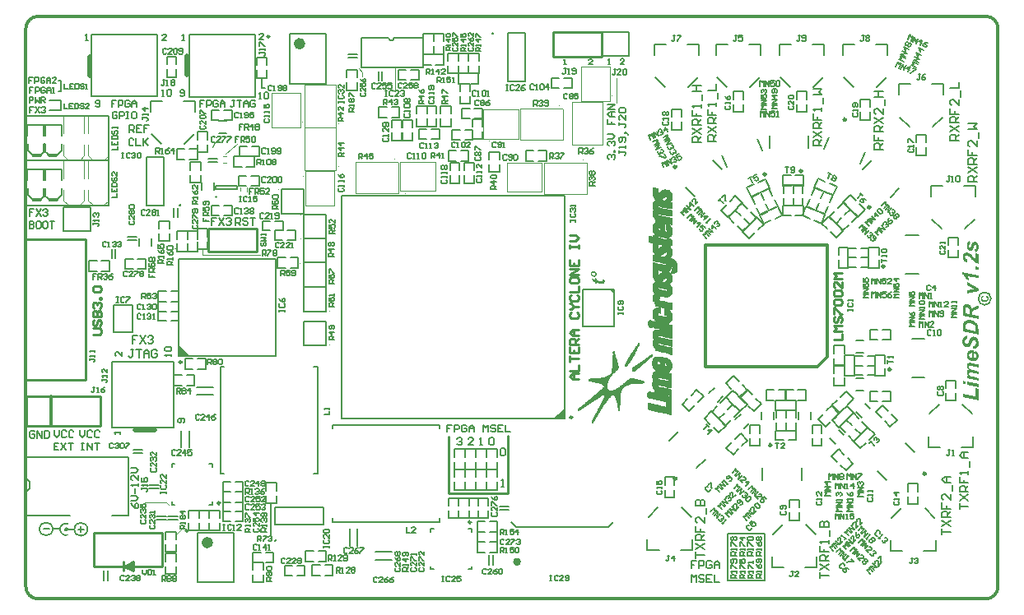
<source format=gto>
G04 Layer_Color=65535*
%FSLAX44Y44*%
%MOMM*%
G71*
G01*
G75*
%ADD10C,0.2000*%
%ADD12C,0.1900*%
%ADD16C,0.1500*%
%ADD17C,0.3000*%
%ADD95C,0.4000*%
%ADD97C,0.5000*%
%ADD98C,0.1000*%
%ADD99C,0.2500*%
%ADD100C,0.3500*%
%ADD101C,0.6000*%
%ADD159C,0.1700*%
%ADD166C,0.1270*%
%ADD167C,0.2540*%
%ADD168C,0.0254*%
%ADD169C,0.0260*%
%ADD170C,0.1800*%
G36*
X979750Y216227D02*
Y204749D01*
X963737Y208105D01*
Y211390D01*
X977066Y208591D01*
Y216782D01*
X979750Y216227D01*
D02*
G37*
G36*
X584047Y337522D02*
X584170Y337511D01*
X584303Y337489D01*
X584458Y337455D01*
X584625Y337422D01*
X584802Y337378D01*
X584991Y337322D01*
X585191Y337256D01*
X585379Y337167D01*
X585579Y337067D01*
X585779Y336956D01*
X585979Y336823D01*
X586167Y336667D01*
X586179Y336656D01*
X586212Y336623D01*
X586256Y336578D01*
X586323Y336512D01*
X586390Y336423D01*
X586478Y336312D01*
X586567Y336190D01*
X586656Y336057D01*
X586745Y335890D01*
X586833Y335724D01*
X586922Y335535D01*
X586989Y335324D01*
X587056Y335102D01*
X587100Y334869D01*
X587133Y334614D01*
X587144Y334347D01*
Y334336D01*
Y334314D01*
Y334270D01*
Y334214D01*
X587133Y334148D01*
X587122Y334070D01*
X587100Y333881D01*
X587067Y333659D01*
X587011Y333426D01*
X586933Y333182D01*
X586833Y332949D01*
Y332938D01*
X586822Y332927D01*
X586800Y332893D01*
X586778Y332849D01*
X586700Y332738D01*
X586600Y332605D01*
X586478Y332460D01*
X586323Y332305D01*
X586145Y332161D01*
X585946Y332039D01*
X585934D01*
X585923Y332028D01*
X585890Y332016D01*
X585846Y331994D01*
X585723Y331950D01*
X585568Y331894D01*
X585391Y331839D01*
X585180Y331794D01*
X584947Y331761D01*
X584702Y331750D01*
X584636D01*
X584558Y331761D01*
X584447D01*
X584314Y331772D01*
X584170Y331794D01*
X583992Y331828D01*
X583814Y331861D01*
X583626Y331905D01*
X583426Y331961D01*
X583215Y332028D01*
X583015Y332116D01*
X582804Y332216D01*
X582604Y332327D01*
X582416Y332460D01*
X582238Y332616D01*
X582227Y332627D01*
X582194Y332660D01*
X582149Y332705D01*
X582094Y332771D01*
X582016Y332860D01*
X581939Y332971D01*
X581861Y333093D01*
X581772Y333237D01*
X581683Y333393D01*
X581605Y333559D01*
X581517Y333748D01*
X581450Y333959D01*
X581395Y334170D01*
X581350Y334403D01*
X581317Y334658D01*
X581306Y334913D01*
Y334925D01*
Y334969D01*
Y335036D01*
X581317Y335113D01*
X581328Y335224D01*
X581339Y335335D01*
X581361Y335468D01*
X581395Y335613D01*
X581472Y335924D01*
X581528Y336079D01*
X581594Y336245D01*
X581672Y336401D01*
X581772Y336556D01*
X581872Y336701D01*
X581994Y336834D01*
X582005Y336845D01*
X582027Y336867D01*
X582061Y336900D01*
X582116Y336945D01*
X582183Y337000D01*
X582271Y337056D01*
X582360Y337122D01*
X582471Y337189D01*
X582604Y337244D01*
X582738Y337311D01*
X582893Y337366D01*
X583049Y337422D01*
X583226Y337466D01*
X583415Y337500D01*
X583615Y337522D01*
X583825Y337533D01*
X583959D01*
X584047Y337522D01*
D02*
G37*
G36*
X587366Y329952D02*
Y328340D01*
X591485Y327485D01*
X591524D01*
X591583Y327465D01*
X591660Y327446D01*
X591835Y327407D01*
X592049Y327368D01*
X592282Y327329D01*
X592477Y327290D01*
X592651Y327271D01*
X592710Y327252D01*
X592787D01*
X592923Y327271D01*
X593059Y327329D01*
X593215Y327426D01*
Y327446D01*
X593234Y327465D01*
X593273Y327524D01*
X593293Y327582D01*
X593331Y327679D01*
X593370Y327815D01*
X593390Y327971D01*
Y328145D01*
Y328184D01*
Y328242D01*
X593370Y328320D01*
Y328437D01*
X593351Y328592D01*
X593331Y328787D01*
X593312Y329020D01*
X595255Y328612D01*
Y328573D01*
X595275Y328495D01*
X595294Y328359D01*
X595333Y328184D01*
X595352Y327971D01*
X595391Y327737D01*
X595411Y327213D01*
Y327193D01*
Y327154D01*
Y327077D01*
Y326979D01*
X595391Y326863D01*
Y326746D01*
X595352Y326435D01*
X595275Y326105D01*
X595197Y325755D01*
X595061Y325444D01*
X594886Y325172D01*
X594866Y325153D01*
X594789Y325075D01*
X594653Y324978D01*
X594497Y324861D01*
X594284Y324745D01*
X594012Y324648D01*
X593720Y324570D01*
X593370Y324551D01*
X593273D01*
X593137Y324570D01*
X592943Y324590D01*
X592807Y324609D01*
X592671Y324628D01*
X592496Y324667D01*
X592302Y324706D01*
X592088Y324745D01*
X591855Y324784D01*
X591583Y324842D01*
X591291Y324900D01*
X587366Y325736D01*
Y324434D01*
X585404Y324842D01*
Y326124D01*
X583849Y326435D01*
X582042Y329428D01*
X585404Y328748D01*
Y330360D01*
X587366Y329952D01*
D02*
G37*
G36*
X970888Y243138D02*
X971096Y243115D01*
X971374Y243091D01*
X971744Y243022D01*
X972183Y242953D01*
X972692Y242837D01*
X979750Y241310D01*
Y238209D01*
X972692Y239713D01*
X972669D01*
X972623Y239736D01*
X972577D01*
X972484Y239759D01*
X972253Y239806D01*
X971998Y239852D01*
X971744Y239898D01*
X971489Y239944D01*
X971304Y239991D01*
X971096D01*
X971027Y239968D01*
X970911Y239944D01*
X970656Y239875D01*
X970540Y239783D01*
X970425Y239690D01*
X970402Y239667D01*
X970379Y239644D01*
X970332Y239574D01*
X970263Y239482D01*
X970217Y239366D01*
X970170Y239204D01*
X970147Y239042D01*
X970124Y238834D01*
Y238811D01*
Y238787D01*
Y238718D01*
X970147Y238626D01*
X970193Y238394D01*
X970286Y238116D01*
X970425Y237792D01*
X970656Y237422D01*
X970795Y237237D01*
X970957Y237052D01*
X971142Y236890D01*
X971374Y236705D01*
X971420Y236682D01*
X971466Y236635D01*
X971535Y236589D01*
X971651Y236543D01*
X971767Y236474D01*
X971929Y236381D01*
X972091Y236312D01*
X972299Y236219D01*
X972531Y236126D01*
X972785Y236034D01*
X973063Y235941D01*
X973363Y235826D01*
X973711Y235733D01*
X974081Y235641D01*
X974497Y235548D01*
X979750Y234437D01*
Y231337D01*
X972762Y232794D01*
X972739D01*
X972716Y232817D01*
X972554Y232841D01*
X972345Y232887D01*
X972114Y232933D01*
X971836Y232980D01*
X971582Y233003D01*
X971350Y233049D01*
X971119D01*
X971027Y233026D01*
X970911Y233003D01*
X970679Y232910D01*
X970540Y232841D01*
X970425Y232725D01*
X970402Y232702D01*
X970379Y232679D01*
X970332Y232609D01*
X970263Y232517D01*
X970217Y232378D01*
X970170Y232239D01*
X970147Y232077D01*
X970124Y231869D01*
Y231846D01*
Y231776D01*
X970147Y231684D01*
X970170Y231545D01*
X970193Y231383D01*
X970263Y231198D01*
X970332Y231013D01*
X970448Y230804D01*
X970471Y230781D01*
X970494Y230712D01*
X970564Y230596D01*
X970656Y230480D01*
X970772Y230319D01*
X970934Y230156D01*
X971096Y229995D01*
X971281Y229832D01*
X971304Y229809D01*
X971374Y229763D01*
X971489Y229694D01*
X971651Y229601D01*
X971836Y229485D01*
X972091Y229370D01*
X972345Y229254D01*
X972646Y229138D01*
X972669D01*
X972739Y229115D01*
X972855Y229069D01*
X973016Y229023D01*
X973248Y228976D01*
X973572Y228884D01*
X973942Y228791D01*
X974173Y228745D01*
X974428Y228676D01*
X979750Y227565D01*
Y224464D01*
X968134Y226894D01*
Y229832D01*
X969546Y229555D01*
X969522Y229578D01*
X969476Y229624D01*
X969384Y229717D01*
X969291Y229856D01*
X969152Y230018D01*
X969013Y230203D01*
X968875Y230411D01*
X968712Y230666D01*
X968412Y231221D01*
X968134Y231822D01*
X968042Y232170D01*
X967949Y232494D01*
X967903Y232864D01*
X967879Y233211D01*
Y233234D01*
Y233280D01*
Y233327D01*
Y233419D01*
X967903Y233674D01*
X967949Y233951D01*
X968018Y234275D01*
X968111Y234622D01*
X968250Y234946D01*
X968435Y235224D01*
X968458Y235247D01*
X968527Y235340D01*
X968666Y235455D01*
X968828Y235617D01*
X969036Y235756D01*
X969314Y235918D01*
X969592Y236057D01*
X969939Y236150D01*
X969893Y236173D01*
X969800Y236265D01*
X969638Y236404D01*
X969430Y236589D01*
X969198Y236844D01*
X968967Y237121D01*
X968712Y237468D01*
X968481Y237862D01*
Y237885D01*
X968458Y237908D01*
X968435Y237978D01*
X968389Y238070D01*
X968296Y238278D01*
X968180Y238579D01*
X968065Y238926D01*
X967972Y239343D01*
X967903Y239759D01*
X967879Y240222D01*
Y240245D01*
Y240292D01*
Y240361D01*
Y240453D01*
X967926Y240708D01*
X967972Y241009D01*
X968065Y241356D01*
X968203Y241726D01*
X968389Y242073D01*
X968643Y242374D01*
X968666Y242397D01*
X968782Y242490D01*
X968944Y242629D01*
X969175Y242768D01*
X969453Y242906D01*
X969777Y243045D01*
X970170Y243138D01*
X970610Y243161D01*
X970726D01*
X970888Y243138D01*
D02*
G37*
G36*
X966561Y224210D02*
Y221086D01*
X963737Y221688D01*
Y224788D01*
X966561Y224210D01*
D02*
G37*
G36*
X979750Y221433D02*
Y218332D01*
X968134Y220762D01*
Y223886D01*
X979750Y221433D01*
D02*
G37*
G36*
X979750Y333289D02*
Y330142D01*
X968666Y332456D01*
X968689Y332410D01*
X968782Y332294D01*
X968898Y332086D01*
X969060Y331808D01*
X969245Y331484D01*
X969430Y331091D01*
X969638Y330651D01*
X969846Y330188D01*
Y330165D01*
X969870Y330142D01*
X969893Y330073D01*
X969939Y329980D01*
X970008Y329726D01*
X970124Y329425D01*
X970240Y329078D01*
X970355Y328684D01*
X970471Y328314D01*
X970564Y327921D01*
X967764Y328522D01*
Y328546D01*
X967741Y328569D01*
X967694Y328708D01*
X967579Y328916D01*
X967440Y329193D01*
X967278Y329518D01*
X967093Y329911D01*
X966861Y330350D01*
X966584Y330813D01*
X966306Y331299D01*
X965982Y331808D01*
X965635Y332341D01*
X965288Y332850D01*
X964894Y333359D01*
X964501Y333868D01*
X964085Y334330D01*
X963645Y334770D01*
Y336668D01*
X979750Y333289D01*
D02*
G37*
G36*
Y319498D02*
Y316814D01*
X968134Y314500D01*
Y317577D01*
X973225Y318364D01*
X973248D01*
X973317Y318387D01*
X973410D01*
X973549Y318410D01*
X973711Y318434D01*
X973919Y318480D01*
X974335Y318549D01*
X974798Y318619D01*
X975238Y318688D01*
X975631Y318734D01*
X975793Y318758D01*
X975932Y318781D01*
X975886Y318804D01*
X975816Y318850D01*
X975701Y318920D01*
X975516Y319012D01*
X975284Y319151D01*
X974960Y319313D01*
X974752Y319429D01*
X974544Y319544D01*
X974520D01*
X974497Y319568D01*
X974359Y319660D01*
X974150Y319776D01*
X973896Y319915D01*
X973641Y320053D01*
X973410Y320192D01*
X973202Y320308D01*
X973063Y320377D01*
X968134Y323270D01*
Y326648D01*
X979750Y319498D01*
D02*
G37*
G36*
X987952Y312421D02*
X988019Y312399D01*
X988108Y312365D01*
X988208Y312321D01*
X988330Y312277D01*
X988463Y312221D01*
X988607Y312155D01*
X988907Y311999D01*
X989218Y311799D01*
X989517Y311555D01*
X989651Y311422D01*
X989773Y311278D01*
X989784Y311267D01*
X989795Y311244D01*
X989828Y311200D01*
X989873Y311133D01*
X989917Y311056D01*
X989961Y310956D01*
X990017Y310845D01*
X990072Y310723D01*
X990139Y310578D01*
X990194Y310423D01*
X990239Y310257D01*
X990283Y310079D01*
X990328Y309890D01*
X990361Y309679D01*
X990372Y309468D01*
X990383Y309235D01*
Y309213D01*
Y309169D01*
X990372Y309091D01*
X990361Y308980D01*
X990350Y308858D01*
X990328Y308703D01*
X990294Y308536D01*
X990250Y308347D01*
X990194Y308159D01*
X990128Y307959D01*
X990039Y307748D01*
X989939Y307537D01*
X989828Y307326D01*
X989684Y307115D01*
X989529Y306915D01*
X989340Y306727D01*
X989329Y306716D01*
X989295Y306682D01*
X989229Y306638D01*
X989151Y306571D01*
X989040Y306505D01*
X988918Y306416D01*
X988763Y306327D01*
X988585Y306238D01*
X988396Y306150D01*
X988185Y306061D01*
X987941Y305972D01*
X987686Y305905D01*
X987420Y305839D01*
X987120Y305794D01*
X986809Y305761D01*
X986476Y305750D01*
X986387D01*
X986287Y305761D01*
X986154D01*
X985999Y305783D01*
X985810Y305805D01*
X985610Y305828D01*
X985377Y305872D01*
X985144Y305928D01*
X984900Y305994D01*
X984656Y306072D01*
X984400Y306172D01*
X984156Y306283D01*
X983923Y306416D01*
X983701Y306560D01*
X983490Y306738D01*
X983479Y306749D01*
X983446Y306782D01*
X983390Y306838D01*
X983324Y306915D01*
X983246Y307015D01*
X983157Y307137D01*
X983057Y307271D01*
X982957Y307437D01*
X982858Y307615D01*
X982758Y307803D01*
X982669Y308025D01*
X982591Y308247D01*
X982524Y308503D01*
X982469Y308758D01*
X982436Y309047D01*
X982425Y309335D01*
Y309346D01*
Y309402D01*
Y309468D01*
X982436Y309568D01*
X982447Y309690D01*
X982469Y309824D01*
X982491Y309979D01*
X982524Y310145D01*
X982569Y310323D01*
X982624Y310512D01*
X982691Y310700D01*
X982780Y310900D01*
X982869Y311089D01*
X982980Y311267D01*
X983113Y311455D01*
X983257Y311622D01*
Y311633D01*
X983279Y311644D01*
X983313Y311677D01*
X983346Y311711D01*
X983401Y311755D01*
X983468Y311799D01*
X983623Y311921D01*
X983823Y312043D01*
X984067Y312177D01*
X984345Y312299D01*
X984667Y312410D01*
X985033Y310878D01*
X985022D01*
X985011Y310867D01*
X984978D01*
X984933Y310845D01*
X984833Y310812D01*
X984700Y310756D01*
X984545Y310678D01*
X984389Y310578D01*
X984234Y310445D01*
X984101Y310301D01*
X984090Y310279D01*
X984045Y310223D01*
X983990Y310134D01*
X983923Y310012D01*
X983857Y309857D01*
X983801Y309679D01*
X983757Y309480D01*
X983745Y309258D01*
Y309246D01*
Y309224D01*
Y309180D01*
X983757Y309113D01*
X983768Y309047D01*
X983779Y308958D01*
X983823Y308769D01*
X983901Y308547D01*
X984012Y308314D01*
X984079Y308192D01*
X984156Y308081D01*
X984256Y307970D01*
X984367Y307870D01*
X984378D01*
X984400Y307848D01*
X984434Y307826D01*
X984489Y307792D01*
X984556Y307748D01*
X984633Y307703D01*
X984733Y307659D01*
X984844Y307615D01*
X984978Y307559D01*
X985122Y307515D01*
X985288Y307470D01*
X985466Y307426D01*
X985666Y307393D01*
X985877Y307370D01*
X986110Y307359D01*
X986365Y307348D01*
X986509D01*
X986598Y307359D01*
X986720D01*
X986864Y307382D01*
X987009Y307393D01*
X987175Y307415D01*
X987519Y307481D01*
X987863Y307570D01*
X988030Y307626D01*
X988185Y307703D01*
X988330Y307781D01*
X988452Y307870D01*
X988463Y307881D01*
X988474Y307892D01*
X988507Y307925D01*
X988552Y307970D01*
X988641Y308081D01*
X988752Y308236D01*
X988874Y308425D01*
X988962Y308658D01*
X989040Y308925D01*
X989051Y309069D01*
X989062Y309224D01*
Y309235D01*
Y309246D01*
Y309280D01*
X989051Y309324D01*
X989040Y309446D01*
X989018Y309590D01*
X988962Y309746D01*
X988896Y309923D01*
X988807Y310101D01*
X988674Y310279D01*
X988652Y310301D01*
X988596Y310356D01*
X988507Y310434D01*
X988374Y310523D01*
X988196Y310634D01*
X987986Y310734D01*
X987730Y310834D01*
X987431Y310923D01*
X987897Y312432D01*
X987908D01*
X987952Y312421D01*
D02*
G37*
G36*
X971420Y365846D02*
X971397D01*
X971327Y365800D01*
X971211Y365754D01*
X971073Y365661D01*
X970911Y365569D01*
X970772Y365430D01*
X970610Y365268D01*
X970494Y365083D01*
X970471Y365060D01*
X970425Y364967D01*
X970355Y364805D01*
X970263Y364620D01*
X970193Y364365D01*
X970124Y364088D01*
X970078Y363764D01*
X970055Y363394D01*
Y363347D01*
Y363232D01*
X970078Y363046D01*
X970101Y362838D01*
X970147Y362607D01*
X970193Y362375D01*
X970286Y362144D01*
X970402Y361959D01*
X970425Y361936D01*
X970448Y361889D01*
X970517Y361820D01*
X970610Y361751D01*
X970841Y361612D01*
X970980Y361566D01*
X971142Y361542D01*
X971211D01*
X971304Y361566D01*
X971397Y361589D01*
X971512Y361635D01*
X971628Y361727D01*
X971744Y361820D01*
X971859Y361959D01*
Y361982D01*
X971906Y362028D01*
X971952Y362121D01*
X971998Y362283D01*
X972091Y362514D01*
X972137Y362653D01*
X972206Y362838D01*
X972253Y363023D01*
X972322Y363232D01*
X972415Y363463D01*
X972484Y363741D01*
Y363764D01*
X972507Y363833D01*
X972554Y363949D01*
X972600Y364111D01*
X972669Y364296D01*
X972739Y364504D01*
X972901Y364990D01*
X973086Y365499D01*
X973317Y366008D01*
X973433Y366240D01*
X973549Y366471D01*
X973664Y366656D01*
X973780Y366818D01*
Y366841D01*
X973826Y366864D01*
X973942Y367003D01*
X974150Y367165D01*
X974405Y367374D01*
X974729Y367582D01*
X975099Y367767D01*
X975516Y367883D01*
X975747Y367906D01*
X975978Y367929D01*
X976140D01*
X976256Y367906D01*
X976395Y367883D01*
X976557Y367859D01*
X976950Y367744D01*
X977390Y367582D01*
X977644Y367466D01*
X977876Y367327D01*
X978130Y367165D01*
X978362Y366980D01*
X978616Y366772D01*
X978848Y366517D01*
X978871Y366494D01*
X978894Y366448D01*
X978963Y366379D01*
X979033Y366263D01*
X979125Y366124D01*
X979218Y365939D01*
X979333Y365731D01*
X979449Y365499D01*
X979565Y365245D01*
X979681Y364944D01*
X979773Y364643D01*
X979866Y364273D01*
X979935Y363903D01*
X980005Y363509D01*
X980028Y363070D01*
X980051Y362607D01*
Y362584D01*
Y362491D01*
Y362375D01*
X980028Y362190D01*
Y361982D01*
X980005Y361727D01*
X979981Y361473D01*
X979935Y361172D01*
X979819Y360547D01*
X979681Y359899D01*
X979449Y359275D01*
X979310Y358997D01*
X979148Y358719D01*
Y358696D01*
X979102Y358650D01*
X979056Y358581D01*
X978986Y358488D01*
X978755Y358257D01*
X978477Y357979D01*
X978107Y357678D01*
X977644Y357354D01*
X977135Y357076D01*
X976534Y356868D01*
X976048Y359899D01*
X976094Y359923D01*
X976210Y359969D01*
X976372Y360061D01*
X976580Y360177D01*
X976811Y360316D01*
X977043Y360478D01*
X977251Y360686D01*
X977413Y360895D01*
X977436Y360918D01*
X977482Y361010D01*
X977529Y361149D01*
X977598Y361334D01*
X977691Y361566D01*
X977737Y361843D01*
X977783Y362167D01*
X977806Y362537D01*
Y362561D01*
Y362584D01*
Y362723D01*
X977783Y362908D01*
X977737Y363162D01*
X977691Y363440D01*
X977621Y363741D01*
X977505Y364018D01*
X977344Y364273D01*
X977320Y364296D01*
X977274Y364342D01*
X977205Y364412D01*
X977112Y364504D01*
X976858Y364666D01*
X976719Y364712D01*
X976534Y364736D01*
X976487D01*
X976348Y364712D01*
X976163Y364643D01*
X975978Y364504D01*
X975955Y364481D01*
X975932Y364458D01*
X975886Y364365D01*
X975816Y364250D01*
X975724Y364065D01*
X975608Y363833D01*
X975492Y363555D01*
X975377Y363185D01*
Y363162D01*
X975330Y363070D01*
X975284Y362908D01*
X975215Y362723D01*
X975145Y362514D01*
X975053Y362260D01*
X974844Y361681D01*
X974590Y361080D01*
X974359Y360501D01*
X974220Y360223D01*
X974104Y359992D01*
X973988Y359807D01*
X973896Y359645D01*
X973849Y359599D01*
X973734Y359483D01*
X973549Y359321D01*
X973294Y359136D01*
X972970Y358928D01*
X972577Y358766D01*
X972137Y358650D01*
X971906Y358627D01*
X971651Y358604D01*
X971512D01*
X971420Y358627D01*
X971165Y358650D01*
X970841Y358742D01*
X970471Y358858D01*
X970078Y359043D01*
X969684Y359298D01*
X969476Y359437D01*
X969291Y359622D01*
X969268Y359645D01*
X969222Y359691D01*
X969152Y359784D01*
X969060Y359899D01*
X968967Y360038D01*
X968851Y360223D01*
X968712Y360432D01*
X968574Y360686D01*
X968458Y360987D01*
X968319Y361288D01*
X968203Y361635D01*
X968088Y362028D01*
X968018Y362445D01*
X967949Y362884D01*
X967903Y363370D01*
X967879Y363880D01*
Y363903D01*
Y363972D01*
Y364088D01*
X967903Y364250D01*
Y364435D01*
X967926Y364643D01*
X967972Y365152D01*
X968088Y365684D01*
X968227Y366263D01*
X968435Y366795D01*
X968574Y367026D01*
X968712Y367258D01*
Y367281D01*
X968759Y367304D01*
X968851Y367443D01*
X969036Y367651D01*
X969291Y367883D01*
X969615Y368137D01*
X969985Y368368D01*
X970425Y368577D01*
X970934Y368739D01*
X971420Y365846D01*
D02*
G37*
G36*
X968296Y356683D02*
X968550Y356660D01*
X968828Y356614D01*
X969152Y356544D01*
X969499Y356452D01*
X969870Y356313D01*
X969916Y356290D01*
X970031Y356244D01*
X970217Y356151D01*
X970471Y356012D01*
X970772Y355827D01*
X971119Y355596D01*
X971489Y355341D01*
X971883Y355017D01*
X971906Y354994D01*
X972021Y354901D01*
X972183Y354739D01*
X972415Y354508D01*
X972716Y354207D01*
X973086Y353837D01*
X973502Y353397D01*
X973988Y352888D01*
X974011Y352865D01*
X974058Y352819D01*
X974104Y352749D01*
X974196Y352657D01*
X974428Y352402D01*
X974729Y352102D01*
X975030Y351778D01*
X975330Y351454D01*
X975608Y351176D01*
X975839Y350945D01*
X975863Y350921D01*
X975932Y350875D01*
X976024Y350783D01*
X976140Y350667D01*
X976302Y350528D01*
X976487Y350389D01*
X976881Y350065D01*
Y355619D01*
X979750Y355017D01*
Y345299D01*
X979704D01*
X979634Y345322D01*
X979542D01*
X979310Y345368D01*
X979033Y345437D01*
X978686Y345530D01*
X978315Y345646D01*
X977899Y345784D01*
X977505Y345970D01*
X977482D01*
X977459Y345993D01*
X977320Y346062D01*
X977112Y346178D01*
X976858Y346340D01*
X976557Y346548D01*
X976233Y346779D01*
X975886Y347034D01*
X975539Y347312D01*
X975492Y347358D01*
X975353Y347474D01*
X975261Y347566D01*
X975145Y347682D01*
X974983Y347821D01*
X974821Y347983D01*
X974613Y348168D01*
X974405Y348399D01*
X974150Y348631D01*
X973896Y348908D01*
X973595Y349209D01*
X973271Y349533D01*
X972924Y349880D01*
X972554Y350274D01*
X972531Y350297D01*
X972484Y350343D01*
X972415Y350435D01*
X972299Y350528D01*
X972045Y350806D01*
X971721Y351130D01*
X971374Y351477D01*
X971050Y351824D01*
X970749Y352102D01*
X970633Y352217D01*
X970540Y352310D01*
X970494Y352333D01*
X970402Y352425D01*
X970240Y352564D01*
X970031Y352726D01*
X969800Y352911D01*
X969546Y353073D01*
X969291Y353235D01*
X969060Y353351D01*
X969036Y353374D01*
X968944Y353397D01*
X968828Y353444D01*
X968689Y353513D01*
X968504Y353559D01*
X968319Y353606D01*
X968111Y353629D01*
X967926Y353652D01*
X967787D01*
X967648Y353629D01*
X967463Y353582D01*
X967255Y353536D01*
X967023Y353444D01*
X966815Y353328D01*
X966607Y353166D01*
X966584Y353143D01*
X966537Y353073D01*
X966445Y352981D01*
X966352Y352842D01*
X966260Y352657D01*
X966167Y352449D01*
X966121Y352217D01*
X966098Y351963D01*
Y351940D01*
Y351847D01*
X966121Y351708D01*
X966167Y351523D01*
X966237Y351315D01*
X966352Y351106D01*
X966491Y350875D01*
X966676Y350667D01*
X966699Y350644D01*
X966792Y350574D01*
X966931Y350482D01*
X967139Y350366D01*
X967417Y350227D01*
X967764Y350088D01*
X968180Y349949D01*
X968689Y349834D01*
X968250Y346779D01*
X968227D01*
X968157Y346803D01*
X968041Y346826D01*
X967879Y346849D01*
X967694Y346918D01*
X967486Y346965D01*
X967255Y347034D01*
X967000Y347127D01*
X966445Y347358D01*
X965866Y347659D01*
X965334Y348029D01*
X965080Y348260D01*
X964848Y348492D01*
X964825Y348515D01*
X964802Y348561D01*
X964733Y348631D01*
X964663Y348746D01*
X964570Y348862D01*
X964478Y349024D01*
X964362Y349209D01*
X964247Y349440D01*
X964131Y349672D01*
X964015Y349926D01*
X963830Y350505D01*
X963691Y351153D01*
X963668Y351523D01*
X963645Y351893D01*
Y351916D01*
Y351986D01*
Y352102D01*
X963668Y352263D01*
X963691Y352449D01*
X963714Y352680D01*
X963737Y352911D01*
X963807Y353166D01*
X963946Y353744D01*
X964154Y354323D01*
X964293Y354624D01*
X964455Y354901D01*
X964663Y355156D01*
X964871Y355410D01*
X964894Y355434D01*
X964918Y355457D01*
X964987Y355526D01*
X965080Y355619D01*
X965218Y355711D01*
X965357Y355827D01*
X965519Y355943D01*
X965704Y356058D01*
X966144Y356290D01*
X966676Y356498D01*
X967278Y356660D01*
X967602Y356683D01*
X967949Y356706D01*
X968111D01*
X968296Y356683D01*
D02*
G37*
G36*
X979750Y341828D02*
Y338727D01*
X976719Y339329D01*
Y342429D01*
X979750Y341828D01*
D02*
G37*
G36*
X973572Y255957D02*
X973896Y255934D01*
X974243Y255888D01*
X974937Y255749D01*
Y247881D01*
X975053D01*
X975145Y247858D01*
X975423D01*
X975631Y247904D01*
X975909Y247951D01*
X976210Y248020D01*
X976510Y248136D01*
X976834Y248298D01*
X977112Y248506D01*
X977135Y248529D01*
X977228Y248622D01*
X977320Y248761D01*
X977459Y248969D01*
X977575Y249200D01*
X977691Y249478D01*
X977783Y249802D01*
X977806Y250149D01*
Y250172D01*
Y250218D01*
Y250311D01*
X977783Y250403D01*
X977760Y250542D01*
X977714Y250704D01*
X977598Y251051D01*
X977529Y251236D01*
X977413Y251445D01*
X977274Y251653D01*
X977112Y251838D01*
X976927Y252046D01*
X976719Y252255D01*
X976464Y252440D01*
X976187Y252602D01*
X976649Y255402D01*
X976673D01*
X976719Y255355D01*
X976811Y255309D01*
X976927Y255240D01*
X977066Y255170D01*
X977228Y255054D01*
X977621Y254823D01*
X978038Y254499D01*
X978454Y254106D01*
X978871Y253666D01*
X979218Y253180D01*
Y253157D01*
X979264Y253111D01*
X979287Y253041D01*
X979357Y252949D01*
X979403Y252810D01*
X979472Y252671D01*
X979634Y252278D01*
X979796Y251838D01*
X979912Y251306D01*
X980005Y250751D01*
X980051Y250126D01*
Y250103D01*
Y250033D01*
Y249894D01*
X980028Y249732D01*
X980005Y249524D01*
X979981Y249293D01*
X979935Y249038D01*
X979866Y248761D01*
X979681Y248159D01*
X979565Y247835D01*
X979426Y247511D01*
X979264Y247210D01*
X979056Y246886D01*
X978824Y246586D01*
X978570Y246308D01*
X978547Y246285D01*
X978501Y246238D01*
X978408Y246169D01*
X978292Y246076D01*
X978153Y245961D01*
X977968Y245845D01*
X977760Y245706D01*
X977529Y245590D01*
X977251Y245452D01*
X976973Y245313D01*
X976649Y245197D01*
X976302Y245081D01*
X975932Y244989D01*
X975516Y244919D01*
X975099Y244873D01*
X974659Y244850D01*
X974428D01*
X974266Y244873D01*
X974058Y244896D01*
X973803Y244919D01*
X973525Y244966D01*
X973225Y245012D01*
X972577Y245174D01*
X972230Y245290D01*
X971860Y245405D01*
X971489Y245567D01*
X971119Y245729D01*
X970749Y245938D01*
X970402Y246169D01*
X970379Y246192D01*
X970286Y246262D01*
X970170Y246354D01*
X970008Y246493D01*
X969823Y246701D01*
X969592Y246909D01*
X969384Y247187D01*
X969129Y247488D01*
X968898Y247835D01*
X968666Y248228D01*
X968458Y248645D01*
X968273Y249108D01*
X968111Y249594D01*
X967995Y250126D01*
X967903Y250704D01*
X967879Y251306D01*
Y251329D01*
Y251399D01*
Y251514D01*
X967903Y251653D01*
X967926Y251838D01*
X967949Y252046D01*
X967995Y252278D01*
X968042Y252532D01*
X968203Y253088D01*
X968296Y253365D01*
X968435Y253643D01*
X968597Y253921D01*
X968759Y254198D01*
X968967Y254453D01*
X969198Y254707D01*
X969222Y254730D01*
X969268Y254754D01*
X969337Y254823D01*
X969430Y254916D01*
X969569Y255008D01*
X969731Y255101D01*
X969939Y255217D01*
X970147Y255355D01*
X970402Y255471D01*
X970679Y255587D01*
X970980Y255679D01*
X971327Y255772D01*
X971674Y255864D01*
X972068Y255934D01*
X972461Y255957D01*
X972901Y255980D01*
X973317D01*
X973572Y255957D01*
D02*
G37*
G36*
X20250Y422250D02*
Y415750D01*
X18500D01*
Y422250D01*
Y423000D01*
X20250D01*
Y422250D01*
D02*
G37*
G36*
X968296Y303624D02*
X968458Y303601D01*
X968666Y303578D01*
X968898Y303555D01*
X969129Y303485D01*
X969661Y303346D01*
X970240Y303138D01*
X970517Y302999D01*
X970795Y302837D01*
X971073Y302629D01*
X971327Y302421D01*
X971350Y302398D01*
X971374Y302375D01*
X971443Y302282D01*
X971535Y302189D01*
X971651Y302051D01*
X971767Y301912D01*
X971883Y301727D01*
X972021Y301495D01*
X972160Y301264D01*
X972299Y300986D01*
X972438Y300685D01*
X972577Y300338D01*
X972692Y299991D01*
X972785Y299598D01*
X972878Y299158D01*
X972947Y298718D01*
X972970Y298742D01*
X973040Y298834D01*
X973178Y298950D01*
X973340Y299112D01*
X973572Y299274D01*
X973826Y299482D01*
X974127Y299690D01*
X974451Y299899D01*
X974474Y299922D01*
X974544Y299945D01*
X974636Y300014D01*
X974798Y300084D01*
X974983Y300200D01*
X975215Y300315D01*
X975492Y300454D01*
X975816Y300616D01*
X976163Y300801D01*
X976557Y300986D01*
X976996Y301194D01*
X977482Y301403D01*
X977991Y301634D01*
X978547Y301866D01*
X979125Y302120D01*
X979750Y302375D01*
Y298834D01*
X979727D01*
X979681Y298811D01*
X979611Y298788D01*
X979495Y298742D01*
X979357Y298695D01*
X979172Y298626D01*
X978963Y298557D01*
X978709Y298464D01*
X978431Y298348D01*
X978130Y298233D01*
X977783Y298094D01*
X977413Y297932D01*
X976996Y297770D01*
X976534Y297585D01*
X976048Y297376D01*
X975539Y297145D01*
X975516D01*
X975469Y297122D01*
X975400Y297076D01*
X975284Y297029D01*
X975030Y296891D01*
X974706Y296705D01*
X974359Y296497D01*
X974011Y296266D01*
X973688Y295988D01*
X973572Y295849D01*
X973456Y295710D01*
X973433Y295687D01*
X973410Y295618D01*
X973363Y295502D01*
X973294Y295340D01*
X973225Y295109D01*
X973178Y294831D01*
X973155Y294484D01*
X973132Y294067D01*
Y292725D01*
X979750Y291337D01*
Y288074D01*
X963737Y291430D01*
Y298510D01*
Y298533D01*
Y298603D01*
Y298695D01*
Y298811D01*
Y298973D01*
X963761Y299135D01*
X963784Y299552D01*
X963830Y300014D01*
X963900Y300477D01*
X963992Y300940D01*
X964131Y301356D01*
Y301380D01*
X964154Y301403D01*
X964200Y301518D01*
X964293Y301703D01*
X964432Y301935D01*
X964640Y302213D01*
X964871Y302490D01*
X965172Y302745D01*
X965519Y302999D01*
X965566Y303022D01*
X965704Y303092D01*
X965913Y303208D01*
X966190Y303323D01*
X966537Y303439D01*
X966954Y303555D01*
X967440Y303624D01*
X967949Y303647D01*
X968134D01*
X968296Y303624D01*
D02*
G37*
G36*
X167500Y250250D02*
X157500D01*
Y260250D01*
X167500Y250250D01*
D02*
G37*
G36*
X554500Y185500D02*
X544500D01*
X554500Y195500D01*
Y185500D01*
D02*
G37*
G36*
X20250Y431500D02*
Y430750D01*
X18500D01*
Y431500D01*
Y442500D01*
X20250D01*
Y431500D01*
D02*
G37*
G36*
X968435Y267989D02*
X968389D01*
X968250Y267966D01*
X968042Y267897D01*
X967787Y267827D01*
X967509Y267712D01*
X967208Y267573D01*
X966931Y267388D01*
X966676Y267133D01*
X966653Y267110D01*
X966584Y266994D01*
X966468Y266832D01*
X966352Y266601D01*
X966260Y266323D01*
X966144Y265953D01*
X966075Y265513D01*
X966051Y265028D01*
Y265004D01*
Y264958D01*
Y264889D01*
Y264796D01*
X966075Y264565D01*
X966121Y264264D01*
X966167Y263963D01*
X966260Y263639D01*
X966375Y263338D01*
X966537Y263084D01*
X966561Y263061D01*
X966630Y262991D01*
X966722Y262899D01*
X966861Y262806D01*
X967047Y262691D01*
X967255Y262598D01*
X967509Y262528D01*
X967764Y262505D01*
X967879D01*
X967995Y262528D01*
X968157Y262575D01*
X968342Y262644D01*
X968527Y262737D01*
X968712Y262852D01*
X968898Y263038D01*
X968921Y263061D01*
X968990Y263153D01*
X969083Y263292D01*
X969222Y263524D01*
X969314Y263685D01*
X969407Y263848D01*
X969522Y264033D01*
X969638Y264264D01*
X969754Y264495D01*
X969893Y264773D01*
X970032Y265074D01*
X970170Y265398D01*
X970193Y265421D01*
X970217Y265513D01*
X970286Y265652D01*
X970355Y265837D01*
X970471Y266069D01*
X970587Y266323D01*
X970864Y266879D01*
X971165Y267480D01*
X971489Y268059D01*
X971651Y268337D01*
X971813Y268568D01*
X971975Y268776D01*
X972114Y268938D01*
X972137Y268961D01*
X972160Y268984D01*
X972230Y269054D01*
X972299Y269123D01*
X972554Y269308D01*
X972878Y269517D01*
X973271Y269725D01*
X973757Y269887D01*
X974312Y270026D01*
X974590Y270049D01*
X974914Y270072D01*
X975122D01*
X975261Y270049D01*
X975446Y270026D01*
X975677Y269979D01*
X975909Y269933D01*
X976163Y269864D01*
X976441Y269771D01*
X976742Y269655D01*
X977043Y269517D01*
X977344Y269355D01*
X977644Y269170D01*
X977968Y268938D01*
X978246Y268684D01*
X978547Y268383D01*
X978570Y268360D01*
X978616Y268313D01*
X978686Y268198D01*
X978778Y268082D01*
X978894Y267897D01*
X979033Y267689D01*
X979148Y267457D01*
X979287Y267156D01*
X979449Y266856D01*
X979565Y266509D01*
X979704Y266115D01*
X979819Y265699D01*
X979912Y265259D01*
X979981Y264773D01*
X980028Y264264D01*
X980051Y263709D01*
Y263685D01*
Y263616D01*
Y263500D01*
Y263361D01*
X980028Y263176D01*
X980005Y262968D01*
Y262737D01*
X979958Y262482D01*
X979889Y261927D01*
X979773Y261325D01*
X979611Y260700D01*
X979380Y260122D01*
Y260099D01*
X979357Y260053D01*
X979310Y259983D01*
X979241Y259867D01*
X979102Y259613D01*
X978871Y259289D01*
X978616Y258942D01*
X978269Y258595D01*
X977899Y258271D01*
X977459Y257993D01*
X977436D01*
X977413Y257970D01*
X977344Y257947D01*
X977228Y257901D01*
X977112Y257854D01*
X976973Y257808D01*
X976626Y257692D01*
X976210Y257577D01*
X975724Y257484D01*
X975191Y257438D01*
X974613Y257415D01*
X974428Y260562D01*
X974567D01*
X974659Y260585D01*
X974937Y260608D01*
X975238Y260654D01*
X975585Y260700D01*
X975932Y260793D01*
X976233Y260909D01*
X976464Y261071D01*
X976510Y261117D01*
X976603Y261210D01*
X976719Y261395D01*
X976881Y261672D01*
X976950Y261834D01*
X977043Y262043D01*
X977112Y262251D01*
X977158Y262505D01*
X977228Y262760D01*
X977251Y263061D01*
X977297Y263385D01*
Y263732D01*
Y263755D01*
Y263801D01*
Y263894D01*
Y263986D01*
X977274Y264125D01*
Y264287D01*
X977228Y264634D01*
X977158Y265004D01*
X977043Y265398D01*
X976904Y265768D01*
X976719Y266069D01*
X976696Y266092D01*
X976626Y266185D01*
X976487Y266300D01*
X976325Y266439D01*
X976117Y266578D01*
X975886Y266694D01*
X975631Y266786D01*
X975330Y266809D01*
X975215D01*
X975076Y266786D01*
X974914Y266740D01*
X974729Y266670D01*
X974520Y266555D01*
X974312Y266416D01*
X974127Y266208D01*
X974104Y266185D01*
X974058Y266115D01*
X973965Y265976D01*
X973849Y265768D01*
X973757Y265629D01*
X973664Y265467D01*
X973572Y265282D01*
X973479Y265074D01*
X973363Y264819D01*
X973225Y264565D01*
X973086Y264241D01*
X972947Y263917D01*
Y263894D01*
X972901Y263824D01*
X972878Y263732D01*
X972808Y263616D01*
X972739Y263454D01*
X972669Y263269D01*
X972484Y262876D01*
X972253Y262436D01*
X972045Y261973D01*
X971813Y261557D01*
X971697Y261348D01*
X971605Y261186D01*
X971582Y261140D01*
X971512Y261048D01*
X971374Y260886D01*
X971212Y260700D01*
X971027Y260492D01*
X970772Y260261D01*
X970494Y260053D01*
X970193Y259844D01*
X970147Y259821D01*
X970032Y259775D01*
X969846Y259682D01*
X969615Y259613D01*
X969314Y259520D01*
X968967Y259428D01*
X968574Y259382D01*
X968157Y259358D01*
X967949D01*
X967810Y259382D01*
X967648Y259405D01*
X967440Y259428D01*
X967208Y259474D01*
X966977Y259543D01*
X966445Y259706D01*
X966167Y259844D01*
X965866Y259983D01*
X965589Y260145D01*
X965311Y260330D01*
X965033Y260562D01*
X964779Y260816D01*
X964756Y260839D01*
X964709Y260886D01*
X964663Y260978D01*
X964571Y261094D01*
X964478Y261233D01*
X964362Y261418D01*
X964223Y261649D01*
X964108Y261904D01*
X963992Y262181D01*
X963853Y262482D01*
X963737Y262829D01*
X963645Y263223D01*
X963552Y263639D01*
X963483Y264079D01*
X963460Y264542D01*
X963437Y265051D01*
Y265074D01*
Y265166D01*
Y265328D01*
X963460Y265513D01*
X963483Y265745D01*
X963506Y266023D01*
X963552Y266323D01*
X963599Y266647D01*
X963761Y267365D01*
X963876Y267735D01*
X963992Y268082D01*
X964154Y268452D01*
X964339Y268799D01*
X964547Y269123D01*
X964779Y269424D01*
X964802Y269447D01*
X964848Y269494D01*
X964918Y269563D01*
X965010Y269679D01*
X965149Y269794D01*
X965311Y269933D01*
X965496Y270072D01*
X965704Y270211D01*
X965959Y270373D01*
X966214Y270535D01*
X966514Y270674D01*
X966815Y270812D01*
X967162Y270928D01*
X967509Y271021D01*
X967903Y271090D01*
X968296Y271136D01*
X968435Y267989D01*
D02*
G37*
G36*
X20250Y477500D02*
Y476750D01*
X18500D01*
Y477500D01*
Y488500D01*
X20250D01*
Y477500D01*
D02*
G37*
G36*
Y468250D02*
Y461750D01*
X18500D01*
Y468250D01*
Y469000D01*
X20250D01*
Y468250D01*
D02*
G37*
G36*
X970818Y287126D02*
X971050D01*
X971304Y287103D01*
X971605Y287056D01*
X971929Y287033D01*
X972276Y286964D01*
X972646Y286917D01*
X973410Y286732D01*
X974197Y286478D01*
X974590Y286339D01*
X974983Y286154D01*
X975006D01*
X975076Y286108D01*
X975168Y286061D01*
X975307Y285969D01*
X975492Y285876D01*
X975677Y285760D01*
X976140Y285460D01*
X976649Y285113D01*
X977181Y284673D01*
X977691Y284187D01*
X978176Y283655D01*
Y283632D01*
X978223Y283608D01*
X978269Y283539D01*
X978315Y283447D01*
X978408Y283331D01*
X978477Y283192D01*
X978686Y282845D01*
X978894Y282428D01*
X979125Y281919D01*
X979333Y281341D01*
X979519Y280693D01*
Y280647D01*
X979542Y280577D01*
X979565Y280508D01*
Y280392D01*
X979588Y280253D01*
X979611Y280091D01*
X979634Y279906D01*
X979658Y279698D01*
X979681Y279466D01*
X979704Y279212D01*
Y278911D01*
X979727Y278610D01*
X979750Y278263D01*
Y277916D01*
Y277523D01*
Y271877D01*
X963737Y275232D01*
Y279536D01*
Y279559D01*
Y279605D01*
Y279698D01*
Y279837D01*
Y279976D01*
Y280138D01*
Y280508D01*
X963761Y280901D01*
Y281295D01*
X963784Y281618D01*
Y281734D01*
X963807Y281850D01*
Y281873D01*
Y281896D01*
X963830Y282012D01*
X963853Y282197D01*
X963900Y282451D01*
X963946Y282729D01*
X964015Y283030D01*
X964223Y283632D01*
X964247Y283678D01*
X964270Y283771D01*
X964339Y283909D01*
X964432Y284118D01*
X964571Y284326D01*
X964709Y284580D01*
X964871Y284812D01*
X965080Y285066D01*
X965103Y285089D01*
X965172Y285182D01*
X965288Y285298D01*
X965450Y285460D01*
X965635Y285622D01*
X965866Y285807D01*
X966121Y285992D01*
X966399Y286177D01*
X966422Y286200D01*
X966537Y286246D01*
X966699Y286339D01*
X966908Y286432D01*
X967162Y286547D01*
X967463Y286686D01*
X967810Y286802D01*
X968180Y286894D01*
X968227Y286917D01*
X968365Y286941D01*
X968574Y286987D01*
X968828Y287033D01*
X969152Y287079D01*
X969546Y287103D01*
X969939Y287149D01*
X970633D01*
X970818Y287126D01*
D02*
G37*
%LPC*%
G36*
X583626Y336035D02*
X583537D01*
X583437Y336023D01*
X583315Y335990D01*
X583182Y335957D01*
X583037Y335901D01*
X582904Y335824D01*
X582771Y335713D01*
X582760Y335701D01*
X582715Y335657D01*
X582660Y335591D01*
X582604Y335502D01*
X582538Y335380D01*
X582494Y335246D01*
X582449Y335091D01*
X582438Y334913D01*
Y334891D01*
Y334836D01*
X582449Y334736D01*
X582471Y334625D01*
X582516Y334492D01*
X582571Y334347D01*
X582649Y334192D01*
X582749Y334048D01*
X582760Y334037D01*
X582804Y333981D01*
X582871Y333914D01*
X582971Y333837D01*
X583093Y333737D01*
X583248Y333637D01*
X583426Y333548D01*
X583626Y333459D01*
X583637D01*
X583648Y333448D01*
X583681Y333437D01*
X583726Y333426D01*
X583837Y333393D01*
X583970Y333359D01*
X584136Y333326D01*
X584314Y333293D01*
X584502Y333271D01*
X584680Y333260D01*
X584780D01*
X584891Y333282D01*
X585024Y333304D01*
X585180Y333337D01*
X585335Y333393D01*
X585490Y333470D01*
X585635Y333582D01*
X585646Y333593D01*
X585690Y333637D01*
X585746Y333715D01*
X585801Y333803D01*
X585868Y333926D01*
X585923Y334059D01*
X585968Y334214D01*
X585979Y334392D01*
Y334403D01*
Y334425D01*
Y334447D01*
X585968Y334492D01*
X585946Y334614D01*
X585912Y334758D01*
X585846Y334925D01*
X585757Y335091D01*
X585624Y335269D01*
X585546Y335357D01*
X585457Y335435D01*
X585446Y335446D01*
X585424Y335457D01*
X585379Y335491D01*
X585324Y335524D01*
X585246Y335579D01*
X585157Y335624D01*
X585057Y335679D01*
X584947Y335735D01*
X584813Y335790D01*
X584680Y335846D01*
X584525Y335901D01*
X584369Y335946D01*
X584014Y336012D01*
X583825Y336023D01*
X583626Y336035D01*
D02*
G37*
G36*
X973016Y253111D02*
X972507D01*
X972276Y253088D01*
X971975Y253041D01*
X971674Y252972D01*
X971350Y252856D01*
X971050Y252717D01*
X970772Y252532D01*
X970749Y252509D01*
X970679Y252417D01*
X970564Y252301D01*
X970448Y252116D01*
X970332Y251908D01*
X970217Y251630D01*
X970147Y251329D01*
X970124Y250982D01*
Y250936D01*
Y250820D01*
X970170Y250635D01*
X970217Y250403D01*
X970309Y250126D01*
X970425Y249825D01*
X970610Y249524D01*
X970864Y249223D01*
X970888Y249200D01*
X971003Y249108D01*
X971165Y248969D01*
X971420Y248807D01*
X971721Y248645D01*
X972091Y248460D01*
X972507Y248298D01*
X973016Y248182D01*
Y253111D01*
D02*
G37*
G36*
X967995Y300361D02*
X967856D01*
X967694Y300315D01*
X967509Y300269D01*
X967301Y300176D01*
X967093Y300061D01*
X966885Y299876D01*
X966699Y299644D01*
X966676Y299621D01*
X966653Y299552D01*
X966607Y299436D01*
X966561Y299251D01*
X966514Y298996D01*
X966468Y298649D01*
X966422Y298256D01*
Y298001D01*
Y297747D01*
Y294137D01*
X970726Y293235D01*
Y294993D01*
Y295016D01*
Y295109D01*
Y295248D01*
Y295410D01*
Y295641D01*
X970703Y295872D01*
X970679Y296428D01*
X970656Y297006D01*
X970587Y297585D01*
X970564Y297839D01*
X970517Y298094D01*
X970471Y298302D01*
X970425Y298487D01*
X970402Y298533D01*
X970355Y298626D01*
X970286Y298788D01*
X970170Y298996D01*
X970032Y299205D01*
X969870Y299436D01*
X969661Y299644D01*
X969430Y299852D01*
X969407Y299876D01*
X969314Y299922D01*
X969175Y300014D01*
X968990Y300107D01*
X968782Y300200D01*
X968550Y300292D01*
X968273Y300338D01*
X967995Y300361D01*
D02*
G37*
G36*
X970286Y283840D02*
X970008D01*
X969870Y283817D01*
X969707D01*
X969314Y283771D01*
X968898Y283701D01*
X968481Y283608D01*
X968065Y283470D01*
X967718Y283284D01*
X967671Y283261D01*
X967579Y283192D01*
X967440Y283076D01*
X967255Y282914D01*
X967070Y282706D01*
X966885Y282475D01*
X966722Y282197D01*
X966584Y281896D01*
Y281873D01*
X966561Y281780D01*
X966514Y281642D01*
X966468Y281433D01*
X966445Y281156D01*
X966399Y280809D01*
X966375Y280392D01*
Y279883D01*
Y277962D01*
X977181Y275695D01*
Y277361D01*
Y277384D01*
Y277430D01*
Y277546D01*
Y277662D01*
Y277801D01*
X977158Y277986D01*
Y278379D01*
X977135Y278819D01*
X977089Y279235D01*
X977043Y279652D01*
X977020Y279837D01*
X976973Y279999D01*
X976950Y280045D01*
X976927Y280138D01*
X976858Y280300D01*
X976788Y280508D01*
X976673Y280739D01*
X976534Y280994D01*
X976348Y281248D01*
X976140Y281503D01*
Y281526D01*
X976094Y281549D01*
X975978Y281665D01*
X975770Y281850D01*
X975516Y282081D01*
X975168Y282359D01*
X974752Y282637D01*
X974289Y282914D01*
X973780Y283169D01*
X973757D01*
X973711Y283192D01*
X973618Y283238D01*
X973525Y283284D01*
X973363Y283331D01*
X973202Y283377D01*
X973016Y283447D01*
X972785Y283516D01*
X972554Y283562D01*
X972276Y283632D01*
X971674Y283747D01*
X971003Y283817D01*
X970286Y283840D01*
D02*
G37*
%LPD*%
D10*
X992755Y309250D02*
G03*
X992755Y309250I-6505J0D01*
G01*
X373250Y577500D02*
G03*
X378635Y577500I2693J0D01*
G01*
X931750Y391000D02*
X941750Y381000D01*
X965750D02*
X975750Y391000D01*
X964750Y425000D02*
X976750D01*
Y414000D02*
Y425000D01*
X930750Y414000D02*
Y425000D01*
X942750D01*
X195500Y425250D02*
X217500D01*
X195500Y422250D02*
X217500D01*
Y425250D01*
X195500Y422250D02*
Y425250D01*
X142250Y405000D02*
Y455000D01*
X124250Y405000D02*
Y455000D01*
Y405000D02*
X142250D01*
X124250Y455000D02*
X142250D01*
X176750Y17000D02*
Y68000D01*
X213750Y17000D02*
Y68000D01*
X176750D02*
X213750D01*
X176750Y17000D02*
X213750D01*
X495750Y532500D02*
X513750D01*
X495750Y582500D02*
X513750D01*
Y532500D02*
Y582500D01*
X495750Y532500D02*
Y582500D01*
X256000Y76250D02*
X306000D01*
X256000Y94250D02*
X306000D01*
X256000Y76250D02*
Y94250D01*
X306000Y76250D02*
Y94250D01*
X271500Y530750D02*
X308500D01*
X271500Y581750D02*
X308500D01*
Y530750D02*
Y581750D01*
X271500Y530750D02*
Y581750D01*
X135500Y517250D02*
Y581250D01*
X67500Y517250D02*
X135500D01*
X67500D02*
Y581250D01*
X135500D01*
X168250Y581000D02*
X236250D01*
X168250Y517000D02*
Y581000D01*
Y517000D02*
X236250D01*
Y581000D01*
X88250Y244500D02*
X152250D01*
Y176500D02*
Y244500D01*
X88250Y176500D02*
X152250D01*
X88250D02*
Y244500D01*
X296250Y239000D02*
X300000D01*
Y131000D02*
Y239000D01*
X296000Y129000D02*
X300000D01*
Y131000D01*
X200000Y129000D02*
Y131000D01*
Y129000D02*
X204000D01*
X200000Y131000D02*
Y239000D01*
X203750D01*
X188750Y139250D02*
X192000D01*
Y136000D02*
Y139250D01*
X150000D02*
X153250D01*
X150000Y136000D02*
Y139250D01*
Y97250D02*
Y100500D01*
Y97250D02*
X153250D01*
X188750D02*
X192000D01*
Y100500D01*
X416250Y69250D02*
Y72500D01*
X419500D01*
X416250Y30500D02*
Y33750D01*
Y30500D02*
X419500D01*
X455000D02*
X458250D01*
X458250Y33750D02*
X458250Y30500D01*
X458250Y72500D02*
X458250Y69250D01*
X455000Y72500D02*
X458250D01*
X315750Y179250D02*
X315750Y175500D01*
X315750Y179250D02*
X423750D01*
X425750Y175250D02*
Y179250D01*
X423750D02*
X425750D01*
X423750Y79250D02*
X425750D01*
X425750Y83250D01*
X315750Y79250D02*
X423750D01*
X315750D02*
Y83000D01*
X963250Y200500D02*
X973250Y190500D01*
X929250Y190500D02*
X939250Y200500D01*
X928250Y156500D02*
X940250D01*
X928250D02*
Y167500D01*
X974250Y156500D02*
Y167500D01*
X962250Y156500D02*
X974250D01*
X802400Y76500D02*
X812400Y66500D01*
X768400Y66500D02*
X778400Y76500D01*
X767400Y32500D02*
X779400D01*
X767400D02*
Y43500D01*
X813400Y32500D02*
Y43500D01*
X801400Y32500D02*
X813400D01*
X924750Y93250D02*
X934750Y83250D01*
X890750Y83250D02*
X900750Y93250D01*
X889750Y49250D02*
X901750D01*
X889750D02*
Y60250D01*
X935750Y49250D02*
Y60250D01*
X923750Y49250D02*
X935750D01*
X674250Y94250D02*
X684250Y84250D01*
X640250Y84250D02*
X650250Y94250D01*
X639250Y50250D02*
X651250D01*
X639250D02*
Y61250D01*
X685250Y50250D02*
Y61250D01*
X673250Y50250D02*
X685250D01*
X710750Y537000D02*
X720750Y527000D01*
X744750D02*
X754750Y537000D01*
X743750Y571000D02*
X755750D01*
Y560000D02*
Y571000D01*
X709750Y560000D02*
Y571000D01*
X721750D01*
X898750Y496000D02*
X908750Y486000D01*
X932750D02*
X942750Y496000D01*
X931750Y530000D02*
X943750D01*
Y519000D02*
Y530000D01*
X897750Y519000D02*
Y530000D01*
X909750D01*
X647336Y537000D02*
X657336Y527000D01*
X681336D02*
X691336Y537000D01*
X680336Y571000D02*
X692336D01*
Y560000D02*
Y571000D01*
X646336Y560000D02*
Y571000D01*
X658336D01*
X841500Y537000D02*
X851500Y527000D01*
X875500D02*
X885500Y537000D01*
X874500Y571000D02*
X886500D01*
Y560000D02*
Y571000D01*
X840500Y560000D02*
Y571000D01*
X852500D01*
X776000Y537000D02*
X786000Y527000D01*
X810000D02*
X820000Y537000D01*
X809000Y571000D02*
X821000D01*
Y560000D02*
Y571000D01*
X775000Y560000D02*
Y571000D01*
X787000D01*
X286000Y346250D02*
Y371250D01*
Y346250D02*
X308500D01*
Y371250D01*
X286000D02*
X308500D01*
X263250Y397000D02*
Y422000D01*
Y397000D02*
X285750D01*
Y422000D01*
X263250D02*
X285750D01*
X286000Y371000D02*
Y396000D01*
Y371000D02*
X308500D01*
Y396000D01*
X286000D02*
X308500D01*
X286000Y321250D02*
Y346250D01*
Y321250D02*
X308500D01*
Y346250D01*
X286000D02*
X308500D01*
Y261000D02*
Y286000D01*
X286000D02*
X308500D01*
X286000Y261000D02*
Y286000D01*
Y261000D02*
X308500D01*
Y296000D02*
Y321000D01*
X286000D02*
X308500D01*
X286000Y296000D02*
Y321000D01*
Y296000D02*
X308500D01*
X129500Y478750D02*
X139500Y468750D01*
X163500D02*
X173500Y478750D01*
X162500Y512750D02*
X174500D01*
Y501750D02*
Y512750D01*
X128500Y501750D02*
Y512750D01*
X140500D01*
X689881Y134659D02*
X699073Y143852D01*
X661597Y162944D02*
X670789Y172136D01*
X904560Y160018D02*
X913752Y150825D01*
X876275Y131733D02*
X885468Y122541D01*
X797805Y122339D02*
Y135339D01*
X757805Y122339D02*
Y135339D01*
X821098Y463410D02*
X826073Y475420D01*
X858053Y448102D02*
X863028Y460113D01*
X860933Y442200D02*
X870125Y451393D01*
X889217Y413916D02*
X898410Y423108D01*
X678443Y423275D02*
X687636Y414083D01*
X706728Y451560D02*
X715920Y442367D01*
X715855Y456382D02*
X721349Y444600D01*
X752107Y473287D02*
X757601Y461505D01*
X765260Y463924D02*
Y476924D01*
X805260Y463924D02*
Y476924D01*
X911454Y268227D02*
X924454D01*
X911454Y228227D02*
X924454D01*
X904941Y374378D02*
X917941D01*
X904941Y334378D02*
X917941D01*
X110000Y274750D02*
Y302750D01*
X90000Y274750D02*
X110000D01*
X90000D02*
Y302750D01*
X110000D01*
X378750Y577500D02*
X408836D01*
Y547500D02*
Y577500D01*
X345082Y547500D02*
X408836D01*
X345082D02*
Y577326D01*
X345256Y577500D01*
X373000D01*
X544500Y185500D02*
X554500Y195500D01*
Y185500D02*
Y415500D01*
X324500Y185500D02*
Y415500D01*
Y185500D02*
X554500D01*
X324500Y415500D02*
X554500D01*
X85500Y451500D02*
Y497250D01*
X85250Y497500D02*
X85500Y497250D01*
X49500Y497500D02*
X85250D01*
X49500Y451500D02*
X85500D01*
X500D02*
X49500D01*
X500D02*
Y497500D01*
X49500D01*
X500Y451250D02*
X49500D01*
X500Y405250D02*
Y451250D01*
Y405250D02*
X49500D01*
X85500D01*
X49500Y451250D02*
X85250D01*
X85500Y451000D01*
Y405250D02*
Y451000D01*
X157500Y260250D02*
X167500Y250250D01*
X157500D02*
X257500D01*
X157500Y350250D02*
X257500D01*
X157500Y250250D02*
Y350250D01*
X257500Y250250D02*
Y350250D01*
X216000Y385001D02*
Y392499D01*
X219749D01*
X220998Y391249D01*
Y388750D01*
X219749Y387500D01*
X216000D01*
X218499D02*
X220998Y385001D01*
X228496Y391249D02*
X227246Y392499D01*
X224747D01*
X223498Y391249D01*
Y390000D01*
X224747Y388750D01*
X227246D01*
X228496Y387500D01*
Y386251D01*
X227246Y385001D01*
X224747D01*
X223498Y386251D01*
X230995Y392499D02*
X235994D01*
X233494D01*
Y385001D01*
X609753Y461748D02*
Y459249D01*
Y460499D01*
X616001D01*
X617251Y459249D01*
Y458000D01*
X616001Y456750D01*
X617251Y464248D02*
Y466747D01*
Y465497D01*
X609753D01*
X611003Y464248D01*
X616001Y470496D02*
X617251Y471745D01*
Y474244D01*
X616001Y475494D01*
X611003D01*
X609753Y474244D01*
Y471745D01*
X611003Y470496D01*
X612252D01*
X613502Y471745D01*
Y475494D01*
X618500Y479243D02*
X617251Y480492D01*
X616001D01*
Y479243D01*
X617251D01*
Y480492D01*
X618500Y479243D01*
X619750Y477993D01*
X609753Y490489D02*
Y487990D01*
Y489240D01*
X616001D01*
X617251Y487990D01*
Y486740D01*
X616001Y485491D01*
X617251Y497987D02*
Y492988D01*
X612252Y497987D01*
X611003D01*
X609753Y496737D01*
Y494238D01*
X611003Y492988D01*
Y500486D02*
X609753Y501736D01*
Y504235D01*
X611003Y505484D01*
X616001D01*
X617251Y504235D01*
Y501736D01*
X616001Y500486D01*
X611003D01*
X29250Y173499D02*
Y168500D01*
X31749Y166001D01*
X34248Y168500D01*
Y173499D01*
X41746Y172249D02*
X40496Y173499D01*
X37997D01*
X36748Y172249D01*
Y167251D01*
X37997Y166001D01*
X40496D01*
X41746Y167251D01*
X49244Y172249D02*
X47994Y173499D01*
X45495D01*
X44245Y172249D01*
Y167251D01*
X45495Y166001D01*
X47994D01*
X49244Y167251D01*
X57000Y160749D02*
X59499D01*
X58250D01*
Y153251D01*
X57000D01*
X59499D01*
X63248D02*
Y160749D01*
X68246Y153251D01*
Y160749D01*
X70746D02*
X75744D01*
X73245D01*
Y153251D01*
X56000Y173499D02*
Y168500D01*
X58499Y166001D01*
X60998Y168500D01*
Y173499D01*
X68496Y172249D02*
X67246Y173499D01*
X64747D01*
X63498Y172249D01*
Y167251D01*
X64747Y166001D01*
X67246D01*
X68496Y167251D01*
X75994Y172249D02*
X74744Y173499D01*
X72245D01*
X70995Y172249D01*
Y167251D01*
X72245Y166001D01*
X74744D01*
X75994Y167251D01*
X33998Y160749D02*
X29000D01*
Y153251D01*
X33998D01*
X29000Y157000D02*
X31499D01*
X36498Y160749D02*
X41496Y153251D01*
Y160749D02*
X36498Y153251D01*
X43995Y160749D02*
X48994D01*
X46494D01*
Y153251D01*
X9248Y171999D02*
X7999Y173249D01*
X5500D01*
X4250Y171999D01*
Y167001D01*
X5500Y165751D01*
X7999D01*
X9248Y167001D01*
Y169500D01*
X6749D01*
X11748Y165751D02*
Y173249D01*
X16746Y165751D01*
Y173249D01*
X19245D02*
Y165751D01*
X22994D01*
X24244Y167001D01*
Y171999D01*
X22994Y173249D01*
X19245D01*
X689582Y39394D02*
X684250D01*
Y35396D01*
X686916D01*
X684250D01*
Y31397D01*
X692247D02*
Y39394D01*
X696246D01*
X697579Y38061D01*
Y35396D01*
X696246Y34063D01*
X692247D01*
X705576Y38061D02*
X704243Y39394D01*
X701578D01*
X700245Y38061D01*
Y32730D01*
X701578Y31397D01*
X704243D01*
X705576Y32730D01*
Y35396D01*
X702911D01*
X708242Y31397D02*
Y36728D01*
X710908Y39394D01*
X713574Y36728D01*
Y31397D01*
Y35396D01*
X708242D01*
X684250Y17000D02*
Y24997D01*
X686916Y22332D01*
X689582Y24997D01*
Y17000D01*
X697579Y23665D02*
X696246Y24997D01*
X693580D01*
X692247Y23665D01*
Y22332D01*
X693580Y20999D01*
X696246D01*
X697579Y19666D01*
Y18333D01*
X696246Y17000D01*
X693580D01*
X692247Y18333D01*
X705576Y24997D02*
X700245D01*
Y17000D01*
X705576D01*
X700245Y20999D02*
X702911D01*
X708242Y24997D02*
Y17000D01*
X713574D01*
X183665Y513374D02*
X179000D01*
Y509875D01*
X181333D01*
X179000D01*
Y506376D01*
X185998D02*
Y513374D01*
X189497D01*
X190663Y512208D01*
Y509875D01*
X189497Y508709D01*
X185998D01*
X197661Y512208D02*
X196494Y513374D01*
X194162D01*
X192995Y512208D01*
Y507542D01*
X194162Y506376D01*
X196494D01*
X197661Y507542D01*
Y509875D01*
X195328D01*
X199993Y506376D02*
Y511041D01*
X202326Y513374D01*
X204658Y511041D01*
Y506376D01*
Y509875D01*
X199993D01*
X214915Y513374D02*
X212582D01*
X213749D01*
Y507542D01*
X212582Y506376D01*
X211416D01*
X210250Y507542D01*
X217248Y513374D02*
X221913D01*
X219580D01*
Y506376D01*
X224245D02*
Y511041D01*
X226578Y513374D01*
X228911Y511041D01*
Y506376D01*
Y509875D01*
X224245D01*
X235908Y512208D02*
X234742Y513374D01*
X232409D01*
X231243Y512208D01*
Y507542D01*
X232409Y506376D01*
X234742D01*
X235908Y507542D01*
Y509875D01*
X233576D01*
X93915Y500708D02*
X92749Y501874D01*
X90416D01*
X89250Y500708D01*
Y496042D01*
X90416Y494876D01*
X92749D01*
X93915Y496042D01*
Y498375D01*
X91583D01*
X96248Y494876D02*
Y501874D01*
X99747D01*
X100913Y500708D01*
Y498375D01*
X99747Y497209D01*
X96248D01*
X103245Y501874D02*
X105578D01*
X104412D01*
Y494876D01*
X103245D01*
X105578D01*
X112576Y501874D02*
X110243D01*
X109077Y500708D01*
Y496042D01*
X110243Y494876D01*
X112576D01*
X113742Y496042D01*
Y500708D01*
X112576Y501874D01*
X114918Y271144D02*
X109587D01*
Y267146D01*
X112253D01*
X109587D01*
Y263147D01*
X117584Y271144D02*
X122916Y263147D01*
Y271144D02*
X117584Y263147D01*
X125582Y269811D02*
X126915Y271144D01*
X129580D01*
X130913Y269811D01*
Y268479D01*
X129580Y267146D01*
X128247D01*
X129580D01*
X130913Y265813D01*
Y264480D01*
X129580Y263147D01*
X126915D01*
X125582Y264480D01*
X110920Y256747D02*
X108254D01*
X109587D01*
Y250083D01*
X108254Y248750D01*
X106921D01*
X105588Y250083D01*
X113586Y256747D02*
X118917D01*
X116251D01*
Y248750D01*
X121583D02*
Y254082D01*
X124249Y256747D01*
X126915Y254082D01*
Y248750D01*
Y252749D01*
X121583D01*
X134912Y255415D02*
X133579Y256747D01*
X130913D01*
X129580Y255415D01*
Y250083D01*
X130913Y248750D01*
X133579D01*
X134912Y250083D01*
Y252749D01*
X132246D01*
X489500Y115626D02*
X491999D01*
X490750D01*
Y123124D01*
X489500Y121874D01*
X488000Y153624D02*
X489250Y154874D01*
X491749D01*
X492998Y153624D01*
Y148626D01*
X491749Y147376D01*
X489250D01*
X488000Y148626D01*
Y153624D01*
X443750Y164874D02*
X445000Y166124D01*
X447499D01*
X448748Y164874D01*
Y163625D01*
X447499Y162375D01*
X446249D01*
X447499D01*
X448748Y161125D01*
Y159876D01*
X447499Y158626D01*
X445000D01*
X443750Y159876D01*
X459998Y158626D02*
X455000D01*
X459998Y163625D01*
Y164874D01*
X458749Y166124D01*
X456250D01*
X455000Y164874D01*
X466750Y158626D02*
X469249D01*
X468000D01*
Y166124D01*
X466750Y164874D01*
X476500D02*
X477750Y166124D01*
X480249D01*
X481498Y164874D01*
Y159876D01*
X480249Y158626D01*
X477750D01*
X476500Y159876D01*
Y164874D01*
X438248Y179374D02*
X433250D01*
Y175625D01*
X435749D01*
X433250D01*
Y171876D01*
X440748D02*
Y179374D01*
X444496D01*
X445746Y178124D01*
Y175625D01*
X444496Y174375D01*
X440748D01*
X453244Y178124D02*
X451994Y179374D01*
X449495D01*
X448245Y178124D01*
Y173126D01*
X449495Y171876D01*
X451994D01*
X453244Y173126D01*
Y175625D01*
X450744D01*
X455743Y171876D02*
Y176875D01*
X458242Y179374D01*
X460741Y176875D01*
Y171876D01*
Y175625D01*
X455743D01*
X470738Y171876D02*
Y179374D01*
X473237Y176875D01*
X475736Y179374D01*
Y171876D01*
X483234Y178124D02*
X481984Y179374D01*
X479485D01*
X478236Y178124D01*
Y176875D01*
X479485Y175625D01*
X481984D01*
X483234Y174375D01*
Y173126D01*
X481984Y171876D01*
X479485D01*
X478236Y173126D01*
X490732Y179374D02*
X485733D01*
Y171876D01*
X490732D01*
X485733Y175625D02*
X488232D01*
X493231Y179374D02*
Y171876D01*
X498229D01*
X689252Y42250D02*
Y48248D01*
Y45249D01*
X698249D01*
X689252Y51247D02*
X698249Y57245D01*
X689252D02*
X698249Y51247D01*
Y60244D02*
X689252D01*
Y64743D01*
X690751Y66242D01*
X693750D01*
X695250Y64743D01*
Y60244D01*
Y63243D02*
X698249Y66242D01*
X689252Y75239D02*
Y69241D01*
X693750D01*
Y72240D01*
Y69241D01*
X698249D01*
Y84236D02*
Y78238D01*
X692251Y84236D01*
X690751D01*
X689252Y82737D01*
Y79738D01*
X690751Y78238D01*
X699748Y87235D02*
Y93233D01*
X689252Y96233D02*
X698249D01*
Y100731D01*
X696749Y102231D01*
X695250D01*
X693750Y100731D01*
Y96233D01*
Y100731D01*
X692251Y102231D01*
X690751D01*
X689252Y100731D01*
Y96233D01*
X816752Y21250D02*
Y27248D01*
Y24249D01*
X825749D01*
X816752Y30247D02*
X825749Y36245D01*
X816752D02*
X825749Y30247D01*
Y39244D02*
X816752D01*
Y43743D01*
X818251Y45242D01*
X821250D01*
X822750Y43743D01*
Y39244D01*
Y42243D02*
X825749Y45242D01*
X816752Y54239D02*
Y48241D01*
X821250D01*
Y51240D01*
Y48241D01*
X825749D01*
Y57238D02*
Y60237D01*
Y58738D01*
X816752D01*
X818251Y57238D01*
X827248Y64736D02*
Y70734D01*
X816752Y73733D02*
X825749D01*
Y78232D01*
X824249Y79731D01*
X822750D01*
X821250Y78232D01*
Y73733D01*
Y78232D01*
X819751Y79731D01*
X818251D01*
X816752Y78232D01*
Y73733D01*
X942252Y66000D02*
Y71998D01*
Y68999D01*
X951249D01*
X942252Y74997D02*
X951249Y80995D01*
X942252D02*
X951249Y74997D01*
Y83994D02*
X942252D01*
Y88493D01*
X943751Y89992D01*
X946750D01*
X948250Y88493D01*
Y83994D01*
Y86993D02*
X951249Y89992D01*
X942252Y98989D02*
Y92991D01*
X946750D01*
Y95990D01*
Y92991D01*
X951249D01*
Y107986D02*
Y101988D01*
X945251Y107986D01*
X943751D01*
X942252Y106487D01*
Y103488D01*
X943751Y101988D01*
X952748Y110985D02*
Y116983D01*
X951249Y119983D02*
X945251D01*
X942252Y122982D01*
X945251Y125981D01*
X951249D01*
X946750D01*
Y119983D01*
X960502Y92500D02*
Y98498D01*
Y95499D01*
X969499D01*
X960502Y101497D02*
X969499Y107495D01*
X960502D02*
X969499Y101497D01*
Y110494D02*
X960502D01*
Y114993D01*
X962001Y116492D01*
X965000D01*
X966500Y114993D01*
Y110494D01*
Y113493D02*
X969499Y116492D01*
X960502Y125489D02*
Y119491D01*
X965000D01*
Y122490D01*
Y119491D01*
X969499D01*
Y128488D02*
Y131487D01*
Y129988D01*
X960502D01*
X962001Y128488D01*
X970998Y135986D02*
Y141984D01*
X969499Y144983D02*
X963501D01*
X960502Y147982D01*
X963501Y150981D01*
X969499D01*
X965000D01*
Y144983D01*
X978249Y429750D02*
X969252D01*
Y434249D01*
X970751Y435748D01*
X973750D01*
X975250Y434249D01*
Y429750D01*
Y432749D02*
X978249Y435748D01*
X969252Y438747D02*
X978249Y444745D01*
X969252D02*
X978249Y438747D01*
Y447744D02*
X969252D01*
Y452243D01*
X970751Y453742D01*
X973750D01*
X975250Y452243D01*
Y447744D01*
Y450743D02*
X978249Y453742D01*
X969252Y462739D02*
Y456741D01*
X973750D01*
Y459740D01*
Y456741D01*
X978249D01*
Y471736D02*
Y465738D01*
X972251Y471736D01*
X970751D01*
X969252Y470237D01*
Y467238D01*
X970751Y465738D01*
X979748Y474735D02*
Y480733D01*
X969252Y483732D02*
X978249D01*
X975250Y486731D01*
X978249Y489731D01*
X969252D01*
X959749Y472250D02*
X950752D01*
Y476749D01*
X952251Y478248D01*
X955250D01*
X956750Y476749D01*
Y472250D01*
Y475249D02*
X959749Y478248D01*
X950752Y481247D02*
X959749Y487245D01*
X950752D02*
X959749Y481247D01*
Y490244D02*
X950752D01*
Y494743D01*
X952251Y496242D01*
X955250D01*
X956750Y494743D01*
Y490244D01*
Y493243D02*
X959749Y496242D01*
X950752Y505239D02*
Y499241D01*
X955250D01*
Y502240D01*
Y499241D01*
X959749D01*
Y514236D02*
Y508238D01*
X953751Y514236D01*
X952251D01*
X950752Y512737D01*
Y509738D01*
X952251Y508238D01*
X961248Y517235D02*
Y523233D01*
X950752Y526232D02*
X959749D01*
Y532231D01*
X881749Y463000D02*
X872752D01*
Y467499D01*
X874251Y468998D01*
X877250D01*
X878750Y467499D01*
Y463000D01*
Y465999D02*
X881749Y468998D01*
X872752Y477995D02*
Y471997D01*
X877250D01*
Y474996D01*
Y471997D01*
X881749D01*
Y480994D02*
X872752D01*
Y485493D01*
X874251Y486992D01*
X877250D01*
X878750Y485493D01*
Y480994D01*
Y483993D02*
X881749Y486992D01*
X872752Y489991D02*
X881749Y495989D01*
X872752D02*
X881749Y489991D01*
Y504986D02*
Y498988D01*
X875751Y504986D01*
X874251D01*
X872752Y503487D01*
Y500488D01*
X874251Y498988D01*
X883248Y507985D02*
Y513983D01*
X872752Y516982D02*
X881749D01*
X877250D01*
Y522981D01*
X872752D01*
X881749D01*
X818749Y466500D02*
X809752D01*
Y470998D01*
X811251Y472498D01*
X814250D01*
X815750Y470998D01*
Y466500D01*
Y469499D02*
X818749Y472498D01*
X809752Y475497D02*
X818749Y481495D01*
X809752D02*
X818749Y475497D01*
Y484494D02*
X809752D01*
Y488993D01*
X811251Y490492D01*
X814250D01*
X815750Y488993D01*
Y484494D01*
Y487493D02*
X818749Y490492D01*
X809752Y499489D02*
Y493491D01*
X814250D01*
Y496490D01*
Y493491D01*
X818749D01*
Y502488D02*
Y505487D01*
Y503988D01*
X809752D01*
X811251Y502488D01*
X820248Y509986D02*
Y515984D01*
X809752Y518983D02*
X818749D01*
X815750Y521982D01*
X818749Y524981D01*
X809752D01*
X710249Y471500D02*
X701252D01*
Y475998D01*
X702751Y477498D01*
X705750D01*
X707250Y475998D01*
Y471500D01*
Y474499D02*
X710249Y477498D01*
X701252Y480497D02*
X710249Y486495D01*
X701252D02*
X710249Y480497D01*
Y489494D02*
X701252D01*
Y493993D01*
X702751Y495492D01*
X705750D01*
X707250Y493993D01*
Y489494D01*
Y492493D02*
X710249Y495492D01*
X701252Y504489D02*
Y498491D01*
X705750D01*
Y501490D01*
Y498491D01*
X710249D01*
Y507488D02*
Y510487D01*
Y508988D01*
X701252D01*
X702751Y507488D01*
X711748Y514986D02*
Y520984D01*
X701252Y523983D02*
X710249D01*
Y529981D01*
X694499Y470000D02*
X685502D01*
Y474498D01*
X687001Y475998D01*
X690000D01*
X691500Y474498D01*
Y470000D01*
Y472999D02*
X694499Y475998D01*
X685502Y478997D02*
X694499Y484995D01*
X685502D02*
X694499Y478997D01*
Y487994D02*
X685502D01*
Y492493D01*
X687001Y493992D01*
X690000D01*
X691500Y492493D01*
Y487994D01*
Y490993D02*
X694499Y493992D01*
X685502Y502989D02*
Y496991D01*
X690000D01*
Y499990D01*
Y496991D01*
X694499D01*
Y505988D02*
Y508987D01*
Y507488D01*
X685502D01*
X687001Y505988D01*
X695998Y513486D02*
Y519484D01*
X685502Y522483D02*
X694499D01*
X690000D01*
Y528481D01*
X685502D01*
X694499D01*
X196248Y392499D02*
X191250D01*
Y388750D01*
X193749D01*
X191250D01*
Y385001D01*
X198748Y392499D02*
X203746Y385001D01*
Y392499D02*
X198748Y385001D01*
X206245Y391249D02*
X207495Y392499D01*
X209994D01*
X211244Y391249D01*
Y390000D01*
X209994Y388750D01*
X208744D01*
X209994D01*
X211244Y387500D01*
Y386251D01*
X209994Y385001D01*
X207495D01*
X206245Y386251D01*
X106500Y480501D02*
Y487999D01*
X110249D01*
X111498Y486749D01*
Y484250D01*
X110249Y483000D01*
X106500D01*
X108999D02*
X111498Y480501D01*
X118996Y487999D02*
X113998D01*
Y480501D01*
X118996D01*
X113998Y484250D02*
X116497D01*
X126494Y487999D02*
X121495D01*
Y484250D01*
X123994D01*
X121495D01*
Y480501D01*
X110998Y472999D02*
X109749Y474249D01*
X107250D01*
X106000Y472999D01*
Y468001D01*
X107250Y466751D01*
X109749D01*
X110998Y468001D01*
X113498Y474249D02*
Y466751D01*
X118496D01*
X120995Y474249D02*
Y466751D01*
Y469250D01*
X125994Y474249D01*
X122245Y470500D01*
X125994Y466751D01*
X92915Y513374D02*
X88250D01*
Y509875D01*
X90583D01*
X88250D01*
Y506376D01*
X95248D02*
Y513374D01*
X98747D01*
X99913Y512208D01*
Y509875D01*
X98747Y508709D01*
X95248D01*
X106911Y512208D02*
X105744Y513374D01*
X103412D01*
X102246Y512208D01*
Y507542D01*
X103412Y506376D01*
X105744D01*
X106911Y507542D01*
Y509875D01*
X104578D01*
X109243Y506376D02*
Y511041D01*
X111576Y513374D01*
X113908Y511041D01*
Y506376D01*
Y509875D01*
X109243D01*
X108502Y98498D02*
X109752Y95999D01*
X112251Y93500D01*
X114750D01*
X116000Y94750D01*
Y97249D01*
X114750Y98498D01*
X113501D01*
X112251Y97249D01*
Y93500D01*
X108502Y100998D02*
X113501D01*
X116000Y103497D01*
X113501Y105996D01*
X108502D01*
X112251Y108495D02*
Y113494D01*
X116000Y115993D02*
Y118492D01*
Y117242D01*
X108502D01*
X109752Y115993D01*
X116000Y127239D02*
Y122241D01*
X111002Y127239D01*
X109752D01*
X108502Y125990D01*
Y123490D01*
X109752Y122241D01*
X108502Y129738D02*
X113501D01*
X116000Y132238D01*
X113501Y134737D01*
X108502D01*
X599752Y452750D02*
X598502Y454000D01*
Y456499D01*
X599752Y457748D01*
X601002D01*
X602251Y456499D01*
Y455249D01*
Y456499D01*
X603501Y457748D01*
X604750D01*
X606000Y456499D01*
Y454000D01*
X604750Y452750D01*
X606000Y460248D02*
X604750D01*
Y461497D01*
X606000D01*
Y460248D01*
X599752Y466496D02*
X598502Y467745D01*
Y470244D01*
X599752Y471494D01*
X601002D01*
X602251Y470244D01*
Y468995D01*
Y470244D01*
X603501Y471494D01*
X604750D01*
X606000Y470244D01*
Y467745D01*
X604750Y466496D01*
X598502Y473993D02*
X603501D01*
X606000Y476492D01*
X603501Y478992D01*
X598502D01*
Y493987D02*
Y488988D01*
X602251D01*
Y491488D01*
Y488988D01*
X606000D01*
Y496486D02*
X601002D01*
X598502Y498985D01*
X601002Y501484D01*
X606000D01*
X602251D01*
Y496486D01*
X606000Y503984D02*
X598502D01*
X606000Y508982D01*
X598502D01*
X149500Y249750D02*
Y251916D01*
Y250833D01*
X143002D01*
X144085Y249750D01*
Y255165D02*
X143002Y256248D01*
Y258414D01*
X144085Y259497D01*
X148417D01*
X149500Y258414D01*
Y256248D01*
X148417Y255165D01*
X144085D01*
X98500Y254082D02*
Y249750D01*
X94168Y254082D01*
X93085D01*
X92002Y252999D01*
Y250833D01*
X93085Y249750D01*
X162167Y181500D02*
X163250Y182583D01*
Y184749D01*
X162167Y185832D01*
X157835D01*
X156752Y184749D01*
Y182583D01*
X157835Y181500D01*
X158918D01*
X160001Y182583D01*
Y185832D01*
X97500Y170000D02*
Y172166D01*
Y171083D01*
X91002D01*
X92085Y170000D01*
X239750Y515000D02*
X241916D01*
X240833D01*
Y521498D01*
X239750Y520415D01*
X245165D02*
X246248Y521498D01*
X248414D01*
X249497Y520415D01*
Y516083D01*
X248414Y515000D01*
X246248D01*
X245165Y516083D01*
Y520415D01*
X244582Y575750D02*
X240250D01*
X244582Y580082D01*
Y581165D01*
X243499Y582248D01*
X241333D01*
X240250Y581165D01*
X158500Y518833D02*
X159583Y517750D01*
X161749D01*
X162832Y518833D01*
Y523165D01*
X161749Y524248D01*
X159583D01*
X158500Y523165D01*
Y522082D01*
X159583Y520999D01*
X162832D01*
X161000Y575000D02*
X163166D01*
X162083D01*
Y581498D01*
X161000Y580415D01*
X140000Y518000D02*
X142166D01*
X141083D01*
Y524498D01*
X140000Y523415D01*
X145415D02*
X146498Y524498D01*
X148664D01*
X149747Y523415D01*
Y519083D01*
X148664Y518000D01*
X146498D01*
X145415Y519083D01*
Y523415D01*
X144332Y575000D02*
X140000D01*
X144332Y579332D01*
Y580415D01*
X143249Y581498D01*
X141083D01*
X140000Y580415D01*
X72000Y507833D02*
X73083Y506750D01*
X75249D01*
X76332Y507833D01*
Y512165D01*
X75249Y513248D01*
X73083D01*
X72000Y512165D01*
Y511082D01*
X73083Y509999D01*
X76332D01*
X61500Y575250D02*
X63666D01*
X62583D01*
Y581748D01*
X61500Y580665D01*
D12*
X27660Y71961D02*
G03*
X27660Y71961I-6750J0D01*
G01*
X42978Y77429D02*
G03*
X43000Y66000I-1818J-5718D01*
G01*
X63410Y71711D02*
G03*
X63410Y71711I-6750J0D01*
G01*
X18160Y71961D02*
X23910D01*
X27660D02*
X35160D01*
X41660Y71711D02*
X49160D01*
X53910D02*
X59660D01*
X56785Y68836D02*
Y74586D01*
D16*
X252000Y64750D02*
Y98500D01*
X33250Y533375D02*
X36250D01*
Y523125D02*
Y533375D01*
X33500Y523125D02*
X36250D01*
X24250Y503000D02*
X36250D01*
Y513250D01*
X24000D02*
X36250D01*
X242500Y526250D02*
X246250D01*
X242500D02*
Y535500D01*
X601750Y318500D02*
X605250Y315000D01*
X573000Y280500D02*
Y318500D01*
Y280500D02*
X605250D01*
Y318500D01*
X573000D02*
X605250D01*
X599250Y74250D02*
X604250Y79250D01*
X504250Y74250D02*
X599250D01*
X499250Y79250D02*
X504250Y74250D01*
X722000Y19250D02*
Y67250D01*
Y19250D02*
X760000D01*
Y67250D01*
X722000D02*
X752250D01*
X760000D01*
X66250Y378500D02*
Y403500D01*
X39000Y378500D02*
X66250D01*
X39000D02*
Y403500D01*
X66250D01*
X592750Y558750D02*
X620000D01*
Y583750D01*
X592750D02*
X620000D01*
X592750Y558750D02*
Y583750D01*
X582665Y550500D02*
X579000D01*
X582665Y554165D01*
Y555082D01*
X581749Y555998D01*
X579916D01*
X579000Y555082D01*
X39500Y510374D02*
Y504876D01*
X43165D01*
X48664Y510374D02*
X44998D01*
Y504876D01*
X48664D01*
X44998Y507625D02*
X46831D01*
X50496Y510374D02*
Y504876D01*
X53246D01*
X54162Y505792D01*
Y509458D01*
X53246Y510374D01*
X50496D01*
X59660Y509458D02*
X58744Y510374D01*
X56911D01*
X55995Y509458D01*
Y508541D01*
X56911Y507625D01*
X58744D01*
X59660Y506709D01*
Y505792D01*
X58744Y504876D01*
X56911D01*
X55995Y505792D01*
X65158Y504876D02*
X61493D01*
X65158Y508541D01*
Y509458D01*
X64242Y510374D01*
X62409D01*
X61493Y509458D01*
X39750Y530624D02*
Y525126D01*
X43415D01*
X48914Y530624D02*
X45248D01*
Y525126D01*
X48914D01*
X45248Y527875D02*
X47081D01*
X50746Y530624D02*
Y525126D01*
X53495D01*
X54412Y526042D01*
Y529708D01*
X53495Y530624D01*
X50746D01*
X59910Y529708D02*
X58994Y530624D01*
X57161D01*
X56245Y529708D01*
Y528791D01*
X57161Y527875D01*
X58994D01*
X59910Y526959D01*
Y526042D01*
X58994Y525126D01*
X57161D01*
X56245Y526042D01*
X61743Y525126D02*
X63576D01*
X62659D01*
Y530624D01*
X61743Y529708D01*
X553750Y550500D02*
X555583D01*
X554666D01*
Y555998D01*
X553750Y555082D01*
X599200Y550750D02*
X601033D01*
X600116D01*
Y556248D01*
X599200Y555332D01*
X615415Y550750D02*
X611750D01*
X615415Y554416D01*
Y555332D01*
X614499Y556248D01*
X612666D01*
X611750Y555332D01*
X238500Y59250D02*
Y64748D01*
X241249D01*
X242166Y63832D01*
Y61999D01*
X241249Y61083D01*
X238500D01*
X240333D02*
X242166Y59250D01*
X243998Y64748D02*
X247664D01*
Y63832D01*
X243998Y60166D01*
Y59250D01*
X249496Y63832D02*
X250413Y64748D01*
X252246D01*
X253162Y63832D01*
Y62916D01*
X252246Y61999D01*
X251329D01*
X252246D01*
X253162Y61083D01*
Y60166D01*
X252246Y59250D01*
X250413D01*
X249496Y60166D01*
X133750Y458750D02*
Y464248D01*
X136499D01*
X137416Y463332D01*
Y461499D01*
X136499Y460583D01*
X133750D01*
X135583D02*
X137416Y458750D01*
X139248D02*
X141081D01*
X140165D01*
Y464248D01*
X139248Y463332D01*
X147495Y464248D02*
X145663Y463332D01*
X143830Y461499D01*
Y459666D01*
X144746Y458750D01*
X146579D01*
X147495Y459666D01*
Y460583D01*
X146579Y461499D01*
X143830D01*
X152077Y458750D02*
Y464248D01*
X149328Y461499D01*
X152994D01*
X176750Y406750D02*
X171252D01*
Y409499D01*
X172168Y410415D01*
X174001D01*
X174917Y409499D01*
Y406750D01*
Y408583D02*
X176750Y410415D01*
Y412248D02*
Y414081D01*
Y413165D01*
X171252D01*
X172168Y412248D01*
X171252Y420496D02*
X172168Y418663D01*
X174001Y416830D01*
X175834D01*
X176750Y417747D01*
Y419579D01*
X175834Y420496D01*
X174917D01*
X174001Y419579D01*
Y416830D01*
X176750Y425994D02*
Y422328D01*
X173085Y425994D01*
X172168D01*
X171252Y425077D01*
Y423245D01*
X172168Y422328D01*
X141750Y345750D02*
X136252D01*
Y348499D01*
X137168Y349416D01*
X139001D01*
X139917Y348499D01*
Y345750D01*
Y347583D02*
X141750Y349416D01*
Y351248D02*
Y353081D01*
Y352165D01*
X136252D01*
X137168Y351248D01*
X136252Y359496D02*
X137168Y357663D01*
X139001Y355830D01*
X140834D01*
X141750Y356746D01*
Y358579D01*
X140834Y359496D01*
X139917D01*
X139001Y358579D01*
Y355830D01*
X136252Y364994D02*
Y361328D01*
X139001D01*
X138084Y363161D01*
Y364077D01*
X139001Y364994D01*
X140834D01*
X141750Y364077D01*
Y362245D01*
X140834Y361328D01*
X555666Y546248D02*
X553833D01*
X554749D01*
Y541666D01*
X553833Y540750D01*
X552916D01*
X552000Y541666D01*
X557498Y540750D02*
X559331D01*
X558415D01*
Y546248D01*
X557498Y545332D01*
X562080Y541666D02*
X562996Y540750D01*
X564829D01*
X565746Y541666D01*
Y545332D01*
X564829Y546248D01*
X562996D01*
X562080Y545332D01*
Y544416D01*
X562996Y543499D01*
X565746D01*
X89916Y159832D02*
X88999Y160748D01*
X87166D01*
X86250Y159832D01*
Y156166D01*
X87166Y155250D01*
X88999D01*
X89916Y156166D01*
X91748Y159832D02*
X92665Y160748D01*
X94497D01*
X95414Y159832D01*
Y158916D01*
X94497Y157999D01*
X93581D01*
X94497D01*
X95414Y157083D01*
Y156166D01*
X94497Y155250D01*
X92665D01*
X91748Y156166D01*
X97246Y159832D02*
X98163Y160748D01*
X99995D01*
X100912Y159832D01*
Y156166D01*
X99995Y155250D01*
X98163D01*
X97246Y156166D01*
Y159832D01*
X102745Y160748D02*
X106410D01*
Y159832D01*
X102745Y156166D01*
Y155250D01*
X122416Y399832D02*
X121499Y400748D01*
X119666D01*
X118750Y399832D01*
Y396166D01*
X119666Y395250D01*
X121499D01*
X122416Y396166D01*
X127914Y395250D02*
X124248D01*
X127914Y398915D01*
Y399832D01*
X126997Y400748D01*
X125165D01*
X124248Y399832D01*
X129746D02*
X130663Y400748D01*
X132495D01*
X133412Y399832D01*
Y398915D01*
X132495Y397999D01*
X133412Y397083D01*
Y396166D01*
X132495Y395250D01*
X130663D01*
X129746Y396166D01*
Y397083D01*
X130663Y397999D01*
X129746Y398915D01*
Y399832D01*
X130663Y397999D02*
X132495D01*
X135245Y395250D02*
X137077D01*
X136161D01*
Y400748D01*
X135245Y399832D01*
X929250Y300500D02*
Y305998D01*
X931083Y304165D01*
X932915Y305998D01*
Y300500D01*
X934748D02*
Y305998D01*
X938414Y300500D01*
Y305998D01*
X940246Y300500D02*
X942079D01*
X941163D01*
Y305998D01*
X940246Y305082D01*
X948494Y300500D02*
X944828D01*
X948494Y304165D01*
Y305082D01*
X947577Y305998D01*
X945745D01*
X944828Y305082D01*
X957500Y289750D02*
X952002D01*
X953835Y291583D01*
X952002Y293416D01*
X957500D01*
Y295248D02*
X952002D01*
X957500Y298914D01*
X952002D01*
X957500Y300746D02*
Y302579D01*
Y301663D01*
X952002D01*
X952918Y300746D01*
X957500Y305328D02*
Y307161D01*
Y306245D01*
X952002D01*
X952918Y305328D01*
X929250Y291000D02*
Y296498D01*
X931083Y294666D01*
X932915Y296498D01*
Y291000D01*
X934748D02*
Y296498D01*
X938414Y291000D01*
Y296498D01*
X940246Y291916D02*
X941163Y291000D01*
X942996D01*
X943912Y291916D01*
Y295582D01*
X942996Y296498D01*
X941163D01*
X940246Y295582D01*
Y294666D01*
X941163Y293749D01*
X943912D01*
X120250Y29998D02*
Y26333D01*
X122083Y24500D01*
X123916Y26333D01*
Y29998D01*
X125748D02*
Y24500D01*
X128497D01*
X129414Y25416D01*
Y29082D01*
X128497Y29998D01*
X125748D01*
X131246Y24500D02*
X133079D01*
X132163D01*
Y29998D01*
X131246Y29082D01*
X101166Y23332D02*
X100249Y24248D01*
X98416D01*
X97500Y23332D01*
Y19666D01*
X98416Y18750D01*
X100249D01*
X101166Y19666D01*
X106664Y18750D02*
X102998D01*
X106664Y22415D01*
Y23332D01*
X105747Y24248D01*
X103915D01*
X102998Y23332D01*
X108496D02*
X109413Y24248D01*
X111245D01*
X112162Y23332D01*
Y22415D01*
X111245Y21499D01*
X110329D01*
X111245D01*
X112162Y20583D01*
Y19666D01*
X111245Y18750D01*
X109413D01*
X108496Y19666D01*
X113995Y23332D02*
X114911Y24248D01*
X116744D01*
X117660Y23332D01*
Y22415D01*
X116744Y21499D01*
X117660Y20583D01*
Y19666D01*
X116744Y18750D01*
X114911D01*
X113995Y19666D01*
Y20583D01*
X114911Y21499D01*
X113995Y22415D01*
Y23332D01*
X114911Y21499D02*
X116744D01*
X260415Y366082D02*
X259499Y366998D01*
X257666D01*
X256750Y366082D01*
Y362416D01*
X257666Y361500D01*
X259499D01*
X260415Y362416D01*
X265914Y361500D02*
X262248D01*
X265914Y365165D01*
Y366082D01*
X264997Y366998D01*
X263165D01*
X262248Y366082D01*
X271412Y361500D02*
X267746D01*
X271412Y365165D01*
Y366082D01*
X270495Y366998D01*
X268663D01*
X267746Y366082D01*
X273245Y361500D02*
X275077D01*
X274161D01*
Y366998D01*
X273245Y366082D01*
X244666Y396332D02*
X243749Y397248D01*
X241916D01*
X241000Y396332D01*
Y392666D01*
X241916Y391750D01*
X243749D01*
X244666Y392666D01*
X250164Y391750D02*
X246498D01*
X250164Y395415D01*
Y396332D01*
X249247Y397248D01*
X247415D01*
X246498Y396332D01*
X251996Y391750D02*
X253829D01*
X252913D01*
Y397248D01*
X251996Y396332D01*
X256578Y392666D02*
X257495Y391750D01*
X259327D01*
X260244Y392666D01*
Y396332D01*
X259327Y397248D01*
X257495D01*
X256578Y396332D01*
Y395415D01*
X257495Y394499D01*
X260244D01*
X71165Y217998D02*
X69333D01*
X70249D01*
Y213416D01*
X69333Y212500D01*
X68416D01*
X67500Y213416D01*
X72998Y212500D02*
X74831D01*
X73915D01*
Y217998D01*
X72998Y217082D01*
X81245Y217998D02*
X79413Y217082D01*
X77580Y215249D01*
Y213416D01*
X78496Y212500D01*
X80329D01*
X81245Y213416D01*
Y214333D01*
X80329Y215249D01*
X77580D01*
X99000Y459498D02*
X100833D01*
X99916D01*
Y454000D01*
X99000D01*
X100833D01*
X107247Y458582D02*
X106331Y459498D01*
X104498D01*
X103582Y458582D01*
Y454916D01*
X104498Y454000D01*
X106331D01*
X107247Y454916D01*
X109080Y458582D02*
X109996Y459498D01*
X111829D01*
X112745Y458582D01*
Y457665D01*
X111829Y456749D01*
X110913D01*
X111829D01*
X112745Y455833D01*
Y454916D01*
X111829Y454000D01*
X109996D01*
X109080Y454916D01*
X114578Y458582D02*
X115494Y459498D01*
X117327D01*
X118244Y458582D01*
Y454916D01*
X117327Y454000D01*
X115494D01*
X114578Y454916D01*
Y458582D01*
X182752Y392665D02*
Y389000D01*
X185501D01*
Y390833D01*
Y389000D01*
X188250D01*
Y394498D02*
X182752D01*
Y397247D01*
X183668Y398164D01*
X185501D01*
X186417Y397247D01*
Y394498D01*
Y396331D02*
X188250Y398164D01*
X182752Y403662D02*
Y399996D01*
X185501D01*
X184585Y401829D01*
Y402746D01*
X185501Y403662D01*
X187334D01*
X188250Y402746D01*
Y400913D01*
X187334Y399996D01*
Y405495D02*
X188250Y406411D01*
Y408244D01*
X187334Y409160D01*
X183668D01*
X182752Y408244D01*
Y406411D01*
X183668Y405495D01*
X184585D01*
X185501Y406411D01*
Y409160D01*
X172168Y384916D02*
X171252Y383999D01*
Y382166D01*
X172168Y381250D01*
X175834D01*
X176750Y382166D01*
Y383999D01*
X175834Y384916D01*
X176750Y390414D02*
Y386748D01*
X173085Y390414D01*
X172168D01*
X171252Y389497D01*
Y387665D01*
X172168Y386748D01*
X171252Y392246D02*
Y395912D01*
X172168D01*
X175834Y392246D01*
X176750D01*
X175834Y397745D02*
X176750Y398661D01*
Y400494D01*
X175834Y401410D01*
X172168D01*
X171252Y400494D01*
Y398661D01*
X172168Y397745D01*
X173085D01*
X174001Y398661D01*
Y401410D01*
X233916Y422498D02*
X230250D01*
Y419749D01*
X232083D01*
X230250D01*
Y417000D01*
X235748D02*
Y422498D01*
X238497D01*
X239414Y421582D01*
Y419749D01*
X238497Y418833D01*
X235748D01*
X237581D02*
X239414Y417000D01*
X244912Y422498D02*
X241246D01*
Y419749D01*
X243079Y420666D01*
X243995D01*
X244912Y419749D01*
Y417916D01*
X243995Y417000D01*
X242163D01*
X241246Y417916D01*
X250410Y417000D02*
X246745D01*
X250410Y420666D01*
Y421582D01*
X249494Y422498D01*
X247661D01*
X246745Y421582D01*
X219415Y475998D02*
X215750D01*
Y473249D01*
X217583D01*
X215750D01*
Y470500D01*
X221248D02*
Y475998D01*
X223997D01*
X224914Y475082D01*
Y473249D01*
X223997Y472333D01*
X221248D01*
X223081D02*
X224914Y470500D01*
X230412Y475998D02*
X226746D01*
Y473249D01*
X228579Y474165D01*
X229496D01*
X230412Y473249D01*
Y471416D01*
X229496Y470500D01*
X227663D01*
X226746Y471416D01*
X232245Y475082D02*
X233161Y475998D01*
X234994D01*
X235910Y475082D01*
Y471416D01*
X234994Y470500D01*
X233161D01*
X232245Y471416D01*
Y475082D01*
X337750Y501750D02*
X332252D01*
Y504499D01*
X333168Y505415D01*
X335001D01*
X335917Y504499D01*
Y501750D01*
Y503583D02*
X337750Y505415D01*
Y507248D02*
Y509081D01*
Y508165D01*
X332252D01*
X333168Y507248D01*
Y511830D02*
X332252Y512747D01*
Y514579D01*
X333168Y515496D01*
X334085D01*
X335001Y514579D01*
X335917Y515496D01*
X336834D01*
X337750Y514579D01*
Y512747D01*
X336834Y511830D01*
X335917D01*
X335001Y512747D01*
X334085Y511830D01*
X333168D01*
X335001Y512747D02*
Y514579D01*
X332252Y517328D02*
Y520994D01*
X333168D01*
X336834Y517328D01*
X337750D01*
X473666Y30332D02*
X472749Y31248D01*
X470916D01*
X470000Y30332D01*
Y26666D01*
X470916Y25750D01*
X472749D01*
X473666Y26666D01*
X479164Y25750D02*
X475498D01*
X479164Y29415D01*
Y30332D01*
X478247Y31248D01*
X476415D01*
X475498Y30332D01*
X484662Y31248D02*
X482829Y30332D01*
X480996Y28499D01*
Y26666D01*
X481913Y25750D01*
X483745D01*
X484662Y26666D01*
Y27583D01*
X483745Y28499D01*
X480996D01*
X486495Y30332D02*
X487411Y31248D01*
X489244D01*
X490160Y30332D01*
Y26666D01*
X489244Y25750D01*
X487411D01*
X486495Y26666D01*
Y30332D01*
X128168Y75915D02*
X127252Y74999D01*
Y73166D01*
X128168Y72250D01*
X131834D01*
X132750Y73166D01*
Y74999D01*
X131834Y75915D01*
X132750Y81414D02*
Y77748D01*
X129085Y81414D01*
X128168D01*
X127252Y80497D01*
Y78665D01*
X128168Y77748D01*
Y83246D02*
X127252Y84163D01*
Y85996D01*
X128168Y86912D01*
X129085D01*
X130001Y85996D01*
Y85079D01*
Y85996D01*
X130917Y86912D01*
X131834D01*
X132750Y85996D01*
Y84163D01*
X131834Y83246D01*
X132750Y88745D02*
Y90577D01*
Y89661D01*
X127252D01*
X128168Y88745D01*
X129418Y134665D02*
X128502Y133749D01*
Y131916D01*
X129418Y131000D01*
X133084D01*
X134000Y131916D01*
Y133749D01*
X133084Y134665D01*
X134000Y140164D02*
Y136498D01*
X130335Y140164D01*
X129418D01*
X128502Y139247D01*
Y137415D01*
X129418Y136498D01*
Y141996D02*
X128502Y142913D01*
Y144746D01*
X129418Y145662D01*
X130335D01*
X131251Y144746D01*
Y143829D01*
Y144746D01*
X132167Y145662D01*
X133084D01*
X134000Y144746D01*
Y142913D01*
X133084Y141996D01*
X134000Y151160D02*
Y147495D01*
X130335Y151160D01*
X129418D01*
X128502Y150244D01*
Y148411D01*
X129418Y147495D01*
X119168Y81416D02*
X118252Y80499D01*
Y78666D01*
X119168Y77750D01*
X122834D01*
X123750Y78666D01*
Y80499D01*
X122834Y81416D01*
X123750Y86914D02*
Y83248D01*
X120084Y86914D01*
X119168D01*
X118252Y85997D01*
Y84165D01*
X119168Y83248D01*
Y88746D02*
X118252Y89663D01*
Y91496D01*
X119168Y92412D01*
X120084D01*
X121001Y91496D01*
Y90579D01*
Y91496D01*
X121917Y92412D01*
X122834D01*
X123750Y91496D01*
Y89663D01*
X122834Y88746D01*
X118252Y97910D02*
Y94245D01*
X121001D01*
X120084Y96077D01*
Y96994D01*
X121001Y97910D01*
X122834D01*
X123750Y96994D01*
Y95161D01*
X122834Y94245D01*
X386665Y530582D02*
X385749Y531498D01*
X383916D01*
X383000Y530582D01*
Y526916D01*
X383916Y526000D01*
X385749D01*
X386665Y526916D01*
X392164Y526000D02*
X388498D01*
X392164Y529665D01*
Y530582D01*
X391247Y531498D01*
X389415D01*
X388498Y530582D01*
X397662Y531498D02*
X393996D01*
Y528749D01*
X395829Y529665D01*
X396745D01*
X397662Y528749D01*
Y526916D01*
X396745Y526000D01*
X394913D01*
X393996Y526916D01*
X399495Y530582D02*
X400411Y531498D01*
X402244D01*
X403160Y530582D01*
Y529665D01*
X402244Y528749D01*
X403160Y527833D01*
Y526916D01*
X402244Y526000D01*
X400411D01*
X399495Y526916D01*
Y527833D01*
X400411Y528749D01*
X399495Y529665D01*
Y530582D01*
X400411Y528749D02*
X402244D01*
X88502Y413750D02*
X94000D01*
Y417416D01*
X88502Y422914D02*
Y419248D01*
X94000D01*
Y422914D01*
X91251Y419248D02*
Y421081D01*
X88502Y424746D02*
X94000D01*
Y427495D01*
X93084Y428412D01*
X89418D01*
X88502Y427495D01*
Y424746D01*
X89418Y433910D02*
X88502Y432994D01*
Y431161D01*
X89418Y430245D01*
X90335D01*
X91251Y431161D01*
Y432994D01*
X92167Y433910D01*
X93084D01*
X94000Y432994D01*
Y431161D01*
X93084Y430245D01*
X94000Y439408D02*
Y435743D01*
X90335Y439408D01*
X89418D01*
X88502Y438492D01*
Y436659D01*
X89418Y435743D01*
X88752Y462250D02*
X94250D01*
Y465915D01*
X88752Y471414D02*
Y467748D01*
X94250D01*
Y471414D01*
X91501Y467748D02*
Y469581D01*
X88752Y473246D02*
X94250D01*
Y475995D01*
X93334Y476912D01*
X89668D01*
X88752Y475995D01*
Y473246D01*
X89668Y482410D02*
X88752Y481494D01*
Y479661D01*
X89668Y478745D01*
X90584D01*
X91501Y479661D01*
Y481494D01*
X92417Y482410D01*
X93334D01*
X94250Y481494D01*
Y479661D01*
X93334Y478745D01*
X94250Y484243D02*
Y486076D01*
Y485159D01*
X88752D01*
X89668Y484243D01*
X155250Y211500D02*
Y216998D01*
X157999D01*
X158916Y216082D01*
Y214249D01*
X157999Y213333D01*
X155250D01*
X157083D02*
X158916Y211500D01*
X160748Y216082D02*
X161665Y216998D01*
X163497D01*
X164414Y216082D01*
Y215166D01*
X163497Y214249D01*
X164414Y213333D01*
Y212416D01*
X163497Y211500D01*
X161665D01*
X160748Y212416D01*
Y213333D01*
X161665Y214249D01*
X160748Y215166D01*
Y216082D01*
X161665Y214249D02*
X163497D01*
X168995Y211500D02*
Y216998D01*
X166246Y214249D01*
X169912D01*
X187250Y241250D02*
Y246748D01*
X189999D01*
X190916Y245832D01*
Y243999D01*
X189999Y243083D01*
X187250D01*
X189083D02*
X190916Y241250D01*
X192748Y245832D02*
X193665Y246748D01*
X195497D01*
X196414Y245832D01*
Y244916D01*
X195497Y243999D01*
X196414Y243083D01*
Y242166D01*
X195497Y241250D01*
X193665D01*
X192748Y242166D01*
Y243083D01*
X193665Y243999D01*
X192748Y244916D01*
Y245832D01*
X193665Y243999D02*
X195497D01*
X198246Y245832D02*
X199163Y246748D01*
X200996D01*
X201912Y245832D01*
Y242166D01*
X200996Y241250D01*
X199163D01*
X198246Y242166D01*
Y245832D01*
X731000Y21500D02*
X725502D01*
Y24249D01*
X726418Y25166D01*
X728251D01*
X729167Y24249D01*
Y21500D01*
Y23333D02*
X731000Y25166D01*
Y26998D02*
Y28831D01*
Y27915D01*
X725502D01*
X726418Y26998D01*
X725502Y31580D02*
Y35245D01*
X726418D01*
X730084Y31580D01*
X731000D01*
X730084Y37078D02*
X731000Y37995D01*
Y39827D01*
X730084Y40744D01*
X726418D01*
X725502Y39827D01*
Y37995D01*
X726418Y37078D01*
X727335D01*
X728251Y37995D01*
Y40744D01*
X731000Y44750D02*
X725502D01*
Y47499D01*
X726418Y48415D01*
X728251D01*
X729167Y47499D01*
Y44750D01*
Y46583D02*
X731000Y48415D01*
Y50248D02*
Y52081D01*
Y51165D01*
X725502D01*
X726418Y50248D01*
X725502Y54830D02*
Y58495D01*
X726418D01*
X730084Y54830D01*
X731000D01*
X726418Y60328D02*
X725502Y61245D01*
Y63077D01*
X726418Y63994D01*
X727335D01*
X728251Y63077D01*
X729167Y63994D01*
X730084D01*
X731000Y63077D01*
Y61245D01*
X730084Y60328D01*
X729167D01*
X728251Y61245D01*
X727335Y60328D01*
X726418D01*
X728251Y61245D02*
Y63077D01*
X739750Y21500D02*
X734252D01*
Y24249D01*
X735168Y25166D01*
X737001D01*
X737917Y24249D01*
Y21500D01*
Y23333D02*
X739750Y25166D01*
Y26998D02*
Y28831D01*
Y27915D01*
X734252D01*
X735168Y26998D01*
X734252Y31580D02*
Y35245D01*
X735168D01*
X738834Y31580D01*
X739750D01*
X734252Y40744D02*
Y37078D01*
X737001D01*
X736085Y38911D01*
Y39827D01*
X737001Y40744D01*
X738834D01*
X739750Y39827D01*
Y37995D01*
X738834Y37078D01*
X740000Y44750D02*
X734502D01*
Y47499D01*
X735418Y48415D01*
X737251D01*
X738167Y47499D01*
Y44750D01*
Y46583D02*
X740000Y48415D01*
Y50248D02*
Y52081D01*
Y51165D01*
X734502D01*
X735418Y50248D01*
X734502Y54830D02*
Y58495D01*
X735418D01*
X739084Y54830D01*
X740000D01*
Y63077D02*
X734502D01*
X737251Y60328D01*
Y63994D01*
X748000Y44750D02*
X742502D01*
Y47499D01*
X743418Y48415D01*
X745251D01*
X746167Y47499D01*
Y44750D01*
Y46583D02*
X748000Y48415D01*
Y50248D02*
Y52081D01*
Y51165D01*
X742502D01*
X743418Y50248D01*
X742502Y54830D02*
Y58495D01*
X743418D01*
X747084Y54830D01*
X748000D01*
X743418Y60328D02*
X742502Y61245D01*
Y63077D01*
X743418Y63994D01*
X747084D01*
X748000Y63077D01*
Y61245D01*
X747084Y60328D01*
X743418D01*
X748250Y21500D02*
X742752D01*
Y24249D01*
X743668Y25166D01*
X745501D01*
X746417Y24249D01*
Y21500D01*
Y23333D02*
X748250Y25166D01*
Y26998D02*
Y28831D01*
Y27915D01*
X742752D01*
X743668Y26998D01*
X742752Y31580D02*
Y35245D01*
X743668D01*
X747334Y31580D01*
X748250D01*
Y37078D02*
Y38911D01*
Y37995D01*
X742752D01*
X743668Y37078D01*
X757000Y44750D02*
X751502D01*
Y47499D01*
X752418Y48415D01*
X754251D01*
X755167Y47499D01*
Y44750D01*
Y46583D02*
X757000Y48415D01*
Y50248D02*
Y52081D01*
Y51165D01*
X751502D01*
X752418Y50248D01*
X751502Y58495D02*
X752418Y56663D01*
X754251Y54830D01*
X756084D01*
X757000Y55746D01*
Y57579D01*
X756084Y58495D01*
X755167D01*
X754251Y57579D01*
Y54830D01*
X752418Y60328D02*
X751502Y61245D01*
Y63077D01*
X752418Y63994D01*
X753335D01*
X754251Y63077D01*
X755167Y63994D01*
X756084D01*
X757000Y63077D01*
Y61245D01*
X756084Y60328D01*
X755167D01*
X754251Y61245D01*
X753335Y60328D01*
X752418D01*
X754251Y61245D02*
Y63077D01*
X757000Y21750D02*
X751502D01*
Y24499D01*
X752418Y25415D01*
X754251D01*
X755167Y24499D01*
Y21750D01*
Y23583D02*
X757000Y25415D01*
Y27248D02*
Y29081D01*
Y28165D01*
X751502D01*
X752418Y27248D01*
X751502Y35496D02*
X752418Y33663D01*
X754251Y31830D01*
X756084D01*
X757000Y32746D01*
Y34579D01*
X756084Y35496D01*
X755167D01*
X754251Y34579D01*
Y31830D01*
X756084Y37328D02*
X757000Y38245D01*
Y40077D01*
X756084Y40994D01*
X752418D01*
X751502Y40077D01*
Y38245D01*
X752418Y37328D01*
X753335D01*
X754251Y38245D01*
Y40994D01*
X78252Y226665D02*
Y224833D01*
Y225749D01*
X82834D01*
X83750Y224833D01*
Y223916D01*
X82834Y223000D01*
X83750Y228498D02*
Y230331D01*
Y229415D01*
X78252D01*
X79168Y228498D01*
X83750Y236746D02*
Y233080D01*
X80084Y236746D01*
X79168D01*
X78252Y235829D01*
Y233997D01*
X79168Y233080D01*
X609002Y293000D02*
Y294833D01*
Y293916D01*
X614500D01*
Y293000D01*
Y294833D01*
X609918Y301247D02*
X609002Y300331D01*
Y298498D01*
X609918Y297582D01*
X613584D01*
X614500Y298498D01*
Y300331D01*
X613584Y301247D01*
Y303080D02*
X614500Y303996D01*
Y305829D01*
X613584Y306745D01*
X609918D01*
X609002Y305829D01*
Y303996D01*
X609918Y303080D01*
X610835D01*
X611751Y303996D01*
Y306745D01*
X252915Y527832D02*
X251999Y528748D01*
X250166D01*
X249250Y527832D01*
Y524166D01*
X250166Y523250D01*
X251999D01*
X252915Y524166D01*
X254748Y523250D02*
X256581D01*
X255665D01*
Y528748D01*
X254748Y527832D01*
X259330Y524166D02*
X260246Y523250D01*
X262079D01*
X262995Y524166D01*
Y527832D01*
X262079Y528748D01*
X260246D01*
X259330Y527832D01*
Y526916D01*
X260246Y525999D01*
X262995D01*
X264828Y527832D02*
X265745Y528748D01*
X267577D01*
X268494Y527832D01*
Y526916D01*
X267577Y525999D01*
X268494Y525083D01*
Y524166D01*
X267577Y523250D01*
X265745D01*
X264828Y524166D01*
Y525083D01*
X265745Y525999D01*
X264828Y526916D01*
Y527832D01*
X265745Y525999D02*
X267577D01*
X437000Y564750D02*
X432002D01*
Y567249D01*
X432835Y568082D01*
X434501D01*
X435334Y567249D01*
Y564750D01*
Y566416D02*
X437000Y568082D01*
Y569748D02*
Y571414D01*
Y570581D01*
X432002D01*
X432835Y569748D01*
X437000Y576413D02*
X432002D01*
X434501Y573914D01*
Y577246D01*
X432835Y578912D02*
X432002Y579745D01*
Y581411D01*
X432835Y582244D01*
X436167D01*
X437000Y581411D01*
Y579745D01*
X436167Y578912D01*
X432835D01*
X412000Y540250D02*
Y545748D01*
X414749D01*
X415666Y544832D01*
Y542999D01*
X414749Y542083D01*
X412000D01*
X413833D02*
X415666Y540250D01*
X417498D02*
X419331D01*
X418415D01*
Y545748D01*
X417498Y544832D01*
X424829Y540250D02*
Y545748D01*
X422080Y542999D01*
X425746D01*
X431244Y540250D02*
X427578D01*
X431244Y543915D01*
Y544832D01*
X430327Y545748D01*
X428495D01*
X427578Y544832D01*
X359665Y530082D02*
X358749Y530998D01*
X356916D01*
X356000Y530082D01*
Y526416D01*
X356916Y525500D01*
X358749D01*
X359665Y526416D01*
X365164Y525500D02*
X361498D01*
X365164Y529165D01*
Y530082D01*
X364247Y530998D01*
X362415D01*
X361498Y530082D01*
X370662Y530998D02*
X366996D01*
Y528249D01*
X368829Y529165D01*
X369745D01*
X370662Y528249D01*
Y526416D01*
X369745Y525500D01*
X367913D01*
X366996Y526416D01*
X376160Y530998D02*
X372495D01*
Y528249D01*
X374327Y529165D01*
X375244D01*
X376160Y528249D01*
Y526416D01*
X375244Y525500D01*
X373411D01*
X372495Y526416D01*
X344835Y520832D02*
X344002Y519999D01*
Y518333D01*
X344835Y517500D01*
X348167D01*
X349000Y518333D01*
Y519999D01*
X348167Y520832D01*
X349000Y525831D02*
Y522498D01*
X345668Y525831D01*
X344835D01*
X344002Y524998D01*
Y523331D01*
X344835Y522498D01*
X344002Y530829D02*
Y527497D01*
X346501D01*
X345668Y529163D01*
Y529996D01*
X346501Y530829D01*
X348167D01*
X349000Y529996D01*
Y528330D01*
X348167Y527497D01*
X344002Y535827D02*
X344835Y534161D01*
X346501Y532495D01*
X348167D01*
X349000Y533328D01*
Y534994D01*
X348167Y535827D01*
X347334D01*
X346501Y534994D01*
Y532495D01*
X440085Y567832D02*
X439252Y566999D01*
Y565333D01*
X440085Y564500D01*
X443417D01*
X444250Y565333D01*
Y566999D01*
X443417Y567832D01*
X444250Y572831D02*
Y569498D01*
X440918Y572831D01*
X440085D01*
X439252Y571997D01*
Y570331D01*
X440085Y569498D01*
X439252Y577829D02*
Y574497D01*
X441751D01*
X440918Y576163D01*
Y576996D01*
X441751Y577829D01*
X443417D01*
X444250Y576996D01*
Y575330D01*
X443417Y574497D01*
X439252Y579495D02*
Y582827D01*
X440085D01*
X443417Y579495D01*
X444250D01*
X311250Y39500D02*
Y44998D01*
X313999D01*
X314916Y44082D01*
Y42249D01*
X313999Y41333D01*
X311250D01*
X313083D02*
X314916Y39500D01*
X316748D02*
X318581D01*
X317665D01*
Y44998D01*
X316748Y44082D01*
X324995Y39500D02*
X321330D01*
X324995Y43165D01*
Y44082D01*
X324079Y44998D01*
X322246D01*
X321330Y44082D01*
X326828Y40416D02*
X327745Y39500D01*
X329577D01*
X330494Y40416D01*
Y44082D01*
X329577Y44998D01*
X327745D01*
X326828Y44082D01*
Y43165D01*
X327745Y42249D01*
X330494D01*
X319500Y27000D02*
Y32498D01*
X322249D01*
X323166Y31582D01*
Y29749D01*
X322249Y28833D01*
X319500D01*
X321333D02*
X323166Y27000D01*
X324998D02*
X326831D01*
X325915D01*
Y32498D01*
X324998Y31582D01*
X333246Y27000D02*
X329580D01*
X333246Y30666D01*
Y31582D01*
X332329Y32498D01*
X330496D01*
X329580Y31582D01*
X335078D02*
X335995Y32498D01*
X337827D01*
X338744Y31582D01*
Y30666D01*
X337827Y29749D01*
X338744Y28833D01*
Y27916D01*
X337827Y27000D01*
X335995D01*
X335078Y27916D01*
Y28833D01*
X335995Y29749D01*
X335078Y30666D01*
Y31582D01*
X335995Y29749D02*
X337827D01*
X151000Y344000D02*
X145502D01*
Y346749D01*
X146418Y347665D01*
X148251D01*
X149167Y346749D01*
Y344000D01*
Y345833D02*
X151000Y347665D01*
Y349498D02*
Y351331D01*
Y350415D01*
X145502D01*
X146418Y349498D01*
X145502Y357746D02*
X146418Y355913D01*
X148251Y354080D01*
X150084D01*
X151000Y354996D01*
Y356829D01*
X150084Y357746D01*
X149167D01*
X148251Y356829D01*
Y354080D01*
X146418Y359578D02*
X145502Y360495D01*
Y362327D01*
X146418Y363244D01*
X150084D01*
X151000Y362327D01*
Y360495D01*
X150084Y359578D01*
X146418D01*
X539250Y24248D02*
X541083D01*
X540166D01*
Y18750D01*
X539250D01*
X541083D01*
X547497Y23332D02*
X546581Y24248D01*
X544748D01*
X543832Y23332D01*
Y19666D01*
X544748Y18750D01*
X546581D01*
X547497Y19666D01*
X552995Y18750D02*
X549330D01*
X552995Y22415D01*
Y23332D01*
X552079Y24248D01*
X550246D01*
X549330Y23332D01*
X554828Y19666D02*
X555745Y18750D01*
X557577D01*
X558494Y19666D01*
Y23332D01*
X557577Y24248D01*
X555745D01*
X554828Y23332D01*
Y22415D01*
X555745Y21499D01*
X558494D01*
X306502Y52500D02*
Y54333D01*
Y53416D01*
X312000D01*
Y52500D01*
Y54333D01*
X307418Y60747D02*
X306502Y59831D01*
Y57998D01*
X307418Y57082D01*
X311084D01*
X312000Y57998D01*
Y59831D01*
X311084Y60747D01*
X312000Y66245D02*
Y62580D01*
X308335Y66245D01*
X307418D01*
X306502Y65329D01*
Y63496D01*
X307418Y62580D01*
Y68078D02*
X306502Y68995D01*
Y70827D01*
X307418Y71744D01*
X311084D01*
X312000Y70827D01*
Y68995D01*
X311084Y68078D01*
X307418D01*
X127002Y334916D02*
Y331250D01*
X129751D01*
Y333083D01*
Y331250D01*
X132500D01*
Y336748D02*
X127002D01*
Y339497D01*
X127918Y340414D01*
X129751D01*
X130667Y339497D01*
Y336748D01*
Y338581D02*
X132500Y340414D01*
X127002Y345912D02*
Y342246D01*
X129751D01*
X128834Y344079D01*
Y344995D01*
X129751Y345912D01*
X131584D01*
X132500Y344995D01*
Y343163D01*
X131584Y342246D01*
X127918Y347745D02*
X127002Y348661D01*
Y350494D01*
X127918Y351410D01*
X128834D01*
X129751Y350494D01*
X130667Y351410D01*
X131584D01*
X132500Y350494D01*
Y348661D01*
X131584Y347745D01*
X130667D01*
X129751Y348661D01*
X128834Y347745D01*
X127918D01*
X129751Y348661D02*
Y350494D01*
X480168Y88916D02*
X479252Y87999D01*
Y86166D01*
X480168Y85250D01*
X483834D01*
X484750Y86166D01*
Y87999D01*
X483834Y88916D01*
X484750Y94414D02*
Y90748D01*
X481085Y94414D01*
X480168D01*
X479252Y93497D01*
Y91665D01*
X480168Y90748D01*
X479252Y96246D02*
Y99912D01*
X480168D01*
X483834Y96246D01*
X484750D01*
X479252Y105410D02*
X480168Y103577D01*
X482001Y101745D01*
X483834D01*
X484750Y102661D01*
Y104494D01*
X483834Y105410D01*
X482917D01*
X482001Y104494D01*
Y101745D01*
X266665Y41332D02*
X265749Y42248D01*
X263916D01*
X263000Y41332D01*
Y37666D01*
X263916Y36750D01*
X265749D01*
X266665Y37666D01*
X272164Y36750D02*
X268498D01*
X272164Y40416D01*
Y41332D01*
X271247Y42248D01*
X269415D01*
X268498Y41332D01*
X277662Y36750D02*
X273996D01*
X277662Y40416D01*
Y41332D01*
X276745Y42248D01*
X274913D01*
X273996Y41332D01*
X279495D02*
X280411Y42248D01*
X282244D01*
X283160Y41332D01*
Y40416D01*
X282244Y39499D01*
X283160Y38583D01*
Y37666D01*
X282244Y36750D01*
X280411D01*
X279495Y37666D01*
Y38583D01*
X280411Y39499D01*
X279495Y40416D01*
Y41332D01*
X280411Y39499D02*
X282244D01*
X194666Y475082D02*
X193749Y475998D01*
X191916D01*
X191000Y475082D01*
Y471416D01*
X191916Y470500D01*
X193749D01*
X194666Y471416D01*
X200164Y470500D02*
X196498D01*
X200164Y474165D01*
Y475082D01*
X199247Y475998D01*
X197415D01*
X196498Y475082D01*
X201996Y475998D02*
X205662D01*
Y475082D01*
X201996Y471416D01*
Y470500D01*
X207495Y475998D02*
X211160D01*
Y475082D01*
X207495Y471416D01*
Y470500D01*
X107168Y389165D02*
X106252Y388249D01*
Y386416D01*
X107168Y385500D01*
X110834D01*
X111750Y386416D01*
Y388249D01*
X110834Y389165D01*
X111750Y394664D02*
Y390998D01*
X108084Y394664D01*
X107168D01*
X106252Y393747D01*
Y391915D01*
X107168Y390998D01*
Y396496D02*
X106252Y397413D01*
Y399245D01*
X107168Y400162D01*
X108084D01*
X109001Y399245D01*
X109917Y400162D01*
X110834D01*
X111750Y399245D01*
Y397413D01*
X110834Y396496D01*
X109917D01*
X109001Y397413D01*
X108084Y396496D01*
X107168D01*
X109001Y397413D02*
Y399245D01*
X107168Y401995D02*
X106252Y402911D01*
Y404744D01*
X107168Y405660D01*
X110834D01*
X111750Y404744D01*
Y402911D01*
X110834Y401995D01*
X107168D01*
X104416Y336832D02*
X103499Y337748D01*
X101666D01*
X100750Y336832D01*
Y333166D01*
X101666Y332250D01*
X103499D01*
X104416Y333166D01*
X109914Y332250D02*
X106248D01*
X109914Y335915D01*
Y336832D01*
X108997Y337748D01*
X107165D01*
X106248Y336832D01*
X111746Y337748D02*
X115412D01*
Y336832D01*
X111746Y333166D01*
Y332250D01*
X117245Y336832D02*
X118161Y337748D01*
X119994D01*
X120910Y336832D01*
Y335915D01*
X119994Y334999D01*
X120910Y334083D01*
Y333166D01*
X119994Y332250D01*
X118161D01*
X117245Y333166D01*
Y334083D01*
X118161Y334999D01*
X117245Y335915D01*
Y336832D01*
X118161Y334999D02*
X119994D01*
X247750Y69250D02*
X242252D01*
Y71999D01*
X243168Y72916D01*
X245001D01*
X245917Y71999D01*
Y69250D01*
Y71083D02*
X247750Y72916D01*
Y74748D02*
Y76581D01*
Y75665D01*
X242252D01*
X243168Y74748D01*
Y79330D02*
X242252Y80246D01*
Y82079D01*
X243168Y82996D01*
X244084D01*
X245001Y82079D01*
Y81163D01*
Y82079D01*
X245917Y82996D01*
X246834D01*
X247750Y82079D01*
Y80246D01*
X246834Y79330D01*
Y84828D02*
X247750Y85745D01*
Y87577D01*
X246834Y88494D01*
X243168D01*
X242252Y87577D01*
Y85745D01*
X243168Y84828D01*
X244084D01*
X245001Y85745D01*
Y88494D01*
X231250Y69000D02*
X225752D01*
Y71749D01*
X226668Y72666D01*
X228501D01*
X229417Y71749D01*
Y69000D01*
Y70833D02*
X231250Y72666D01*
Y74498D02*
Y76331D01*
Y75415D01*
X225752D01*
X226668Y74498D01*
Y79080D02*
X225752Y79997D01*
Y81829D01*
X226668Y82746D01*
X227584D01*
X228501Y81829D01*
Y80913D01*
Y81829D01*
X229417Y82746D01*
X230334D01*
X231250Y81829D01*
Y79997D01*
X230334Y79080D01*
X225752Y84578D02*
Y88244D01*
X226668D01*
X230334Y84578D01*
X231250D01*
X226000Y108000D02*
Y113498D01*
X228749D01*
X229666Y112582D01*
Y110749D01*
X228749Y109833D01*
X226000D01*
X227833D02*
X229666Y108000D01*
X231498D02*
X233331D01*
X232415D01*
Y113498D01*
X231498Y112582D01*
X236080D02*
X236996Y113498D01*
X238829D01*
X239746Y112582D01*
Y111665D01*
X238829Y110749D01*
X237913D01*
X238829D01*
X239746Y109833D01*
Y108916D01*
X238829Y108000D01*
X236996D01*
X236080Y108916D01*
X245244Y113498D02*
X243411Y112582D01*
X241578Y110749D01*
Y108916D01*
X242495Y108000D01*
X244327D01*
X245244Y108916D01*
Y109833D01*
X244327Y110749D01*
X241578D01*
X307002Y189750D02*
X312500D01*
Y193416D01*
Y195248D02*
Y197081D01*
Y196165D01*
X307002D01*
X307918Y195248D01*
X138752Y108750D02*
Y110583D01*
Y109666D01*
X144250D01*
Y108750D01*
Y110583D01*
X139668Y116997D02*
X138752Y116081D01*
Y114248D01*
X139668Y113332D01*
X143334D01*
X144250Y114248D01*
Y116081D01*
X143334Y116997D01*
X144250Y122495D02*
Y118830D01*
X140584Y122495D01*
X139668D01*
X138752Y121579D01*
Y119746D01*
X139668Y118830D01*
X144250Y127994D02*
Y124328D01*
X140584Y127994D01*
X139668D01*
X138752Y127077D01*
Y125245D01*
X139668Y124328D01*
X229666Y96582D02*
X228749Y97498D01*
X226916D01*
X226000Y96582D01*
Y92916D01*
X226916Y92000D01*
X228749D01*
X229666Y92916D01*
X235164Y92000D02*
X231498D01*
X235164Y95666D01*
Y96582D01*
X234247Y97498D01*
X232415D01*
X231498Y96582D01*
X240662Y97498D02*
X236996D01*
Y94749D01*
X238829Y95666D01*
X239746D01*
X240662Y94749D01*
Y92916D01*
X239746Y92000D01*
X237913D01*
X236996Y92916D01*
X242495Y96582D02*
X243411Y97498D01*
X245244D01*
X246160Y96582D01*
Y95666D01*
X245244Y94749D01*
X244327D01*
X245244D01*
X246160Y93833D01*
Y92916D01*
X245244Y92000D01*
X243411D01*
X242495Y92916D01*
X229666Y104582D02*
X228749Y105498D01*
X226916D01*
X226000Y104582D01*
Y100916D01*
X226916Y100000D01*
X228749D01*
X229666Y100916D01*
X235164Y100000D02*
X231498D01*
X235164Y103666D01*
Y104582D01*
X234247Y105498D01*
X232415D01*
X231498Y104582D01*
X240662Y105498D02*
X236996D01*
Y102749D01*
X238829Y103666D01*
X239746D01*
X240662Y102749D01*
Y100916D01*
X239746Y100000D01*
X237913D01*
X236996Y100916D01*
X246160Y100000D02*
X242495D01*
X246160Y103666D01*
Y104582D01*
X245244Y105498D01*
X243411D01*
X242495Y104582D01*
X235168Y72666D02*
X234252Y71749D01*
Y69916D01*
X235168Y69000D01*
X238834D01*
X239750Y69916D01*
Y71749D01*
X238834Y72666D01*
X239750Y78164D02*
Y74498D01*
X236084Y78164D01*
X235168D01*
X234252Y77247D01*
Y75415D01*
X235168Y74498D01*
X234252Y83662D02*
Y79996D01*
X237001D01*
X236084Y81829D01*
Y82746D01*
X237001Y83662D01*
X238834D01*
X239750Y82746D01*
Y80913D01*
X238834Y79996D01*
X239750Y88244D02*
X234252D01*
X237001Y85495D01*
Y89160D01*
X229415Y120582D02*
X228499Y121498D01*
X226666D01*
X225750Y120582D01*
Y116916D01*
X226666Y116000D01*
X228499D01*
X229415Y116916D01*
X234914Y116000D02*
X231248D01*
X234914Y119665D01*
Y120582D01*
X233997Y121498D01*
X232165D01*
X231248Y120582D01*
X239496Y116000D02*
Y121498D01*
X236746Y118749D01*
X240412D01*
X242245Y120582D02*
X243161Y121498D01*
X244994D01*
X245910Y120582D01*
Y119665D01*
X244994Y118749D01*
X245910Y117833D01*
Y116916D01*
X244994Y116000D01*
X243161D01*
X242245Y116916D01*
Y117833D01*
X243161Y118749D01*
X242245Y119665D01*
Y120582D01*
X243161Y118749D02*
X244994D01*
X178416Y189082D02*
X177499Y189998D01*
X175666D01*
X174750Y189082D01*
Y185416D01*
X175666Y184500D01*
X177499D01*
X178416Y185416D01*
X183914Y184500D02*
X180248D01*
X183914Y188165D01*
Y189082D01*
X182997Y189998D01*
X181165D01*
X180248Y189082D01*
X188496Y184500D02*
Y189998D01*
X185746Y187249D01*
X189412D01*
X194910Y189998D02*
X193077Y189082D01*
X191245Y187249D01*
Y185416D01*
X192161Y184500D01*
X193994D01*
X194910Y185416D01*
Y186333D01*
X193994Y187249D01*
X191245D01*
X153916Y152457D02*
X152999Y153373D01*
X151166D01*
X150250Y152457D01*
Y148792D01*
X151166Y147875D01*
X152999D01*
X153916Y148792D01*
X159414Y147875D02*
X155748D01*
X159414Y151541D01*
Y152457D01*
X158497Y153373D01*
X156665D01*
X155748Y152457D01*
X163995Y147875D02*
Y153373D01*
X161246Y150624D01*
X164912D01*
X170410Y153373D02*
X166745D01*
Y150624D01*
X168577Y151541D01*
X169494D01*
X170410Y150624D01*
Y148792D01*
X169494Y147875D01*
X167661D01*
X166745Y148792D01*
X119500Y309000D02*
Y314498D01*
X122249D01*
X123166Y313582D01*
Y311749D01*
X122249Y310833D01*
X119500D01*
X121333D02*
X123166Y309000D01*
X128664Y314498D02*
X124998D01*
Y311749D01*
X126831Y312666D01*
X127747D01*
X128664Y311749D01*
Y309916D01*
X127747Y309000D01*
X125915D01*
X124998Y309916D01*
X130496Y313582D02*
X131413Y314498D01*
X133245D01*
X134162Y313582D01*
Y312666D01*
X133245Y311749D01*
X132329D01*
X133245D01*
X134162Y310833D01*
Y309916D01*
X133245Y309000D01*
X131413D01*
X130496Y309916D01*
X93250Y310998D02*
X95083D01*
X94166D01*
Y305500D01*
X93250D01*
X95083D01*
X101497Y310082D02*
X100581Y310998D01*
X98748D01*
X97832Y310082D01*
Y306416D01*
X98748Y305500D01*
X100581D01*
X101497Y306416D01*
X103330Y310998D02*
X106995D01*
Y310082D01*
X103330Y306416D01*
Y305500D01*
X72666Y334748D02*
X69000D01*
Y331999D01*
X70833D01*
X69000D01*
Y329250D01*
X74498D02*
Y334748D01*
X77247D01*
X78164Y333832D01*
Y331999D01*
X77247Y331083D01*
X74498D01*
X76331D02*
X78164Y329250D01*
X79996Y333832D02*
X80913Y334748D01*
X82746D01*
X83662Y333832D01*
Y332915D01*
X82746Y331999D01*
X81829D01*
X82746D01*
X83662Y331083D01*
Y330166D01*
X82746Y329250D01*
X80913D01*
X79996Y330166D01*
X89160Y334748D02*
X87327Y333832D01*
X85495Y331999D01*
Y330166D01*
X86411Y329250D01*
X88244D01*
X89160Y330166D01*
Y331083D01*
X88244Y331999D01*
X85495D01*
X82666Y367082D02*
X81749Y367998D01*
X79916D01*
X79000Y367082D01*
Y363416D01*
X79916Y362500D01*
X81749D01*
X82666Y363416D01*
X84498Y362500D02*
X86331D01*
X85415D01*
Y367998D01*
X84498Y367082D01*
X89080D02*
X89996Y367998D01*
X91829D01*
X92746Y367082D01*
Y366166D01*
X91829Y365249D01*
X90913D01*
X91829D01*
X92746Y364333D01*
Y363416D01*
X91829Y362500D01*
X89996D01*
X89080Y363416D01*
X94578Y367082D02*
X95495Y367998D01*
X97327D01*
X98244Y367082D01*
Y366166D01*
X97327Y365249D01*
X96411D01*
X97327D01*
X98244Y364333D01*
Y363416D01*
X97327Y362500D01*
X95495D01*
X94578Y363416D01*
X118415Y302832D02*
X117499Y303748D01*
X115666D01*
X114750Y302832D01*
Y299166D01*
X115666Y298250D01*
X117499D01*
X118415Y299166D01*
X120248Y298250D02*
X122081D01*
X121165D01*
Y303748D01*
X120248Y302832D01*
X124830D02*
X125746Y303748D01*
X127579D01*
X128496Y302832D01*
Y301915D01*
X127579Y300999D01*
X126663D01*
X127579D01*
X128496Y300083D01*
Y299166D01*
X127579Y298250D01*
X125746D01*
X124830Y299166D01*
X130328Y302832D02*
X131245Y303748D01*
X133077D01*
X133994Y302832D01*
Y299166D01*
X133077Y298250D01*
X131245D01*
X130328Y299166D01*
Y302832D01*
X118666Y292832D02*
X117749Y293748D01*
X115916D01*
X115000Y292832D01*
Y289166D01*
X115916Y288250D01*
X117749D01*
X118666Y289166D01*
X120498Y288250D02*
X122331D01*
X121415D01*
Y293748D01*
X120498Y292832D01*
X125080D02*
X125996Y293748D01*
X127829D01*
X128745Y292832D01*
Y291915D01*
X127829Y290999D01*
X126913D01*
X127829D01*
X128745Y290083D01*
Y289166D01*
X127829Y288250D01*
X125996D01*
X125080Y289166D01*
X130578Y288250D02*
X132411D01*
X131495D01*
Y293748D01*
X130578Y292832D01*
X218666Y499832D02*
X217749Y500748D01*
X215916D01*
X215000Y499832D01*
Y496166D01*
X215916Y495250D01*
X217749D01*
X218666Y496166D01*
X220498Y495250D02*
X222331D01*
X221415D01*
Y500748D01*
X220498Y499832D01*
X225080Y496166D02*
X225996Y495250D01*
X227829D01*
X228745Y496166D01*
Y499832D01*
X227829Y500748D01*
X225996D01*
X225080Y499832D01*
Y498915D01*
X225996Y497999D01*
X228745D01*
X234244Y500748D02*
X230578D01*
Y497999D01*
X232411Y498915D01*
X233327D01*
X234244Y497999D01*
Y496166D01*
X233327Y495250D01*
X231495D01*
X230578Y496166D01*
X180168Y487165D02*
X179252Y486249D01*
Y484416D01*
X180168Y483500D01*
X183834D01*
X184750Y484416D01*
Y486249D01*
X183834Y487165D01*
X184750Y492664D02*
Y488998D01*
X181084Y492664D01*
X180168D01*
X179252Y491747D01*
Y489915D01*
X180168Y488998D01*
Y494496D02*
X179252Y495413D01*
Y497245D01*
X180168Y498162D01*
X183834D01*
X184750Y497245D01*
Y495413D01*
X183834Y494496D01*
X180168D01*
X179252Y499995D02*
Y503660D01*
X180168D01*
X183834Y499995D01*
X184750D01*
X120002Y496166D02*
Y494333D01*
Y495249D01*
X124584D01*
X125500Y494333D01*
Y493416D01*
X124584Y492500D01*
X125500Y497998D02*
Y499831D01*
Y498915D01*
X120002D01*
X120918Y497998D01*
X125500Y505329D02*
X120002D01*
X122751Y502580D01*
Y506245D01*
X246665Y463082D02*
X245749Y463998D01*
X243916D01*
X243000Y463082D01*
Y459416D01*
X243916Y458500D01*
X245749D01*
X246665Y459416D01*
X248498Y458500D02*
X250331D01*
X249415D01*
Y463998D01*
X248498Y463082D01*
X253080Y459416D02*
X253996Y458500D01*
X255829D01*
X256745Y459416D01*
Y463082D01*
X255829Y463998D01*
X253996D01*
X253080Y463082D01*
Y462165D01*
X253996Y461249D01*
X256745D01*
X258578Y459416D02*
X259495Y458500D01*
X261327D01*
X262244Y459416D01*
Y463082D01*
X261327Y463998D01*
X259495D01*
X258578Y463082D01*
Y462165D01*
X259495Y461249D01*
X262244D01*
X223416Y488748D02*
X219750D01*
Y485999D01*
X221583D01*
X219750D01*
Y483250D01*
X225248D02*
Y488748D01*
X227997D01*
X228914Y487832D01*
Y485999D01*
X227997Y485083D01*
X225248D01*
X227081D02*
X228914Y483250D01*
X233496D02*
Y488748D01*
X230746Y485999D01*
X234412D01*
X236245Y487832D02*
X237161Y488748D01*
X238994D01*
X239910Y487832D01*
Y486916D01*
X238994Y485999D01*
X239910Y485083D01*
Y484166D01*
X238994Y483250D01*
X237161D01*
X236245Y484166D01*
Y485083D01*
X237161Y485999D01*
X236245Y486916D01*
Y487832D01*
X237161Y485999D02*
X238994D01*
X868750Y26000D02*
X864862Y29888D01*
X867454D01*
Y32480D01*
X871342Y28592D01*
X872638Y29888D02*
X868750Y33776D01*
X875230Y32480D01*
X871342Y36367D01*
X879118D02*
X876526Y33776D01*
Y38959D01*
X875878Y39607D01*
X874582Y39607D01*
X873286Y38311D01*
X873286Y37016D01*
X876526Y41551D02*
X879118Y44143D01*
X879765Y43495D01*
Y38311D01*
X880414Y37664D01*
X827500Y106500D02*
X822002D01*
X823835Y108333D01*
X822002Y110166D01*
X827500D01*
Y111998D02*
X822002D01*
X827500Y115664D01*
X822002D01*
X827500Y120246D02*
X822002D01*
X824751Y117496D01*
Y121162D01*
X931415Y276082D02*
X930499Y276998D01*
X928666D01*
X927750Y276082D01*
Y272416D01*
X928666Y271500D01*
X930499D01*
X931415Y272416D01*
X933248Y271500D02*
X935081D01*
X934165D01*
Y276998D01*
X933248Y276082D01*
X937830D02*
X938746Y276998D01*
X940579D01*
X941496Y276082D01*
Y272416D01*
X940579Y271500D01*
X938746D01*
X937830Y272416D01*
Y276082D01*
X919250Y280000D02*
Y285498D01*
X921083Y283666D01*
X922915Y285498D01*
Y280000D01*
X924748D02*
Y285498D01*
X928414Y280000D01*
Y285498D01*
X933912Y280000D02*
X930246D01*
X933912Y283666D01*
Y284582D01*
X932996Y285498D01*
X931163D01*
X930246Y284582D01*
X919000Y309500D02*
Y314998D01*
X920833Y313165D01*
X922665Y314998D01*
Y309500D01*
X924498D02*
Y314998D01*
X928164Y309500D01*
Y314998D01*
X929996Y309500D02*
X931829D01*
X930913D01*
Y314998D01*
X929996Y314082D01*
X856250Y70750D02*
X860138Y74638D01*
Y72046D01*
X862730D01*
X858842Y68158D01*
X860138Y66862D02*
X864026Y70750D01*
X862730Y64270D01*
X866618Y68158D01*
X864026Y62974D02*
X865322Y61678D01*
X864674Y62326D01*
X868561Y66214D01*
X867265Y66214D01*
X870505Y62974D02*
X871801D01*
X873097Y61678D01*
Y60382D01*
X872449Y59735D01*
X871153D01*
X871153Y58439D01*
X870505Y57791D01*
X869209D01*
X867914Y59086D01*
Y60382D01*
X868561Y61030D01*
X869857Y61030D01*
Y62326D01*
X870505Y62974D01*
X869857Y61030D02*
X871153Y59735D01*
X833750Y48500D02*
X837638Y52388D01*
Y49796D01*
X840230D01*
X836342Y45908D01*
X837638Y44612D02*
X841526Y48500D01*
X840230Y42020D01*
X844118Y45908D01*
X841526Y40724D02*
X842822Y39428D01*
X842174Y40076D01*
X846061Y43964D01*
X844765Y43964D01*
X848653Y41372D02*
X851245Y38780D01*
X850597Y38133D01*
X845413D01*
X844765Y37485D01*
X720168Y507915D02*
X719252Y506999D01*
Y505166D01*
X720168Y504250D01*
X723834D01*
X724750Y505166D01*
Y506999D01*
X723834Y507915D01*
X724750Y509748D02*
Y511581D01*
Y510665D01*
X719252D01*
X720168Y509748D01*
X719252Y517995D02*
X720168Y516163D01*
X722001Y514330D01*
X723834D01*
X724750Y515246D01*
Y517079D01*
X723834Y517995D01*
X722917D01*
X722001Y517079D01*
Y514330D01*
X785418Y507416D02*
X784502Y506499D01*
Y504666D01*
X785418Y503750D01*
X789084D01*
X790000Y504666D01*
Y506499D01*
X789084Y507416D01*
X790000Y512914D02*
Y509248D01*
X786335Y512914D01*
X785418D01*
X784502Y511997D01*
Y510165D01*
X785418Y509248D01*
Y514746D02*
X784502Y515663D01*
Y517495D01*
X785418Y518412D01*
X789084D01*
X790000Y517495D01*
Y515663D01*
X789084Y514746D01*
X785418D01*
X880252Y346750D02*
Y350415D01*
Y348583D01*
X885750D01*
Y352248D02*
Y354081D01*
Y353165D01*
X880252D01*
X881168Y352248D01*
Y356830D02*
X880252Y357747D01*
Y359579D01*
X881168Y360495D01*
X884834D01*
X885750Y359579D01*
Y357747D01*
X884834Y356830D01*
X881168D01*
X903000Y553250D02*
X897920Y555354D01*
X900315Y556346D01*
X899323Y558741D01*
X904403Y556637D01*
X905104Y558330D02*
X900024Y560434D01*
X906507Y561716D01*
X901427Y563820D01*
X908260Y565949D02*
X903180Y568053D01*
X904668Y564461D01*
X906071Y567848D01*
X905079Y570242D02*
X904583Y571440D01*
X905285Y573133D01*
X906482Y573629D01*
X907328Y573278D01*
X907824Y572081D01*
X909022Y572577D01*
X909868Y572226D01*
X910364Y571029D01*
X909663Y569336D01*
X908466Y568840D01*
X907619Y569190D01*
X907123Y570388D01*
X905926Y569892D01*
X905079Y570242D01*
X907123Y570388D02*
X907824Y572081D01*
X728500Y114000D02*
X732388Y117888D01*
Y115296D01*
X734980D01*
X731092Y111408D01*
X732388Y110112D02*
X736276Y114000D01*
X734980Y107520D01*
X738867Y111408D01*
X739516Y109464D02*
X740811Y109464D01*
X742107Y108168D01*
X742107Y106872D01*
X741459Y106224D01*
X740163D01*
X739516Y106872D01*
X740163Y106224D01*
X740163Y104928D01*
X739516Y104281D01*
X738220D01*
X736924Y105576D01*
Y106872D01*
X743403Y105576D02*
X744699Y105576D01*
X745995Y104281D01*
X745995Y102985D01*
X743403Y100393D01*
X742107D01*
X740811Y101688D01*
Y102985D01*
X743403Y105576D01*
X832500Y82250D02*
Y87748D01*
X834333Y85915D01*
X836165Y87748D01*
Y82250D01*
X837998D02*
Y87748D01*
X841664Y82250D01*
Y87748D01*
X843496Y82250D02*
X845329D01*
X844413D01*
Y87748D01*
X843496Y86832D01*
X851744Y87748D02*
X848078D01*
Y84999D01*
X849911Y85915D01*
X850827D01*
X851744Y84999D01*
Y83166D01*
X850827Y82250D01*
X848995D01*
X848078Y83166D01*
X677250Y394750D02*
X673362Y398638D01*
X675954D01*
Y401230D01*
X679842Y397342D01*
X681138Y398638D02*
X677250Y402526D01*
X683730Y401230D01*
X679842Y405117D01*
X686970Y404469D02*
X683082Y408357D01*
X683082Y404469D01*
X685674Y407061D01*
X691505Y409005D02*
X688913Y406413D01*
Y411597D01*
X688266Y412245D01*
X686970Y412245D01*
X685674Y410949D01*
X685674Y409653D01*
X866418Y104165D02*
X865502Y103249D01*
Y101416D01*
X866418Y100500D01*
X870084D01*
X871000Y101416D01*
Y103249D01*
X870084Y104165D01*
X871000Y105998D02*
Y107831D01*
Y106915D01*
X865502D01*
X866418Y105998D01*
X871000Y110580D02*
Y112413D01*
Y111496D01*
X865502D01*
X866418Y110580D01*
X701352Y115582D02*
X700056Y115582D01*
X698760Y114286D01*
X698760Y112990D01*
X701352Y110398D01*
X702648D01*
X703944Y111694D01*
Y112990D01*
X702000Y117526D02*
X704592Y120118D01*
X705240Y119470D01*
Y114286D01*
X705888Y113638D01*
X886597Y242540D02*
Y246205D01*
Y244373D01*
X892095D01*
Y248038D02*
Y249871D01*
Y248955D01*
X886597D01*
X887513Y248038D01*
X781250Y444498D02*
X784915D01*
X783083D01*
Y439000D01*
X786748Y439916D02*
X787665Y439000D01*
X789497D01*
X790414Y439916D01*
Y443582D01*
X789497Y444498D01*
X787665D01*
X786748Y443582D01*
Y442665D01*
X787665Y441749D01*
X790414D01*
X743176Y432983D02*
X746498Y434532D01*
X744837Y433758D01*
X747161Y428775D01*
X751481Y436856D02*
X748159Y435307D01*
X749321Y432815D01*
X750595Y434420D01*
X751425Y434808D01*
X752643Y434364D01*
X753418Y432703D01*
X752975Y431485D01*
X751314Y430711D01*
X750096Y431154D01*
X712362Y409888D02*
X714954Y412480D01*
X713658Y411184D01*
X717546Y407296D01*
X716250Y413776D02*
X718842Y416367D01*
X719490Y415720D01*
Y410536D01*
X720138Y409888D01*
X857888Y417888D02*
X860480Y415296D01*
X859184Y416592D01*
X855296Y412704D01*
X864368Y411408D02*
X862424Y412056D01*
X859832D01*
X858536Y410760D01*
Y409464D01*
X859832Y408168D01*
X861128D01*
X861776Y408816D01*
X861776Y410112D01*
X859832Y412056D01*
X825604Y438580D02*
X828990Y437177D01*
X827297Y437878D01*
X825193Y432799D01*
X830333Y435629D02*
X831530Y436125D01*
X833224Y435424D01*
X833719Y434226D01*
X833369Y433380D01*
X832172Y432884D01*
X832667Y431686D01*
X832317Y430840D01*
X831120Y430344D01*
X829426Y431045D01*
X828930Y432243D01*
X829281Y433089D01*
X830478Y433585D01*
X829982Y434782D01*
X830333Y435629D01*
X830478Y433585D02*
X832172Y432884D01*
X771132Y160396D02*
X774797D01*
X772965D01*
Y154898D01*
X780295D02*
X776630D01*
X780295Y158564D01*
Y159480D01*
X779379Y160396D01*
X777546D01*
X776630Y159480D01*
X867766Y160628D02*
X870358Y163220D01*
X869062Y161924D01*
X872950Y158036D01*
X872302Y163868D02*
X872302Y165164D01*
X873598Y166460D01*
X874894Y166460D01*
X875542Y165812D01*
Y164515D01*
X874894Y163868D01*
X875542Y164515D01*
X876838Y164516D01*
X877486Y163868D01*
Y162572D01*
X876190Y161276D01*
X874894D01*
X898250Y310250D02*
X892752D01*
X894585Y312083D01*
X892752Y313916D01*
X898250D01*
Y315748D02*
X892752D01*
X898250Y319414D01*
X892752D01*
Y324912D02*
Y321246D01*
X895501D01*
X894585Y323079D01*
Y323996D01*
X895501Y324912D01*
X897334D01*
X898250Y323996D01*
Y322163D01*
X897334Y321246D01*
X898250Y329494D02*
X892752D01*
X895501Y326745D01*
Y330410D01*
X704250Y90000D02*
X708138Y93888D01*
Y91296D01*
X710730D01*
X706842Y87408D01*
X708138Y86112D02*
X712026Y90000D01*
X710730Y83520D01*
X714617Y87408D01*
X715266Y85464D02*
X716562Y85464D01*
X717857Y84168D01*
X717857Y82872D01*
X717209Y82224D01*
X715913D01*
X715266Y82872D01*
X715913Y82224D01*
X715913Y80928D01*
X715266Y80281D01*
X713969D01*
X712674Y81576D01*
Y82872D01*
X715913Y78337D02*
X717209Y77041D01*
X716562Y77688D01*
X720449Y81576D01*
X719153Y81576D01*
X914500Y280750D02*
X909002D01*
X910835Y282583D01*
X909002Y284415D01*
X914500D01*
Y286248D02*
X909002D01*
X914500Y289914D01*
X909002D01*
Y295412D02*
X909918Y293579D01*
X911751Y291746D01*
X913584D01*
X914500Y292663D01*
Y294496D01*
X913584Y295412D01*
X912667D01*
X911751Y294496D01*
Y291746D01*
X826250Y123250D02*
Y128748D01*
X828083Y126916D01*
X829915Y128748D01*
Y123250D01*
X831748D02*
Y128748D01*
X835414Y123250D01*
Y128748D01*
X837246Y127832D02*
X838163Y128748D01*
X839995D01*
X840912Y127832D01*
Y126916D01*
X839995Y125999D01*
X840912Y125083D01*
Y124166D01*
X839995Y123250D01*
X838163D01*
X837246Y124166D01*
Y125083D01*
X838163Y125999D01*
X837246Y126916D01*
Y127832D01*
X838163Y125999D02*
X839995D01*
X880250Y405000D02*
X884138Y408888D01*
Y406296D01*
X886730D01*
X882842Y402408D01*
X884138Y401112D02*
X888026Y405000D01*
X886730Y398520D01*
X890618Y402408D01*
X891265Y400464D02*
X892561Y400464D01*
X893857Y399168D01*
X893857Y397872D01*
X893209Y397224D01*
X891914D01*
X891265Y397872D01*
X891914Y397224D01*
X891914Y395928D01*
X891265Y395280D01*
X889969D01*
X888674Y396576D01*
Y397872D01*
X895153Y396576D02*
X896449Y396576D01*
X897745Y395280D01*
X897745Y393984D01*
X897097Y393336D01*
X895801D01*
Y392041D01*
X895153Y391393D01*
X893857D01*
X892561Y392688D01*
Y393984D01*
X893209Y394632D01*
X894505Y394632D01*
Y395928D01*
X895153Y396576D01*
X894505Y394632D02*
X895801Y393336D01*
X642750Y472750D02*
X640426Y477733D01*
X642862Y476847D01*
X643748Y479282D01*
X646072Y474299D01*
X647733Y475074D02*
X645409Y480057D01*
X651055Y476623D01*
X648732Y481606D01*
X650780Y481550D02*
X651223Y482768D01*
X652884Y483542D01*
X654102Y483099D01*
X654489Y482268D01*
X654046Y481051D01*
X653215Y480663D01*
X654046Y481051D01*
X655264Y480607D01*
X655651Y479777D01*
X655208Y478559D01*
X653547Y477785D01*
X652329Y478228D01*
X660191Y480883D02*
X657867Y485866D01*
X656537Y482212D01*
X659859Y483762D01*
X755250Y528000D02*
Y533498D01*
X757083Y531665D01*
X758915Y533498D01*
Y528000D01*
X760748D02*
Y533498D01*
X764414Y528000D01*
Y533498D01*
X769912D02*
X766246D01*
Y530749D01*
X768079Y531665D01*
X768996D01*
X769912Y530749D01*
Y528916D01*
X768996Y528000D01*
X767163D01*
X766246Y528916D01*
X771745Y532582D02*
X772661Y533498D01*
X774494D01*
X775410Y532582D01*
Y528916D01*
X774494Y528000D01*
X772661D01*
X771745Y528916D01*
Y532582D01*
X846250Y65250D02*
X842362Y69138D01*
X844954D01*
Y71730D01*
X848842Y67842D01*
X850138Y69138D02*
X846250Y73026D01*
X852730Y71730D01*
X848842Y75617D01*
X856618D02*
X854026Y73026D01*
Y78209D01*
X853378Y78857D01*
X852082Y78857D01*
X850786Y77561D01*
X850786Y76266D01*
X860505Y79505D02*
X857913Y76913D01*
Y82097D01*
X857265Y82745D01*
X855969Y82745D01*
X854674Y81449D01*
X854674Y80153D01*
X830500Y49500D02*
X826612Y53388D01*
X829204D01*
Y55980D01*
X833092Y52092D01*
X834388Y53388D02*
X830500Y57276D01*
X836980Y55980D01*
X833092Y59868D01*
X840867D02*
X838276Y57276D01*
Y62459D01*
X837628Y63107D01*
X836332Y63107D01*
X835036Y61811D01*
X835036Y60515D01*
X842163Y61164D02*
X843459Y62459D01*
X842811Y61811D01*
X838924Y65699D01*
X838924Y64403D01*
X743250Y112750D02*
X747138Y116638D01*
Y114046D01*
X749730D01*
X745842Y110158D01*
X747138Y108862D02*
X751026Y112750D01*
X749730Y106270D01*
X753617Y110158D01*
Y102382D02*
X751026Y104974D01*
X756209D01*
X756857Y105622D01*
X756857Y106918D01*
X755562Y108214D01*
X754266Y108214D01*
X761393Y102382D02*
X758801Y104974D01*
X756857Y103031D01*
X758801Y102382D01*
X759449Y101735D01*
Y100439D01*
X758153Y99143D01*
X756857D01*
X755562Y100439D01*
Y101735D01*
X870250Y310500D02*
Y315998D01*
X872083Y314165D01*
X873915Y315998D01*
Y310500D01*
X875748D02*
Y315998D01*
X879414Y310500D01*
Y315998D01*
X884912D02*
X881246D01*
Y313249D01*
X883079Y314165D01*
X883996D01*
X884912Y313249D01*
Y311416D01*
X883996Y310500D01*
X882163D01*
X881246Y311416D01*
X890410Y315998D02*
X888577Y315082D01*
X886745Y313249D01*
Y311416D01*
X887661Y310500D01*
X889494D01*
X890410Y311416D01*
Y312333D01*
X889494Y313249D01*
X886745D01*
X941168Y358415D02*
X940252Y357499D01*
Y355666D01*
X941168Y354750D01*
X944834D01*
X945750Y355666D01*
Y357499D01*
X944834Y358415D01*
X945750Y363914D02*
Y360248D01*
X942085Y363914D01*
X941168D01*
X940252Y362997D01*
Y361165D01*
X941168Y360248D01*
X945750Y365746D02*
Y367579D01*
Y366663D01*
X940252D01*
X941168Y365746D01*
X723500Y84500D02*
X719612Y88388D01*
X722204D01*
Y90980D01*
X726092Y87092D01*
X727388Y88388D02*
X723500Y92276D01*
X729980Y90980D01*
X726092Y94867D01*
X733867D02*
X731276Y92276D01*
Y97459D01*
X730628Y98107D01*
X729332Y98107D01*
X728036Y96812D01*
X728036Y95515D01*
X734516Y96812D02*
X735811D01*
X737107Y98107D01*
Y99403D01*
X734516Y101995D01*
X733220Y101995D01*
X731924Y100699D01*
X731924Y99403D01*
X732572Y98755D01*
X733867D01*
X735811Y100699D01*
X870000Y324500D02*
Y329998D01*
X871833Y328166D01*
X873665Y329998D01*
Y324500D01*
X875498D02*
Y329998D01*
X879164Y324500D01*
Y329998D01*
X884662D02*
X880996D01*
Y327249D01*
X882829Y328166D01*
X883745D01*
X884662Y327249D01*
Y325416D01*
X883745Y324500D01*
X881913D01*
X880996Y325416D01*
X890160Y324500D02*
X886495D01*
X890160Y328166D01*
Y329082D01*
X889244Y329998D01*
X887411D01*
X886495Y329082D01*
X656168Y491665D02*
X655252Y490749D01*
Y488916D01*
X656168Y488000D01*
X659834D01*
X660750Y488916D01*
Y490749D01*
X659834Y491665D01*
X660750Y493498D02*
Y495331D01*
Y494415D01*
X655252D01*
X656168Y493498D01*
Y498080D02*
X655252Y498996D01*
Y500829D01*
X656168Y501745D01*
X657085D01*
X658001Y500829D01*
X658917Y501745D01*
X659834D01*
X660750Y500829D01*
Y498996D01*
X659834Y498080D01*
X658917D01*
X658001Y498996D01*
X657085Y498080D01*
X656168D01*
X658001Y498996D02*
Y500829D01*
X688000Y400000D02*
X691888Y403888D01*
Y401296D01*
X694480D01*
X690592Y397408D01*
X691888Y396112D02*
X695776Y400000D01*
X694480Y393520D01*
X698367Y397408D01*
X697719Y390280D02*
X701607Y394168D01*
X697719Y394168D01*
X700311Y391576D01*
X699663Y388336D02*
X700959Y387041D01*
X700311Y387688D01*
X704199Y391576D01*
X702903Y391576D01*
X700000Y371250D02*
X696112Y375138D01*
X698704D01*
Y377730D01*
X702592Y373842D01*
X703888Y375138D02*
X700000Y379026D01*
X706480Y377730D01*
X702592Y381618D01*
X709719Y380970D02*
X705832Y384857D01*
X705832Y380970D01*
X708424Y383561D01*
X708424Y386153D02*
X708424Y387449D01*
X709719Y388745D01*
X711015Y388745D01*
X711663Y388097D01*
Y386801D01*
X711015Y386153D01*
X711663Y386801D01*
X712959D01*
X713607Y386153D01*
Y384857D01*
X712311Y383561D01*
X711015D01*
X867250Y384000D02*
X863362Y387888D01*
X865954D01*
Y390480D01*
X869842Y386592D01*
X871138Y387888D02*
X867250Y391776D01*
X873730Y390480D01*
X869842Y394367D01*
X876970Y393720D02*
X873082Y397607D01*
X873082Y393720D01*
X875674Y396311D01*
X875674Y398903D02*
X875674Y400199D01*
X876970Y401495D01*
X878266Y401495D01*
X880857Y398903D01*
Y397607D01*
X879561Y396311D01*
X878266D01*
X875674Y398903D01*
X908668Y463666D02*
X907752Y462749D01*
Y460916D01*
X908668Y460000D01*
X912334D01*
X913250Y460916D01*
Y462749D01*
X912334Y463666D01*
X913250Y465498D02*
Y467331D01*
Y466415D01*
X907752D01*
X908668Y465498D01*
X907752Y470080D02*
Y473745D01*
X908668D01*
X912334Y470080D01*
X913250D01*
X857250Y382000D02*
X861138Y385888D01*
Y383296D01*
X863730D01*
X859842Y379408D01*
X861138Y378112D02*
X865026Y382000D01*
X863730Y375520D01*
X867617Y379408D01*
X868266Y377464D02*
X869561Y377464D01*
X870857Y376168D01*
X870857Y374872D01*
X870209Y374224D01*
X868913D01*
X868266Y374872D01*
X868913Y374224D01*
X868913Y372928D01*
X868266Y372281D01*
X866970D01*
X865674Y373576D01*
Y374872D01*
X869561Y370984D02*
Y369688D01*
X870857Y368393D01*
X872153D01*
X874745Y370984D01*
X874745Y372281D01*
X873449Y373576D01*
X872153Y373576D01*
X871505Y372928D01*
Y371632D01*
X873449Y369688D01*
X877250Y374250D02*
X873362Y378138D01*
X875954D01*
Y380730D01*
X879842Y376842D01*
X881138Y378138D02*
X877250Y382026D01*
X883730Y380730D01*
X879842Y384618D01*
X881786Y385266D02*
X881786Y386562D01*
X883082Y387857D01*
X884378Y387857D01*
X885026Y387209D01*
Y385914D01*
X884378Y385266D01*
X885026Y385914D01*
X886322Y385914D01*
X886970Y385266D01*
Y383969D01*
X885674Y382674D01*
X884378D01*
X887617Y392393D02*
X886970Y390449D01*
X886970Y387857D01*
X888266Y386562D01*
X889561D01*
X890857Y387857D01*
Y389153D01*
X890209Y389801D01*
X888913D01*
X886970Y387857D01*
X850500Y90500D02*
X845002D01*
X846834Y92333D01*
X845002Y94165D01*
X850500D01*
Y95998D02*
X845002D01*
X850500Y99664D01*
X845002D01*
X850500Y101496D02*
Y103329D01*
Y102413D01*
X845002D01*
X845918Y101496D01*
X845002Y109744D02*
X845918Y107911D01*
X847751Y106078D01*
X849584D01*
X850500Y106995D01*
Y108827D01*
X849584Y109744D01*
X848667D01*
X847751Y108827D01*
Y106078D01*
X680500Y392750D02*
X684388Y396638D01*
Y394046D01*
X686980D01*
X683092Y390158D01*
X684388Y388862D02*
X688276Y392750D01*
X686980Y386270D01*
X690867Y390158D01*
X690219Y383031D02*
X694107Y386918D01*
X690219Y386918D01*
X692811Y384326D01*
X698643Y382383D02*
X696051Y384974D01*
X694107Y383030D01*
X696051Y382383D01*
X696699Y381735D01*
Y380438D01*
X695403Y379143D01*
X694107D01*
X692811Y380438D01*
Y381735D01*
X856500Y58250D02*
X860388Y62138D01*
Y59546D01*
X862980D01*
X859092Y55658D01*
X860388Y54362D02*
X864276Y58250D01*
X862980Y51770D01*
X866868Y55658D01*
Y47882D02*
X864276Y50474D01*
X869459D01*
X870107Y51122D01*
X870107Y52418D01*
X868811Y53714D01*
X867515Y53714D01*
X871403Y49826D02*
X872699Y49826D01*
X873995Y48531D01*
X873995Y47235D01*
X873347Y46586D01*
X872051D01*
X871403Y47235D01*
X872051Y46586D01*
Y45291D01*
X871403Y44643D01*
X870107D01*
X868811Y45939D01*
Y47235D01*
X832750Y113500D02*
Y118998D01*
X834583Y117165D01*
X836415Y118998D01*
Y113500D01*
X838248D02*
Y118998D01*
X841914Y113500D01*
Y118998D01*
X843746Y113500D02*
X845579D01*
X844663D01*
Y118998D01*
X843746Y118082D01*
X851077Y113500D02*
Y118998D01*
X848328Y116249D01*
X851994D01*
X924500Y288000D02*
X919002D01*
X920835Y289833D01*
X919002Y291665D01*
X924500D01*
Y293498D02*
X919002D01*
X924500Y297164D01*
X919002D01*
X924500Y298996D02*
Y300829D01*
Y299913D01*
X919002D01*
X919918Y298996D01*
Y303578D02*
X919002Y304495D01*
Y306327D01*
X919918Y307244D01*
X923584D01*
X924500Y306327D01*
Y304495D01*
X923584Y303578D01*
X919918D01*
X755750Y496750D02*
Y502248D01*
X757583Y500415D01*
X759416Y502248D01*
Y496750D01*
X761248D02*
Y502248D01*
X764914Y496750D01*
Y502248D01*
X770412D02*
X766746D01*
Y499499D01*
X768579Y500415D01*
X769495D01*
X770412Y499499D01*
Y497666D01*
X769495Y496750D01*
X767663D01*
X766746Y497666D01*
X772245Y496750D02*
X774077D01*
X773161D01*
Y502248D01*
X772245Y501332D01*
X761750Y504500D02*
X756252D01*
X758084Y506333D01*
X756252Y508166D01*
X761750D01*
Y509998D02*
X756252D01*
X761750Y513664D01*
X756252D01*
Y519162D02*
Y515496D01*
X759001D01*
X758084Y517329D01*
Y518246D01*
X759001Y519162D01*
X760834D01*
X761750Y518246D01*
Y516413D01*
X760834Y515496D01*
X757168Y520995D02*
X756252Y521911D01*
Y523744D01*
X757168Y524660D01*
X758084D01*
X759001Y523744D01*
Y522827D01*
Y523744D01*
X759917Y524660D01*
X760834D01*
X761750Y523744D01*
Y521911D01*
X760834Y520995D01*
X848250Y49750D02*
X852138Y53638D01*
Y51046D01*
X854730D01*
X850842Y47158D01*
X852138Y45862D02*
X856026Y49750D01*
X854730Y43270D01*
X858617Y47158D01*
Y39383D02*
X856026Y41974D01*
X861209D01*
X861857Y42622D01*
X861857Y43918D01*
X860562Y45214D01*
X859266Y45214D01*
X863153Y41326D02*
X864449Y41326D01*
X865745Y40030D01*
X865745Y38735D01*
X865097Y38087D01*
X863801D01*
Y36791D01*
X863153Y36143D01*
X861857D01*
X860562Y37438D01*
Y38735D01*
X861209Y39383D01*
X862505Y39382D01*
Y40678D01*
X863153Y41326D01*
X862505Y39382D02*
X863801Y38087D01*
X773000Y504750D02*
X767502D01*
X769334Y506583D01*
X767502Y508415D01*
X773000D01*
Y510248D02*
X767502D01*
X773000Y513914D01*
X767502D01*
X773000Y518495D02*
X767502D01*
X770251Y515746D01*
Y519412D01*
X772084Y521245D02*
X773000Y522161D01*
Y523994D01*
X772084Y524910D01*
X768418D01*
X767502Y523994D01*
Y522161D01*
X768418Y521245D01*
X769334D01*
X770251Y522161D01*
Y524910D01*
X644750Y470750D02*
X649733Y473074D01*
X648847Y470638D01*
X651282Y469752D01*
X646299Y467428D01*
X647074Y465767D02*
X652057Y468091D01*
X648623Y462445D01*
X653606Y464768D01*
X653550Y462720D02*
X654768Y462277D01*
X655542Y460616D01*
X655099Y459398D01*
X654268Y459011D01*
X653051Y459454D01*
X652663Y460285D01*
X653051Y459454D01*
X652607Y458236D01*
X651777Y457849D01*
X650559Y458292D01*
X649785Y459953D01*
X650228Y461171D01*
X656704Y458124D02*
X658253Y454802D01*
X657423Y454415D01*
X652551Y456188D01*
X651721Y455801D01*
X842082Y34148D02*
X842082Y35444D01*
X840786Y36740D01*
X839490Y36740D01*
X836898Y34148D01*
Y32852D01*
X838194Y31556D01*
X839490D01*
X846618Y30908D02*
X844674Y31556D01*
X842082D01*
X840786Y30260D01*
Y28964D01*
X842082Y27668D01*
X843378D01*
X844026Y28316D01*
X844026Y29612D01*
X842082Y31556D01*
X656250Y444500D02*
X653926Y449483D01*
X656362Y448597D01*
X657248Y451032D01*
X659572Y446049D01*
X661233Y446824D02*
X658909Y451807D01*
X664555Y448373D01*
X662232Y453356D01*
X664280Y453300D02*
X664723Y454518D01*
X666384Y455292D01*
X667602Y454849D01*
X667989Y454018D01*
X667546Y452801D01*
X666715Y452413D01*
X667546Y452801D01*
X668764Y452357D01*
X669151Y451527D01*
X668708Y450309D01*
X667047Y449535D01*
X665829Y449978D01*
X672198Y458003D02*
X668876Y456454D01*
X670037Y453963D01*
X671311Y455568D01*
X672142Y455955D01*
X673359Y455512D01*
X674134Y453851D01*
X673691Y452633D01*
X672030Y451858D01*
X670812Y452301D01*
X655500Y475750D02*
X660483Y478074D01*
X659597Y475638D01*
X662032Y474752D01*
X657049Y472428D01*
X657824Y470767D02*
X662807Y473091D01*
X659373Y467445D01*
X664356Y469768D01*
X664300Y467720D02*
X665518Y467277D01*
X666292Y465616D01*
X665849Y464398D01*
X665018Y464011D01*
X663801Y464454D01*
X663413Y465285D01*
X663801Y464454D01*
X663357Y463236D01*
X662527Y462849D01*
X661309Y463292D01*
X660535Y464953D01*
X660978Y466171D01*
X666624Y462737D02*
X667841Y462294D01*
X668616Y460633D01*
X668173Y459415D01*
X667342Y459028D01*
X666124Y459471D01*
X665737Y460302D01*
X666124Y459471D01*
X665681Y458253D01*
X664850Y457866D01*
X663633Y458309D01*
X662858Y459970D01*
X663301Y461188D01*
X930666Y322332D02*
X929749Y323248D01*
X927916D01*
X927000Y322332D01*
Y318666D01*
X927916Y317750D01*
X929749D01*
X930666Y318666D01*
X935247Y317750D02*
Y323248D01*
X932498Y320499D01*
X936164D01*
X878832Y67648D02*
X878832Y68944D01*
X877536Y70240D01*
X876240Y70240D01*
X873648Y67648D01*
Y66352D01*
X874944Y65056D01*
X876240D01*
X876888Y63112D02*
X878184Y61816D01*
X877536Y62464D01*
X881424Y66352D01*
X880128Y66352D01*
X883367Y63112D02*
X884663Y63112D01*
X885959Y61816D01*
X885959Y60520D01*
X885312Y59872D01*
X884016D01*
X883367Y60520D01*
X884016Y59872D01*
Y58576D01*
X883367Y57928D01*
X882072D01*
X880776Y59224D01*
Y60520D01*
X715750Y92500D02*
X711862Y96388D01*
X714454D01*
Y98980D01*
X718342Y95092D01*
X719638Y96388D02*
X715750Y100276D01*
X722230Y98980D01*
X718342Y102867D01*
X720286Y103516D02*
X720286Y104811D01*
X721582Y106107D01*
X722878Y106107D01*
X723526Y105459D01*
Y104163D01*
X722878Y103516D01*
X723526Y104163D01*
X724822Y104164D01*
X725470Y103516D01*
Y102219D01*
X724174Y100924D01*
X722878D01*
X730005Y106755D02*
X727413Y104164D01*
Y109347D01*
X726766Y109995D01*
X725470Y109995D01*
X724174Y108699D01*
X724174Y107403D01*
X907250Y575750D02*
X909354Y580830D01*
X910346Y578435D01*
X912741Y579427D01*
X910637Y574347D01*
X912330Y573646D02*
X914434Y578726D01*
X915716Y572243D01*
X917820Y577323D01*
X919949Y570490D02*
X922053Y575569D01*
X918461Y574082D01*
X921848Y572679D01*
X927980Y573115D02*
X925936Y572970D01*
X923541Y571978D01*
X922840Y570284D01*
X923336Y569087D01*
X925029Y568386D01*
X926226Y568882D01*
X926577Y569728D01*
X926081Y570926D01*
X923541Y571978D01*
X839250Y90250D02*
X833752D01*
X835584Y92083D01*
X833752Y93916D01*
X839250D01*
Y95748D02*
X833752D01*
X839250Y99414D01*
X833752D01*
X839250Y101246D02*
Y103079D01*
Y102163D01*
X833752D01*
X834668Y101246D01*
Y105828D02*
X833752Y106745D01*
Y108577D01*
X834668Y109494D01*
X835584D01*
X836501Y108577D01*
Y107661D01*
Y108577D01*
X837417Y109494D01*
X838334D01*
X839250Y108577D01*
Y106745D01*
X838334Y105828D01*
X726750Y130000D02*
X730638Y133888D01*
Y131296D01*
X733230D01*
X729342Y127408D01*
X730638Y126112D02*
X734526Y130000D01*
X733230Y123520D01*
X737117Y127408D01*
Y119633D02*
X734526Y122224D01*
X739709D01*
X740357Y122872D01*
X740357Y124168D01*
X739062Y125464D01*
X737766Y125464D01*
X740357Y116393D02*
X744245Y120281D01*
X740357Y120280D01*
X742949Y117689D01*
X741500Y81000D02*
X737612Y84888D01*
X740204D01*
Y87480D01*
X744092Y83592D01*
X745388Y84888D02*
X741500Y88776D01*
X747980Y87480D01*
X744092Y91368D01*
X751868D02*
X749276Y88776D01*
Y93959D01*
X748628Y94607D01*
X747332Y94607D01*
X746036Y93312D01*
X746036Y92015D01*
X749924Y95903D02*
X749924Y97199D01*
X751220Y98495D01*
X752515Y98495D01*
X755107Y95903D01*
Y94607D01*
X753811Y93312D01*
X752515D01*
X749924Y95903D01*
X713250Y110000D02*
X709362Y113888D01*
X711954D01*
Y116480D01*
X715842Y112592D01*
X717138Y113888D02*
X713250Y117776D01*
X719730Y116480D01*
X715842Y120367D01*
X721026Y117776D02*
X722322Y119072D01*
X721674Y118424D01*
X717786Y122311D01*
X717786Y121016D01*
X723617Y121664D02*
X724913D01*
X726209Y122959D01*
Y124255D01*
X723617Y126847D01*
X722322D01*
X721026Y125551D01*
Y124255D01*
X721674Y123607D01*
X722970D01*
X724913Y125551D01*
X699677Y179535D02*
X702269Y176943D01*
X700973Y178239D01*
X697085Y174352D01*
X701621Y169816D02*
X705509Y173704D01*
X701621D01*
X704213Y171112D01*
X916000Y547500D02*
X910920Y549604D01*
X913315Y550596D01*
X912323Y552990D01*
X917403Y550886D01*
X918104Y552580D02*
X913024Y554684D01*
X919507Y555966D01*
X914427Y558070D01*
X921260Y560199D02*
X916180Y562303D01*
X917668Y558711D01*
X919071Y562098D01*
X923364Y565279D02*
X918285Y567383D01*
X919772Y563791D01*
X921175Y567178D01*
X894830Y547992D02*
X896934Y553071D01*
X897926Y550677D01*
X900321Y551669D01*
X898216Y546589D01*
X899910Y545888D02*
X902014Y550967D01*
X903296Y544485D01*
X905400Y549565D01*
X907529Y542732D02*
X909633Y547811D01*
X906041Y546323D01*
X909428Y544921D01*
X912173Y546759D02*
X915560Y545356D01*
X915209Y544510D01*
X910420Y542526D01*
X910069Y541679D01*
X845000Y123250D02*
Y128748D01*
X846833Y126916D01*
X848665Y128748D01*
Y123250D01*
X850498D02*
Y128748D01*
X854164Y123250D01*
Y128748D01*
X855996D02*
X859662D01*
Y127832D01*
X855996Y124166D01*
Y123250D01*
X861250Y105750D02*
X855752D01*
X857585Y107583D01*
X855752Y109416D01*
X861250D01*
Y111248D02*
X855752D01*
X861250Y114914D01*
X855752D01*
X856668Y116746D02*
X855752Y117663D01*
Y119495D01*
X856668Y120412D01*
X857585D01*
X858501Y119495D01*
Y118579D01*
Y119495D01*
X859417Y120412D01*
X860334D01*
X861250Y119495D01*
Y117663D01*
X860334Y116746D01*
X914250Y301500D02*
X908752D01*
X910584Y303333D01*
X908752Y305166D01*
X914250D01*
Y306998D02*
X908752D01*
X914250Y310664D01*
X908752D01*
Y316162D02*
Y312496D01*
X911501D01*
X910584Y314329D01*
Y315245D01*
X911501Y316162D01*
X913334D01*
X914250Y315245D01*
Y313413D01*
X913334Y312496D01*
X844000Y50750D02*
X840112Y54638D01*
X842704D01*
Y57230D01*
X846592Y53342D01*
X847888Y54638D02*
X844000Y58526D01*
X850480Y57230D01*
X846592Y61118D01*
X854368D02*
X851776Y58526D01*
Y63709D01*
X851128Y64357D01*
X849832Y64357D01*
X848536Y63061D01*
X848536Y61765D01*
X854368Y68893D02*
X853720Y66949D01*
X853720Y64357D01*
X855015Y63061D01*
X856311D01*
X857607Y64357D01*
Y65653D01*
X856959Y66301D01*
X855664D01*
X853720Y64357D01*
X851168Y500415D02*
X850252Y499499D01*
Y497666D01*
X851168Y496750D01*
X854834D01*
X855750Y497666D01*
Y499499D01*
X854834Y500415D01*
X855750Y502248D02*
Y504081D01*
Y503165D01*
X850252D01*
X851168Y502248D01*
X854834Y506830D02*
X855750Y507747D01*
Y509579D01*
X854834Y510495D01*
X851168D01*
X850252Y509579D01*
Y507747D01*
X851168Y506830D01*
X852085D01*
X853001Y507747D01*
Y510495D01*
X813918Y100166D02*
X813002Y99249D01*
Y97416D01*
X813918Y96500D01*
X817584D01*
X818500Y97416D01*
Y99249D01*
X817584Y100166D01*
X818500Y101998D02*
Y103831D01*
Y102915D01*
X813002D01*
X813918Y101998D01*
X818500Y110246D02*
Y106580D01*
X814835Y110246D01*
X813918D01*
X813002Y109329D01*
Y107496D01*
X813918Y106580D01*
X743852Y76082D02*
X742556Y76082D01*
X741260Y74786D01*
X741260Y73490D01*
X743852Y70898D01*
X745148D01*
X746444Y72194D01*
Y73490D01*
X747092Y80618D02*
X744500Y78026D01*
X746444Y76082D01*
X747092Y78026D01*
X747740Y78674D01*
X749036D01*
X750332Y77378D01*
Y76082D01*
X749036Y74786D01*
X747740D01*
X845252Y296500D02*
Y298333D01*
Y297416D01*
X850750D01*
Y296500D01*
Y298333D01*
X846168Y304747D02*
X845252Y303831D01*
Y301998D01*
X846168Y301082D01*
X849834D01*
X850750Y301998D01*
Y303831D01*
X849834Y304747D01*
X850750Y306580D02*
Y308413D01*
Y307496D01*
X845252D01*
X846168Y306580D01*
X557165Y519582D02*
X556249Y520498D01*
X554416D01*
X553500Y519582D01*
Y515916D01*
X554416Y515000D01*
X556249D01*
X557165Y515916D01*
X558998Y519582D02*
X559915Y520498D01*
X561747D01*
X562664Y519582D01*
Y518666D01*
X561747Y517749D01*
X562664Y516833D01*
Y515916D01*
X561747Y515000D01*
X559915D01*
X558998Y515916D01*
Y516833D01*
X559915Y517749D01*
X558998Y518666D01*
Y519582D01*
X559915Y517749D02*
X561747D01*
X568162Y520498D02*
X564496D01*
Y517749D01*
X566329Y518666D01*
X567245D01*
X568162Y517749D01*
Y515916D01*
X567245Y515000D01*
X565413D01*
X564496Y515916D01*
X494665Y456582D02*
X493749Y457498D01*
X491916D01*
X491000Y456582D01*
Y452916D01*
X491916Y452000D01*
X493749D01*
X494665Y452916D01*
X496498D02*
X497415Y452000D01*
X499247D01*
X500164Y452916D01*
Y456582D01*
X499247Y457498D01*
X497415D01*
X496498Y456582D01*
Y455666D01*
X497415Y454749D01*
X500164D01*
X501996Y456582D02*
X502913Y457498D01*
X504745D01*
X505662Y456582D01*
Y452916D01*
X504745Y452000D01*
X502913D01*
X501996Y452916D01*
Y456582D01*
X522665Y529082D02*
X521749Y529998D01*
X519916D01*
X519000Y529082D01*
Y525416D01*
X519916Y524500D01*
X521749D01*
X522665Y525416D01*
X524498Y524500D02*
X526331D01*
X525415D01*
Y529998D01*
X524498Y529082D01*
X529080D02*
X529996Y529998D01*
X531829D01*
X532746Y529082D01*
Y525416D01*
X531829Y524500D01*
X529996D01*
X529080Y525416D01*
Y529082D01*
X537327Y524500D02*
Y529998D01*
X534578Y527249D01*
X538244D01*
X483666Y469582D02*
X482749Y470498D01*
X480916D01*
X480000Y469582D01*
Y465916D01*
X480916Y465000D01*
X482749D01*
X483666Y465916D01*
X485498D02*
X486415Y465000D01*
X488247D01*
X489164Y465916D01*
Y469582D01*
X488247Y470498D01*
X486415D01*
X485498Y469582D01*
Y468666D01*
X486415Y467749D01*
X489164D01*
X490996Y465000D02*
X492829D01*
X491913D01*
Y470498D01*
X490996Y469582D01*
X396415Y458082D02*
X395499Y458998D01*
X393666D01*
X392750Y458082D01*
Y454416D01*
X393666Y453500D01*
X395499D01*
X396415Y454416D01*
X398248Y453500D02*
X400081D01*
X399165D01*
Y458998D01*
X398248Y458082D01*
X402830Y453500D02*
X404663D01*
X403746D01*
Y458998D01*
X402830Y458082D01*
X407412D02*
X408328Y458998D01*
X410161D01*
X411077Y458082D01*
Y454416D01*
X410161Y453500D01*
X408328D01*
X407412Y454416D01*
Y458082D01*
X245918Y494416D02*
X245002Y493499D01*
Y491666D01*
X245918Y490750D01*
X249584D01*
X250500Y491666D01*
Y493499D01*
X249584Y494416D01*
X250500Y496248D02*
Y498081D01*
Y497165D01*
X245002D01*
X245918Y496248D01*
X250500Y500830D02*
Y502663D01*
Y501746D01*
X245002D01*
X245918Y500830D01*
X245002Y509077D02*
Y505412D01*
X247751D01*
X246835Y507245D01*
Y508161D01*
X247751Y509077D01*
X249584D01*
X250500Y508161D01*
Y506328D01*
X249584Y505412D01*
X322418Y422915D02*
X321502Y421999D01*
Y420166D01*
X322418Y419250D01*
X326084D01*
X327000Y420166D01*
Y421999D01*
X326084Y422915D01*
X327000Y424748D02*
Y426581D01*
Y425665D01*
X321502D01*
X322418Y424748D01*
X327000Y429330D02*
Y431163D01*
Y430247D01*
X321502D01*
X322418Y429330D01*
X321502Y437577D02*
X322418Y435745D01*
X324251Y433912D01*
X326084D01*
X327000Y434828D01*
Y436661D01*
X326084Y437577D01*
X325167D01*
X324251Y436661D01*
Y433912D01*
X569000Y458500D02*
Y463998D01*
X571749D01*
X572665Y463082D01*
Y461249D01*
X571749Y460333D01*
X569000D01*
X570833D02*
X572665Y458500D01*
X574498Y463082D02*
X575415Y463998D01*
X577247D01*
X578164Y463082D01*
Y462165D01*
X577247Y461249D01*
X576331D01*
X577247D01*
X578164Y460333D01*
Y459416D01*
X577247Y458500D01*
X575415D01*
X574498Y459416D01*
X583662Y463998D02*
X581829Y463082D01*
X579996Y461249D01*
Y459416D01*
X580913Y458500D01*
X582746D01*
X583662Y459416D01*
Y460333D01*
X582746Y461249D01*
X579996D01*
X539000Y453500D02*
Y458998D01*
X541749D01*
X542665Y458082D01*
Y456249D01*
X541749Y455333D01*
X539000D01*
X540833D02*
X542665Y453500D01*
X544498Y458082D02*
X545415Y458998D01*
X547247D01*
X548164Y458082D01*
Y457165D01*
X547247Y456249D01*
X546331D01*
X547247D01*
X548164Y455333D01*
Y454416D01*
X547247Y453500D01*
X545415D01*
X544498Y454416D01*
X549996Y458998D02*
X553662D01*
Y458082D01*
X549996Y454416D01*
Y453500D01*
X585250Y425750D02*
X579752D01*
Y428499D01*
X580668Y429416D01*
X582501D01*
X583417Y428499D01*
Y425750D01*
Y427583D02*
X585250Y429416D01*
X580668Y431248D02*
X579752Y432165D01*
Y433997D01*
X580668Y434914D01*
X581585D01*
X582501Y433997D01*
Y433081D01*
Y433997D01*
X583417Y434914D01*
X584334D01*
X585250Y433997D01*
Y432165D01*
X584334Y431248D01*
X580668Y436746D02*
X579752Y437663D01*
Y439496D01*
X580668Y440412D01*
X581585D01*
X582501Y439496D01*
X583417Y440412D01*
X584334D01*
X585250Y439496D01*
Y437663D01*
X584334Y436746D01*
X583417D01*
X582501Y437663D01*
X581585Y436746D01*
X580668D01*
X582501Y437663D02*
Y439496D01*
X522500Y507750D02*
Y513248D01*
X525249D01*
X526166Y512332D01*
Y510499D01*
X525249Y509583D01*
X522500D01*
X524333D02*
X526166Y507750D01*
X527998Y512332D02*
X528915Y513248D01*
X530747D01*
X531664Y512332D01*
Y511415D01*
X530747Y510499D01*
X529831D01*
X530747D01*
X531664Y509583D01*
Y508666D01*
X530747Y507750D01*
X528915D01*
X527998Y508666D01*
X533496D02*
X534413Y507750D01*
X536245D01*
X537162Y508666D01*
Y512332D01*
X536245Y513248D01*
X534413D01*
X533496Y512332D01*
Y511415D01*
X534413Y510499D01*
X537162D01*
X326750Y492000D02*
X321252D01*
Y494749D01*
X322168Y495666D01*
X324001D01*
X324917Y494749D01*
Y492000D01*
Y493833D02*
X326750Y495666D01*
Y500247D02*
X321252D01*
X324001Y497498D01*
Y501164D01*
X326750Y506662D02*
Y502996D01*
X323084Y506662D01*
X322168D01*
X321252Y505746D01*
Y503913D01*
X322168Y502996D01*
X368000Y509000D02*
Y514498D01*
X370749D01*
X371665Y513582D01*
Y511749D01*
X370749Y510833D01*
X368000D01*
X369833D02*
X371665Y509000D01*
X376247D02*
Y514498D01*
X373498Y511749D01*
X377164D01*
X378996Y513582D02*
X379913Y514498D01*
X381745D01*
X382662Y513582D01*
Y512665D01*
X381745Y511749D01*
X380829D01*
X381745D01*
X382662Y510833D01*
Y509916D01*
X381745Y509000D01*
X379913D01*
X378996Y509916D01*
X327000Y456000D02*
X321502D01*
Y458749D01*
X322418Y459665D01*
X324251D01*
X325167Y458749D01*
Y456000D01*
Y457833D02*
X327000Y459665D01*
Y464247D02*
X321502D01*
X324251Y461498D01*
Y465164D01*
X327000Y469745D02*
X321502D01*
X324251Y466996D01*
Y470662D01*
X342500Y453000D02*
Y458498D01*
X345249D01*
X346166Y457582D01*
Y455749D01*
X345249Y454833D01*
X342500D01*
X344333D02*
X346166Y453000D01*
X350747D02*
Y458498D01*
X347998Y455749D01*
X351664D01*
X357162Y458498D02*
X353496D01*
Y455749D01*
X355329Y456665D01*
X356245D01*
X357162Y455749D01*
Y453916D01*
X356245Y453000D01*
X354413D01*
X353496Y453916D01*
X361415Y21582D02*
X360499Y22498D01*
X358666D01*
X357750Y21582D01*
Y17916D01*
X358666Y17000D01*
X360499D01*
X361415Y17916D01*
X366914Y17000D02*
X363248D01*
X366914Y20666D01*
Y21582D01*
X365997Y22498D01*
X364165D01*
X363248Y21582D01*
X372412Y22498D02*
X370579Y21582D01*
X368746Y19749D01*
Y17916D01*
X369663Y17000D01*
X371496D01*
X372412Y17916D01*
Y18833D01*
X371496Y19749D01*
X368746D01*
X377910Y22498D02*
X376077Y21582D01*
X374245Y19749D01*
Y17916D01*
X375161Y17000D01*
X376994D01*
X377910Y17916D01*
Y18833D01*
X376994Y19749D01*
X374245D01*
X330915Y51582D02*
X329999Y52498D01*
X328166D01*
X327250Y51582D01*
Y47916D01*
X328166Y47000D01*
X329999D01*
X330915Y47916D01*
X336414Y47000D02*
X332748D01*
X336414Y50665D01*
Y51582D01*
X335497Y52498D01*
X333665D01*
X332748Y51582D01*
X341912Y52498D02*
X340079Y51582D01*
X338246Y49749D01*
Y47916D01*
X339163Y47000D01*
X340995D01*
X341912Y47916D01*
Y48833D01*
X340995Y49749D01*
X338246D01*
X343745Y52498D02*
X347410D01*
Y51582D01*
X343745Y47916D01*
Y47000D01*
X380668Y31916D02*
X379752Y30999D01*
Y29166D01*
X380668Y28250D01*
X384334D01*
X385250Y29166D01*
Y30999D01*
X384334Y31916D01*
X385250Y37414D02*
Y33748D01*
X381585Y37414D01*
X380668D01*
X379752Y36497D01*
Y34665D01*
X380668Y33748D01*
X379752Y42912D02*
X380668Y41079D01*
X382501Y39246D01*
X384334D01*
X385250Y40163D01*
Y41996D01*
X384334Y42912D01*
X383417D01*
X382501Y41996D01*
Y39246D01*
X380668Y44745D02*
X379752Y45661D01*
Y47494D01*
X380668Y48410D01*
X381585D01*
X382501Y47494D01*
X383417Y48410D01*
X384334D01*
X385250Y47494D01*
Y45661D01*
X384334Y44745D01*
X383417D01*
X382501Y45661D01*
X381585Y44745D01*
X380668D01*
X382501Y45661D02*
Y47494D01*
X491916Y60582D02*
X490999Y61498D01*
X489166D01*
X488250Y60582D01*
Y56916D01*
X489166Y56000D01*
X490999D01*
X491916Y56916D01*
X497414Y56000D02*
X493748D01*
X497414Y59665D01*
Y60582D01*
X496497Y61498D01*
X494665D01*
X493748Y60582D01*
X499246Y61498D02*
X502912D01*
Y60582D01*
X499246Y56916D01*
Y56000D01*
X504745Y60582D02*
X505661Y61498D01*
X507494D01*
X508410Y60582D01*
Y59665D01*
X507494Y58749D01*
X506577D01*
X507494D01*
X508410Y57833D01*
Y56916D01*
X507494Y56000D01*
X505661D01*
X504745Y56916D01*
X396918Y32166D02*
X396002Y31249D01*
Y29416D01*
X396918Y28500D01*
X400584D01*
X401500Y29416D01*
Y31249D01*
X400584Y32166D01*
X401500Y37664D02*
Y33998D01*
X397835Y37664D01*
X396918D01*
X396002Y36747D01*
Y34915D01*
X396918Y33998D01*
X396002Y39496D02*
Y43162D01*
X396918D01*
X400584Y39496D01*
X401500D01*
Y44995D02*
Y46827D01*
Y45911D01*
X396002D01*
X396918Y44995D01*
X405168Y32166D02*
X404252Y31249D01*
Y29416D01*
X405168Y28500D01*
X408834D01*
X409750Y29416D01*
Y31249D01*
X408834Y32166D01*
X409750Y37664D02*
Y33998D01*
X406085Y37664D01*
X405168D01*
X404252Y36747D01*
Y34915D01*
X405168Y33998D01*
X404252Y39496D02*
Y43162D01*
X405168D01*
X408834Y39496D01*
X409750D01*
Y48660D02*
Y44995D01*
X406085Y48660D01*
X405168D01*
X404252Y47744D01*
Y45911D01*
X405168Y44995D01*
X428000Y23498D02*
X429833D01*
X428916D01*
Y18000D01*
X428000D01*
X429833D01*
X436247Y22582D02*
X435331Y23498D01*
X433498D01*
X432582Y22582D01*
Y18916D01*
X433498Y18000D01*
X435331D01*
X436247Y18916D01*
X441745Y18000D02*
X438080D01*
X441745Y21665D01*
Y22582D01*
X440829Y23498D01*
X438997D01*
X438080Y22582D01*
X447244Y23498D02*
X443578D01*
Y20749D01*
X445411Y21665D01*
X446327D01*
X447244Y20749D01*
Y18916D01*
X446327Y18000D01*
X444495D01*
X443578Y18916D01*
X391500Y73998D02*
Y68500D01*
X395165D01*
X400664D02*
X396998D01*
X400664Y72165D01*
Y73082D01*
X399747Y73998D01*
X397915D01*
X396998Y73082D01*
X393250Y28500D02*
X387752D01*
Y31249D01*
X388668Y32166D01*
X390501D01*
X391417Y31249D01*
Y28500D01*
Y30333D02*
X393250Y32166D01*
Y33998D02*
Y35831D01*
Y34915D01*
X387752D01*
X388668Y33998D01*
X393250Y41329D02*
X387752D01*
X390501Y38580D01*
Y42245D01*
X392334Y44078D02*
X393250Y44995D01*
Y46827D01*
X392334Y47744D01*
X388668D01*
X387752Y46827D01*
Y44995D01*
X388668Y44078D01*
X389585D01*
X390501Y44995D01*
Y47744D01*
X488000Y47500D02*
Y52998D01*
X490749D01*
X491665Y52082D01*
Y50249D01*
X490749Y49333D01*
X488000D01*
X489833D02*
X491665Y47500D01*
X493498D02*
X495331D01*
X494415D01*
Y52998D01*
X493498Y52082D01*
X501745Y52998D02*
X498080D01*
Y50249D01*
X499913Y51165D01*
X500829D01*
X501745Y50249D01*
Y48416D01*
X500829Y47500D01*
X498996D01*
X498080Y48416D01*
X503578Y52082D02*
X504495Y52998D01*
X506327D01*
X507244Y52082D01*
Y48416D01*
X506327Y47500D01*
X504495D01*
X503578Y48416D01*
Y52082D01*
X488000Y66000D02*
Y71498D01*
X490749D01*
X491665Y70582D01*
Y68749D01*
X490749Y67833D01*
X488000D01*
X489833D02*
X491665Y66000D01*
X493498D02*
X495331D01*
X494415D01*
Y71498D01*
X493498Y70582D01*
X501745Y71498D02*
X498080D01*
Y68749D01*
X499913Y69665D01*
X500829D01*
X501745Y68749D01*
Y66916D01*
X500829Y66000D01*
X498996D01*
X498080Y66916D01*
X506327Y66000D02*
Y71498D01*
X503578Y68749D01*
X507244D01*
X893668Y100166D02*
X892752Y99249D01*
Y97416D01*
X893668Y96500D01*
X897334D01*
X898250Y97416D01*
Y99249D01*
X897334Y100166D01*
X898250Y101998D02*
Y103831D01*
Y102915D01*
X892752D01*
X893668Y101998D01*
X898250Y109329D02*
X892752D01*
X895501Y106580D01*
Y110246D01*
X649668Y111665D02*
X648752Y110749D01*
Y108916D01*
X649668Y108000D01*
X653334D01*
X654250Y108916D01*
Y110749D01*
X653334Y111665D01*
X654250Y113498D02*
Y115331D01*
Y114415D01*
X648752D01*
X649668Y113498D01*
X648752Y121746D02*
Y118080D01*
X651501D01*
X650584Y119913D01*
Y120829D01*
X651501Y121746D01*
X653334D01*
X654250Y120829D01*
Y118996D01*
X653334Y118080D01*
X938918Y213416D02*
X938002Y212499D01*
Y210666D01*
X938918Y209750D01*
X942584D01*
X943500Y210666D01*
Y212499D01*
X942584Y213416D01*
X938918Y215248D02*
X938002Y216165D01*
Y217997D01*
X938918Y218914D01*
X939835D01*
X940751Y217997D01*
X941667Y218914D01*
X942584D01*
X943500Y217997D01*
Y216165D01*
X942584Y215248D01*
X941667D01*
X940751Y216165D01*
X939835Y215248D01*
X938918D01*
X940751Y216165D02*
Y217997D01*
X777168Y90415D02*
X776252Y89499D01*
Y87666D01*
X777168Y86750D01*
X780834D01*
X781750Y87666D01*
Y89499D01*
X780834Y90415D01*
Y92248D02*
X781750Y93165D01*
Y94997D01*
X780834Y95914D01*
X777168D01*
X776252Y94997D01*
Y93165D01*
X777168Y92248D01*
X778084D01*
X779001Y93165D01*
Y95914D01*
X950916Y153248D02*
X949083D01*
X949999D01*
Y148666D01*
X949083Y147750D01*
X948166D01*
X947250Y148666D01*
X952748Y147750D02*
X954581D01*
X953665D01*
Y153248D01*
X952748Y152332D01*
X789315Y28498D02*
X787483D01*
X788399D01*
Y23916D01*
X787483Y23000D01*
X786566D01*
X785650Y23916D01*
X794814Y23000D02*
X791148D01*
X794814Y26665D01*
Y27582D01*
X793897Y28498D01*
X792065D01*
X791148Y27582D01*
X912415Y42248D02*
X910583D01*
X911499D01*
Y37666D01*
X910583Y36750D01*
X909666D01*
X908750Y37666D01*
X914248Y41332D02*
X915165Y42248D01*
X916997D01*
X917914Y41332D01*
Y40416D01*
X916997Y39499D01*
X916081D01*
X916997D01*
X917914Y38583D01*
Y37666D01*
X916997Y36750D01*
X915165D01*
X914248Y37666D01*
X662166Y44748D02*
X660333D01*
X661249D01*
Y40166D01*
X660333Y39250D01*
X659416D01*
X658500Y40166D01*
X666747Y39250D02*
Y44748D01*
X663998Y41999D01*
X667664D01*
X731348Y580124D02*
X729515D01*
X730431D01*
Y575542D01*
X729515Y574626D01*
X728598D01*
X727682Y575542D01*
X736846Y580124D02*
X733180D01*
Y577375D01*
X735013Y578292D01*
X735929D01*
X736846Y577375D01*
Y575542D01*
X735929Y574626D01*
X734097D01*
X733180Y575542D01*
X919915Y540248D02*
X918083D01*
X918999D01*
Y535666D01*
X918083Y534750D01*
X917166D01*
X916250Y535666D01*
X925414Y540248D02*
X923581Y539332D01*
X921748Y537499D01*
Y535666D01*
X922665Y534750D01*
X924497D01*
X925414Y535666D01*
Y536583D01*
X924497Y537499D01*
X921748D01*
X668102Y580124D02*
X666269D01*
X667185D01*
Y575542D01*
X666269Y574626D01*
X665352D01*
X664436Y575542D01*
X669934Y580124D02*
X673600D01*
Y579208D01*
X669934Y575542D01*
Y574626D01*
X862158Y580124D02*
X860325D01*
X861241D01*
Y575542D01*
X860325Y574626D01*
X859408D01*
X858492Y575542D01*
X863990Y579208D02*
X864907Y580124D01*
X866739D01*
X867656Y579208D01*
Y578292D01*
X866739Y577375D01*
X867656Y576459D01*
Y575542D01*
X866739Y574626D01*
X864907D01*
X863990Y575542D01*
Y576459D01*
X864907Y577375D01*
X863990Y578292D01*
Y579208D01*
X864907Y577375D02*
X866739D01*
X950415Y435248D02*
X948583D01*
X949499D01*
Y430666D01*
X948583Y429750D01*
X947666D01*
X946750Y430666D01*
X952248Y429750D02*
X954081D01*
X953165D01*
Y435248D01*
X952248Y434332D01*
X956830D02*
X957746Y435248D01*
X959579D01*
X960496Y434332D01*
Y430666D01*
X959579Y429750D01*
X957746D01*
X956830Y430666D01*
Y434332D01*
X796626Y580124D02*
X794793D01*
X795709D01*
Y575542D01*
X794793Y574626D01*
X793876D01*
X792960Y575542D01*
X798458D02*
X799375Y574626D01*
X801207D01*
X802124Y575542D01*
Y579208D01*
X801207Y580124D01*
X799375D01*
X798458Y579208D01*
Y578292D01*
X799375Y577375D01*
X802124D01*
X218666Y401332D02*
X217749Y402248D01*
X215916D01*
X215000Y401332D01*
Y397666D01*
X215916Y396750D01*
X217749D01*
X218666Y397666D01*
X220498Y396750D02*
X222331D01*
X221415D01*
Y402248D01*
X220498Y401332D01*
X225080D02*
X225996Y402248D01*
X227829D01*
X228745Y401332D01*
Y400415D01*
X227829Y399499D01*
X226913D01*
X227829D01*
X228745Y398583D01*
Y397666D01*
X227829Y396750D01*
X225996D01*
X225080Y397666D01*
X230578Y401332D02*
X231495Y402248D01*
X233327D01*
X234244Y401332D01*
Y400415D01*
X233327Y399499D01*
X234244Y398583D01*
Y397666D01*
X233327Y396750D01*
X231495D01*
X230578Y397666D01*
Y398583D01*
X231495Y399499D01*
X230578Y400415D01*
Y401332D01*
X231495Y399499D02*
X233327D01*
X560002Y388500D02*
Y390333D01*
Y389416D01*
X565500D01*
Y388500D01*
Y390333D01*
X560918Y396747D02*
X560002Y395831D01*
Y393998D01*
X560918Y393082D01*
X564584D01*
X565500Y393998D01*
Y395831D01*
X564584Y396747D01*
X560918Y398580D02*
X560002Y399496D01*
Y401329D01*
X560918Y402246D01*
X561834D01*
X562751Y401329D01*
Y400413D01*
Y401329D01*
X563667Y402246D01*
X564584D01*
X565500Y401329D01*
Y399496D01*
X564584Y398580D01*
X565500Y404078D02*
Y405911D01*
Y404995D01*
X560002D01*
X560918Y404078D01*
X69502Y387165D02*
Y385333D01*
Y386249D01*
X74084D01*
X75000Y385333D01*
Y384416D01*
X74084Y383500D01*
X75000Y388998D02*
Y390831D01*
Y389915D01*
X69502D01*
X70418Y388998D01*
Y393580D02*
X69502Y394496D01*
Y396329D01*
X70418Y397245D01*
X71335D01*
X72251Y396329D01*
Y395413D01*
Y396329D01*
X73167Y397245D01*
X74084D01*
X75000Y396329D01*
Y394496D01*
X74084Y393580D01*
X240502Y563166D02*
Y561333D01*
Y562249D01*
X245084D01*
X246000Y561333D01*
Y560416D01*
X245084Y559500D01*
X246000Y564998D02*
Y566831D01*
Y565915D01*
X240502D01*
X241418Y564998D01*
X240502Y569580D02*
Y573246D01*
X241418D01*
X245084Y569580D01*
X246000D01*
X317000Y352250D02*
X311502D01*
Y354999D01*
X312418Y355915D01*
X314251D01*
X315167Y354999D01*
Y352250D01*
Y354083D02*
X317000Y355915D01*
Y360497D02*
X311502D01*
X314251Y357748D01*
Y361414D01*
X312418Y363246D02*
X311502Y364163D01*
Y365995D01*
X312418Y366912D01*
X313335D01*
X314251Y365995D01*
X315167Y366912D01*
X316084D01*
X317000Y365995D01*
Y364163D01*
X316084Y363246D01*
X315167D01*
X314251Y364163D01*
X313335Y363246D01*
X312418D01*
X314251Y364163D02*
Y365995D01*
X259500Y401250D02*
X254002D01*
Y403999D01*
X254918Y404916D01*
X256751D01*
X257667Y403999D01*
Y401250D01*
Y403083D02*
X259500Y404916D01*
X254002Y410414D02*
Y406748D01*
X256751D01*
X255835Y408581D01*
Y409497D01*
X256751Y410414D01*
X258584D01*
X259500Y409497D01*
Y407665D01*
X258584Y406748D01*
X254918Y412246D02*
X254002Y413163D01*
Y414995D01*
X254918Y415912D01*
X258584D01*
X259500Y414995D01*
Y413163D01*
X258584Y412246D01*
X254918D01*
X317750Y376250D02*
X312252D01*
Y378999D01*
X313168Y379916D01*
X315001D01*
X315917Y378999D01*
Y376250D01*
Y378083D02*
X317750Y379916D01*
X312252Y385414D02*
Y381748D01*
X315001D01*
X314084Y383581D01*
Y384497D01*
X315001Y385414D01*
X316834D01*
X317750Y384497D01*
Y382665D01*
X316834Y381748D01*
X317750Y390912D02*
Y387246D01*
X314084Y390912D01*
X313168D01*
X312252Y389995D01*
Y388163D01*
X313168Y387246D01*
X317250Y325000D02*
X311752D01*
Y327749D01*
X312668Y328666D01*
X314501D01*
X315417Y327749D01*
Y325000D01*
Y326833D02*
X317250Y328666D01*
X311752Y334164D02*
Y330498D01*
X314501D01*
X313584Y332331D01*
Y333247D01*
X314501Y334164D01*
X316334D01*
X317250Y333247D01*
Y331415D01*
X316334Y330498D01*
X311752Y335996D02*
Y339662D01*
X312668D01*
X316334Y335996D01*
X317250D01*
X262500Y332750D02*
Y338248D01*
X265249D01*
X266166Y337332D01*
Y335499D01*
X265249Y334583D01*
X262500D01*
X264333D02*
X266166Y332750D01*
X271664Y338248D02*
X267998D01*
Y335499D01*
X269831Y336415D01*
X270747D01*
X271664Y335499D01*
Y333666D01*
X270747Y332750D01*
X268915D01*
X267998Y333666D01*
X273496D02*
X274413Y332750D01*
X276245D01*
X277162Y333666D01*
Y337332D01*
X276245Y338248D01*
X274413D01*
X273496Y337332D01*
Y336415D01*
X274413Y335499D01*
X277162D01*
X243250Y353500D02*
Y358998D01*
X245999D01*
X246915Y358082D01*
Y356249D01*
X245999Y355333D01*
X243250D01*
X245083D02*
X246915Y353500D01*
X248748Y358998D02*
X252414D01*
Y358082D01*
X248748Y354416D01*
Y353500D01*
X254246Y358082D02*
X255163Y358998D01*
X256996D01*
X257912Y358082D01*
Y357165D01*
X256996Y356249D01*
X257912Y355333D01*
Y354416D01*
X256996Y353500D01*
X255163D01*
X254246Y354416D01*
Y355333D01*
X255163Y356249D01*
X254246Y357165D01*
Y358082D01*
X255163Y356249D02*
X256996D01*
X242668Y366916D02*
X241752Y365999D01*
Y364166D01*
X242668Y363250D01*
X243584D01*
X244501Y364166D01*
Y365999D01*
X245417Y366916D01*
X246334D01*
X247250Y365999D01*
Y364166D01*
X246334Y363250D01*
X241752Y368748D02*
X247250D01*
X245417Y370581D01*
X247250Y372414D01*
X241752D01*
X247250Y374246D02*
Y376079D01*
Y375163D01*
X241752D01*
X242668Y374246D01*
X219500Y414498D02*
X221333D01*
X220416D01*
Y409000D01*
X219500D01*
X221333D01*
X227747Y413582D02*
X226831Y414498D01*
X224998D01*
X224082Y413582D01*
Y409916D01*
X224998Y409000D01*
X226831D01*
X227747Y409916D01*
X229580Y409000D02*
X231413D01*
X230496D01*
Y414498D01*
X229580Y413582D01*
X237827Y414498D02*
X234162D01*
Y411749D01*
X235995Y412665D01*
X236911D01*
X237827Y411749D01*
Y409916D01*
X236911Y409000D01*
X235078D01*
X234162Y409916D01*
X369750Y523248D02*
X371583D01*
X370666D01*
Y517750D01*
X369750D01*
X371583D01*
X377997Y522332D02*
X377081Y523248D01*
X375248D01*
X374332Y522332D01*
Y518666D01*
X375248Y517750D01*
X377081D01*
X377997Y518666D01*
X383495Y517750D02*
X379830D01*
X383495Y521415D01*
Y522332D01*
X382579Y523248D01*
X380746D01*
X379830Y522332D01*
X385328D02*
X386245Y523248D01*
X388077D01*
X388994Y522332D01*
Y521415D01*
X388077Y520499D01*
X387161D01*
X388077D01*
X388994Y519583D01*
Y518666D01*
X388077Y517750D01*
X386245D01*
X385328Y518666D01*
X456335Y567582D02*
X455502Y566749D01*
Y565083D01*
X456335Y564250D01*
X459667D01*
X460500Y565083D01*
Y566749D01*
X459667Y567582D01*
X460500Y572581D02*
Y569248D01*
X457168Y572581D01*
X456335D01*
X455502Y571748D01*
Y570081D01*
X456335Y569248D01*
X455502Y577579D02*
X456335Y575913D01*
X458001Y574247D01*
X459667D01*
X460500Y575080D01*
Y576746D01*
X459667Y577579D01*
X458834D01*
X458001Y576746D01*
Y574247D01*
X460500Y582577D02*
Y579245D01*
X457168Y582577D01*
X456335D01*
X455502Y581744D01*
Y580078D01*
X456335Y579245D01*
X494000Y529248D02*
X495833D01*
X494916D01*
Y523750D01*
X494000D01*
X495833D01*
X502247Y528332D02*
X501331Y529248D01*
X499498D01*
X498582Y528332D01*
Y524666D01*
X499498Y523750D01*
X501331D01*
X502247Y524666D01*
X507746Y523750D02*
X504080D01*
X507746Y527416D01*
Y528332D01*
X506829Y529248D01*
X504996D01*
X504080Y528332D01*
X513244Y529248D02*
X511411Y528332D01*
X509578Y526499D01*
Y524666D01*
X510495Y523750D01*
X512327D01*
X513244Y524666D01*
Y525583D01*
X512327Y526499D01*
X509578D01*
X453000Y564250D02*
X448002D01*
Y566749D01*
X448835Y567582D01*
X450501D01*
X451334Y566749D01*
Y564250D01*
Y565916D02*
X453000Y567582D01*
Y569248D02*
Y570914D01*
Y570081D01*
X448002D01*
X448835Y569248D01*
X453000Y575913D02*
X448002D01*
X450501Y573414D01*
Y576746D01*
X448002Y581744D02*
Y578412D01*
X450501D01*
X449668Y580078D01*
Y580911D01*
X450501Y581744D01*
X452167D01*
X453000Y580911D01*
Y579245D01*
X452167Y578412D01*
X468000Y564250D02*
X463002D01*
Y566749D01*
X463835Y567582D01*
X465501D01*
X466334Y566749D01*
Y564250D01*
Y565916D02*
X468000Y567582D01*
Y569248D02*
Y570914D01*
Y570081D01*
X463002D01*
X463835Y569248D01*
X468000Y575913D02*
X463002D01*
X465501Y573414D01*
Y576746D01*
X463002Y578412D02*
Y581744D01*
X463835D01*
X467167Y578412D01*
X468000D01*
X423250Y531750D02*
Y537248D01*
X425999D01*
X426916Y536332D01*
Y534499D01*
X425999Y533583D01*
X423250D01*
X425083D02*
X426916Y531750D01*
X428748D02*
X430581D01*
X429665D01*
Y537248D01*
X428748Y536332D01*
X436996Y537248D02*
X433330D01*
Y534499D01*
X435163Y535415D01*
X436079D01*
X436996Y534499D01*
Y532666D01*
X436079Y531750D01*
X434246D01*
X433330Y532666D01*
X438828Y531750D02*
X440661D01*
X439745D01*
Y537248D01*
X438828Y536332D01*
X465915Y512832D02*
X464999Y513748D01*
X463166D01*
X462250Y512832D01*
Y509166D01*
X463166Y508250D01*
X464999D01*
X465915Y509166D01*
X467748Y512832D02*
X468665Y513748D01*
X470497D01*
X471414Y512832D01*
Y511916D01*
X470497Y510999D01*
X471414Y510083D01*
Y509166D01*
X470497Y508250D01*
X468665D01*
X467748Y509166D01*
Y510083D01*
X468665Y510999D01*
X467748Y511916D01*
Y512832D01*
X468665Y510999D02*
X470497D01*
X476912Y513748D02*
X475079Y512832D01*
X473246Y510999D01*
Y509166D01*
X474163Y508250D01*
X475995D01*
X476912Y509166D01*
Y510083D01*
X475995Y510999D01*
X473246D01*
X428418Y431665D02*
X427502Y430749D01*
Y428916D01*
X428418Y428000D01*
X432084D01*
X433000Y428916D01*
Y430749D01*
X432084Y431665D01*
X433000Y433498D02*
Y435331D01*
Y434415D01*
X427502D01*
X428418Y433498D01*
X433000Y438080D02*
Y439913D01*
Y438997D01*
X427502D01*
X428418Y438080D01*
Y442662D02*
X427502Y443578D01*
Y445411D01*
X428418Y446327D01*
X429334D01*
X430251Y445411D01*
X431167Y446327D01*
X432084D01*
X433000Y445411D01*
Y443578D01*
X432084Y442662D01*
X431167D01*
X430251Y443578D01*
X429334Y442662D01*
X428418D01*
X430251Y443578D02*
Y445411D01*
X464418Y432665D02*
X463502Y431749D01*
Y429916D01*
X464418Y429000D01*
X468084D01*
X469000Y429916D01*
Y431749D01*
X468084Y432665D01*
X469000Y434498D02*
Y436331D01*
Y435415D01*
X463502D01*
X464418Y434498D01*
X469000Y439080D02*
Y440913D01*
Y439996D01*
X463502D01*
X464418Y439080D01*
X469000Y447327D02*
Y443662D01*
X465335Y447327D01*
X464418D01*
X463502Y446411D01*
Y444578D01*
X464418Y443662D01*
X463168Y454916D02*
X462252Y453999D01*
Y452166D01*
X463168Y451250D01*
X466834D01*
X467750Y452166D01*
Y453999D01*
X466834Y454916D01*
X463168Y456748D02*
X462252Y457665D01*
Y459497D01*
X463168Y460414D01*
X464085D01*
X465001Y459497D01*
X465917Y460414D01*
X466834D01*
X467750Y459497D01*
Y457665D01*
X466834Y456748D01*
X465917D01*
X465001Y457665D01*
X464085Y456748D01*
X463168D01*
X465001Y457665D02*
Y459497D01*
X462252Y462246D02*
Y465912D01*
X463168D01*
X466834Y462246D01*
X467750D01*
X415418Y513666D02*
X414502Y512749D01*
Y510916D01*
X415418Y510000D01*
X419084D01*
X420000Y510916D01*
Y512749D01*
X419084Y513666D01*
X420000Y515498D02*
Y517331D01*
Y516415D01*
X414502D01*
X415418Y515498D01*
X420000Y520080D02*
Y521913D01*
Y520996D01*
X414502D01*
X415418Y520080D01*
X419084Y524662D02*
X420000Y525578D01*
Y527411D01*
X419084Y528327D01*
X415418D01*
X414502Y527411D01*
Y525578D01*
X415418Y524662D01*
X416334D01*
X417251Y525578D01*
Y528327D01*
X409165Y468832D02*
X408249Y469748D01*
X406416D01*
X405500Y468832D01*
Y465166D01*
X406416Y464250D01*
X408249D01*
X409165Y465166D01*
X410998Y464250D02*
X412831D01*
X411915D01*
Y469748D01*
X410998Y468832D01*
X415580Y464250D02*
X417413D01*
X416496D01*
Y469748D01*
X415580Y468832D01*
X420162D02*
X421078Y469748D01*
X422911D01*
X423827Y468832D01*
Y467915D01*
X422911Y466999D01*
X421995D01*
X422911D01*
X423827Y466083D01*
Y465166D01*
X422911Y464250D01*
X421078D01*
X420162Y465166D01*
X390418Y499665D02*
X389502Y498749D01*
Y496916D01*
X390418Y496000D01*
X394084D01*
X395000Y496916D01*
Y498749D01*
X394084Y499665D01*
X395000Y501498D02*
Y503331D01*
Y502415D01*
X389502D01*
X390418Y501498D01*
Y506080D02*
X389502Y506996D01*
Y508829D01*
X390418Y509745D01*
X394084D01*
X395000Y508829D01*
Y506996D01*
X394084Y506080D01*
X390418D01*
Y511578D02*
X389502Y512495D01*
Y514327D01*
X390418Y515244D01*
X391334D01*
X392251Y514327D01*
X393167Y515244D01*
X394084D01*
X395000Y514327D01*
Y512495D01*
X394084Y511578D01*
X393167D01*
X392251Y512495D01*
X391334Y511578D01*
X390418D01*
X392251Y512495D02*
Y514327D01*
X368418Y474665D02*
X367502Y473749D01*
Y471916D01*
X368418Y471000D01*
X372084D01*
X373000Y471916D01*
Y473749D01*
X372084Y474665D01*
X373000Y476498D02*
Y478331D01*
Y477415D01*
X367502D01*
X368418Y476498D01*
X373000Y484745D02*
Y481080D01*
X369334Y484745D01*
X368418D01*
X367502Y483829D01*
Y481996D01*
X368418Y481080D01*
X372084Y486578D02*
X373000Y487495D01*
Y489327D01*
X372084Y490244D01*
X368418D01*
X367502Y489327D01*
Y487495D01*
X368418Y486578D01*
X369334D01*
X370251Y487495D01*
Y490244D01*
X462915Y522332D02*
X461999Y523248D01*
X460166D01*
X459250Y522332D01*
Y518666D01*
X460166Y517750D01*
X461999D01*
X462915Y518666D01*
X464748Y517750D02*
X466581D01*
X465665D01*
Y523248D01*
X464748Y522332D01*
X469330D02*
X470247Y523248D01*
X472079D01*
X472995Y522332D01*
Y518666D01*
X472079Y517750D01*
X470247D01*
X469330Y518666D01*
Y522332D01*
X474828Y517750D02*
X476661D01*
X475745D01*
Y523248D01*
X474828Y522332D01*
X441665Y469582D02*
X440749Y470498D01*
X438916D01*
X438000Y469582D01*
Y465916D01*
X438916Y465000D01*
X440749D01*
X441665Y465916D01*
X443498Y465000D02*
X445331D01*
X444415D01*
Y470498D01*
X443498Y469582D01*
X448080D02*
X448996Y470498D01*
X450829D01*
X451745Y469582D01*
Y465916D01*
X450829Y465000D01*
X448996D01*
X448080Y465916D01*
Y469582D01*
X457244Y465000D02*
X453578D01*
X457244Y468666D01*
Y469582D01*
X456327Y470498D01*
X454495D01*
X453578Y469582D01*
X119502Y114416D02*
Y112583D01*
Y113499D01*
X124084D01*
X125000Y112583D01*
Y111666D01*
X124084Y110750D01*
X125000Y116248D02*
Y118081D01*
Y117165D01*
X119502D01*
X120418Y116248D01*
X119502Y124495D02*
Y120830D01*
X122251D01*
X121334Y122663D01*
Y123579D01*
X122251Y124495D01*
X124084D01*
X125000Y123579D01*
Y121746D01*
X124084Y120830D01*
X409750Y509750D02*
X404252D01*
Y512499D01*
X405168Y513415D01*
X407001D01*
X407917Y512499D01*
Y509750D01*
Y511583D02*
X409750Y513415D01*
Y517997D02*
X404252D01*
X407001Y515248D01*
Y518914D01*
X404252Y524412D02*
X405168Y522579D01*
X407001Y520746D01*
X408834D01*
X409750Y521663D01*
Y523495D01*
X408834Y524412D01*
X407917D01*
X407001Y523495D01*
Y520746D01*
X433750Y509750D02*
X428252D01*
Y512499D01*
X429168Y513415D01*
X431001D01*
X431917Y512499D01*
Y509750D01*
Y511583D02*
X433750Y513415D01*
Y517997D02*
X428252D01*
X431001Y515248D01*
Y518914D01*
X428252Y520746D02*
Y524412D01*
X429168D01*
X432834Y520746D01*
X433750D01*
X484000Y421750D02*
X478502D01*
Y424499D01*
X479418Y425415D01*
X481251D01*
X482167Y424499D01*
Y421750D01*
Y423583D02*
X484000Y425415D01*
Y429997D02*
X478502D01*
X481251Y427248D01*
Y430914D01*
X479418Y432746D02*
X478502Y433663D01*
Y435495D01*
X479418Y436412D01*
X483084D01*
X484000Y435495D01*
Y433663D01*
X483084Y432746D01*
X479418D01*
X417000Y454000D02*
Y459498D01*
X419749D01*
X420666Y458582D01*
Y456749D01*
X419749Y455833D01*
X417000D01*
X418833D02*
X420666Y454000D01*
X425247D02*
Y459498D01*
X422498Y456749D01*
X426164D01*
X427996Y454000D02*
X429829D01*
X428913D01*
Y459498D01*
X427996Y458582D01*
X246665Y433582D02*
X245749Y434498D01*
X243916D01*
X243000Y433582D01*
Y429916D01*
X243916Y429000D01*
X245749D01*
X246665Y429916D01*
X252164Y429000D02*
X248498D01*
X252164Y432665D01*
Y433582D01*
X251247Y434498D01*
X249415D01*
X248498Y433582D01*
X253996D02*
X254913Y434498D01*
X256745D01*
X257662Y433582D01*
Y429916D01*
X256745Y429000D01*
X254913D01*
X253996Y429916D01*
Y433582D01*
X259495D02*
X260411Y434498D01*
X262244D01*
X263160Y433582D01*
Y429916D01*
X262244Y429000D01*
X260411D01*
X259495Y429916D01*
Y433582D01*
X321502Y510500D02*
Y512333D01*
Y511416D01*
X327000D01*
Y510500D01*
Y512333D01*
X322418Y518747D02*
X321502Y517831D01*
Y515998D01*
X322418Y515082D01*
X326084D01*
X327000Y515998D01*
Y517831D01*
X326084Y518747D01*
X322418Y520580D02*
X321502Y521496D01*
Y523329D01*
X322418Y524245D01*
X323335D01*
X324251Y523329D01*
Y522413D01*
Y523329D01*
X325167Y524245D01*
X326084D01*
X327000Y523329D01*
Y521496D01*
X326084Y520580D01*
X327000Y529744D02*
Y526078D01*
X323335Y529744D01*
X322418D01*
X321502Y528827D01*
Y526995D01*
X322418Y526078D01*
X203000Y76498D02*
X204833D01*
X203916D01*
Y71000D01*
X203000D01*
X204833D01*
X211247Y75582D02*
X210331Y76498D01*
X208498D01*
X207582Y75582D01*
Y71916D01*
X208498Y71000D01*
X210331D01*
X211247Y71916D01*
X213080Y71000D02*
X214913D01*
X213996D01*
Y76498D01*
X213080Y75582D01*
X221327Y71000D02*
X217662D01*
X221327Y74665D01*
Y75582D01*
X220411Y76498D01*
X218578D01*
X217662Y75582D01*
X317500Y266750D02*
X312002D01*
Y269499D01*
X312918Y270415D01*
X314751D01*
X315667Y269499D01*
Y266750D01*
Y268583D02*
X317500Y270415D01*
Y274997D02*
X312002D01*
X314751Y272248D01*
Y275914D01*
X316584Y277746D02*
X317500Y278663D01*
Y280495D01*
X316584Y281412D01*
X312918D01*
X312002Y280495D01*
Y278663D01*
X312918Y277746D01*
X313834D01*
X314751Y278663D01*
Y281412D01*
X317500Y301250D02*
X312002D01*
Y303999D01*
X312918Y304916D01*
X314751D01*
X315667Y303999D01*
Y301250D01*
Y303083D02*
X317500Y304916D01*
X312002Y310414D02*
Y306748D01*
X314751D01*
X313834Y308581D01*
Y309497D01*
X314751Y310414D01*
X316584D01*
X317500Y309497D01*
Y307665D01*
X316584Y306748D01*
X317500Y312246D02*
Y314079D01*
Y313163D01*
X312002D01*
X312918Y312246D01*
X238000Y447250D02*
Y452748D01*
X240749D01*
X241665Y451832D01*
Y449999D01*
X240749Y449083D01*
X238000D01*
X239833D02*
X241665Y447250D01*
X243498D02*
X245331D01*
X244415D01*
Y452748D01*
X243498Y451832D01*
X248080D02*
X248997Y452748D01*
X250829D01*
X251745Y451832D01*
Y448166D01*
X250829Y447250D01*
X248997D01*
X248080Y448166D01*
Y451832D01*
X253578D02*
X254495Y452748D01*
X256327D01*
X257244Y451832D01*
Y450915D01*
X256327Y449999D01*
X257244Y449083D01*
Y448166D01*
X256327Y447250D01*
X254495D01*
X253578Y448166D01*
Y449083D01*
X254495Y449999D01*
X253578Y450915D01*
Y451832D01*
X254495Y449999D02*
X256327D01*
X260752Y295750D02*
Y297583D01*
Y296666D01*
X266250D01*
Y295750D01*
Y297583D01*
X261668Y303997D02*
X260752Y303081D01*
Y301248D01*
X261668Y300332D01*
X265334D01*
X266250Y301248D01*
Y303081D01*
X265334Y303997D01*
X260752Y309496D02*
X261668Y307663D01*
X263501Y305830D01*
X265334D01*
X266250Y306747D01*
Y308579D01*
X265334Y309496D01*
X264417D01*
X263501Y308579D01*
Y305830D01*
X237665Y55082D02*
X236749Y55998D01*
X234916D01*
X234000Y55082D01*
Y51416D01*
X234916Y50500D01*
X236749D01*
X237665Y51416D01*
X239498Y50500D02*
X241331D01*
X240415D01*
Y55998D01*
X239498Y55082D01*
X246829Y50500D02*
Y55998D01*
X244080Y53249D01*
X247745D01*
X249578Y50500D02*
X251411D01*
X250495D01*
Y55998D01*
X249578Y55082D01*
X253250Y18500D02*
X247752D01*
Y21249D01*
X248668Y22166D01*
X250501D01*
X251417Y21249D01*
Y18500D01*
Y20333D02*
X253250Y22166D01*
X252334Y23998D02*
X253250Y24915D01*
Y26747D01*
X252334Y27664D01*
X248668D01*
X247752Y26747D01*
Y24915D01*
X248668Y23998D01*
X249585D01*
X250501Y24915D01*
Y27664D01*
X248668Y29496D02*
X247752Y30413D01*
Y32246D01*
X248668Y33162D01*
X252334D01*
X253250Y32246D01*
Y30413D01*
X252334Y29496D01*
X248668D01*
X140000Y18250D02*
Y23748D01*
X142749D01*
X143666Y22832D01*
Y20999D01*
X142749Y20083D01*
X140000D01*
X141833D02*
X143666Y18250D01*
X145498Y22832D02*
X146415Y23748D01*
X148247D01*
X149164Y22832D01*
Y21916D01*
X148247Y20999D01*
X149164Y20083D01*
Y19166D01*
X148247Y18250D01*
X146415D01*
X145498Y19166D01*
Y20083D01*
X146415Y20999D01*
X145498Y21916D01*
Y22832D01*
X146415Y20999D02*
X148247D01*
X150996Y22832D02*
X151913Y23748D01*
X153745D01*
X154662Y22832D01*
Y21916D01*
X153745Y20999D01*
X154662Y20083D01*
Y19166D01*
X153745Y18250D01*
X151913D01*
X150996Y19166D01*
Y20083D01*
X151913Y20999D01*
X150996Y21916D01*
Y22832D01*
X151913Y20999D02*
X153745D01*
X164250Y72000D02*
X158752D01*
Y74749D01*
X159668Y75665D01*
X161501D01*
X162417Y74749D01*
Y72000D01*
Y73833D02*
X164250Y75665D01*
Y77498D02*
Y79331D01*
Y78415D01*
X158752D01*
X159668Y77498D01*
Y82080D02*
X158752Y82997D01*
Y84829D01*
X159668Y85745D01*
X160585D01*
X161501Y84829D01*
X162417Y85745D01*
X163334D01*
X164250Y84829D01*
Y82997D01*
X163334Y82080D01*
X162417D01*
X161501Y82997D01*
X160585Y82080D01*
X159668D01*
X161501Y82997D02*
Y84829D01*
X164250Y90327D02*
X158752D01*
X161501Y87578D01*
Y91244D01*
X142915Y534498D02*
X141083D01*
X141999D01*
Y529916D01*
X141083Y529000D01*
X140166D01*
X139250Y529916D01*
X144748Y529000D02*
X146581D01*
X145665D01*
Y534498D01*
X144748Y533582D01*
X149330D02*
X150246Y534498D01*
X152079D01*
X152996Y533582D01*
Y532665D01*
X152079Y531749D01*
X152996Y530833D01*
Y529916D01*
X152079Y529000D01*
X150246D01*
X149330Y529916D01*
Y530833D01*
X150246Y531749D01*
X149330Y532665D01*
Y533582D01*
X150246Y531749D02*
X152079D01*
X867000Y310000D02*
X861502D01*
X863335Y311833D01*
X861502Y313666D01*
X867000D01*
Y315498D02*
X861502D01*
X867000Y319164D01*
X861502D01*
Y324662D02*
Y320996D01*
X864251D01*
X863335Y322829D01*
Y323745D01*
X864251Y324662D01*
X866084D01*
X867000Y323745D01*
Y321913D01*
X866084Y320996D01*
X861502Y330160D02*
Y326495D01*
X864251D01*
X863335Y328327D01*
Y329244D01*
X864251Y330160D01*
X866084D01*
X867000Y329244D01*
Y327411D01*
X866084Y326495D01*
X144665Y565832D02*
X143749Y566748D01*
X141916D01*
X141000Y565832D01*
Y562166D01*
X141916Y561250D01*
X143749D01*
X144665Y562166D01*
X150164Y561250D02*
X146498D01*
X150164Y564916D01*
Y565832D01*
X149247Y566748D01*
X147415D01*
X146498Y565832D01*
X151996D02*
X152913Y566748D01*
X154746D01*
X155662Y565832D01*
Y562166D01*
X154746Y561250D01*
X152913D01*
X151996Y562166D01*
Y565832D01*
X157495Y562166D02*
X158411Y561250D01*
X160244D01*
X161160Y562166D01*
Y565832D01*
X160244Y566748D01*
X158411D01*
X157495Y565832D01*
Y564916D01*
X158411Y563999D01*
X161160D01*
X606665Y545498D02*
X604833D01*
X605749D01*
Y540916D01*
X604833Y540000D01*
X603916D01*
X603000Y540916D01*
X612164Y540000D02*
X608498D01*
X612164Y543666D01*
Y544582D01*
X611247Y545498D01*
X609415D01*
X608498Y544582D01*
X613996D02*
X614913Y545498D01*
X616745D01*
X617662Y544582D01*
Y540916D01*
X616745Y540000D01*
X614913D01*
X613996Y540916D01*
Y544582D01*
X65752Y247666D02*
Y245833D01*
Y246749D01*
X70334D01*
X71250Y245833D01*
Y244916D01*
X70334Y244000D01*
X71250Y249498D02*
Y251331D01*
Y250415D01*
X65752D01*
X66668Y249498D01*
X71250Y254080D02*
Y255913D01*
Y254996D01*
X65752D01*
X66668Y254080D01*
D17*
X50Y12700D02*
G03*
X12750Y0I12700J0D01*
G01*
X987350D02*
G03*
X1000050Y12700I0J12700D01*
G01*
Y587300D02*
G03*
X987350Y600000I-12700J0D01*
G01*
X12750D02*
G03*
X50Y587300I0J-12700D01*
G01*
Y12700D02*
Y587300D01*
X12750Y0D02*
X987350D01*
X1000050Y12700D02*
Y587300D01*
X12750Y600000D02*
X987350D01*
X26000Y178750D02*
Y208250D01*
X814410Y239384D02*
X824410Y249384D01*
X699410Y239384D02*
X814410D01*
X699410D02*
Y364384D01*
X824410D01*
Y249384D02*
Y364384D01*
D95*
X507250Y38250D02*
G03*
X507250Y38250I-2000J0D01*
G01*
X41660Y71711D02*
G03*
X41660Y71711I-500J0D01*
G01*
D97*
X112500Y173750D02*
X132500D01*
X166000Y539500D02*
Y559500D01*
X65750Y538500D02*
Y558500D01*
D98*
X603500Y518250D02*
G03*
X603500Y518250I-500J0D01*
G01*
X501000Y417250D02*
G03*
X501000Y417250I-500J0D01*
G01*
X477000Y471750D02*
G03*
X477000Y471750I-500J0D01*
G01*
X391250Y417750D02*
G03*
X391250Y417750I-500J0D01*
G01*
X285000Y491000D02*
G03*
X285000Y491000I-500J0D01*
G01*
X285500Y435250D02*
G03*
X285500Y435250I-500J0D01*
G01*
X559000Y507500D02*
G03*
X559000Y507500I-500J0D01*
G01*
X573500Y452250D02*
G03*
X573500Y452250I-500J0D01*
G01*
X549000Y507750D02*
G03*
X549000Y507750I-500J0D01*
G01*
X322000Y489250D02*
G03*
X322000Y489250I-500J0D01*
G01*
Y445250D02*
G03*
X322000Y445250I-500J0D01*
G01*
X379500Y452750D02*
G03*
X379500Y452750I-500J0D01*
G01*
X282750Y370750D02*
G03*
X282750Y370750I-500J0D01*
G01*
X260000Y421500D02*
G03*
X260000Y421500I-500J0D01*
G01*
X282750Y395500D02*
G03*
X282750Y395500I-500J0D01*
G01*
Y345750D02*
G03*
X282750Y345750I-500J0D01*
G01*
X312750Y261500D02*
G03*
X312750Y261500I-500J0D01*
G01*
Y296500D02*
G03*
X312750Y296500I-500J0D01*
G01*
X205500Y458000D02*
X217000Y468500D01*
X153000Y360750D02*
X155250D01*
X182000Y354500D02*
Y359500D01*
Y354500D02*
X241000D01*
X192250Y465500D02*
X194500Y470500D01*
X346250Y538250D02*
Y542500D01*
X342500Y546250D02*
X346250Y542500D01*
X380250Y523250D02*
Y546750D01*
X144750Y99250D02*
X146750Y97250D01*
X122750Y99250D02*
X144750D01*
X155250Y67000D02*
X160250Y72500D01*
X221000Y420000D02*
Y423750D01*
X227500Y419750D02*
Y423500D01*
X202750Y456000D02*
X206500D01*
X202500Y449500D02*
X206250D01*
X571000Y512500D02*
X600750D01*
X571000D02*
Y548500D01*
X600750D01*
Y512500D02*
Y548500D01*
X494750Y419500D02*
Y449250D01*
X530750D01*
Y419500D02*
Y449250D01*
X494750Y419500D02*
X530750D01*
X470750Y474000D02*
Y503750D01*
X506750D01*
Y474000D02*
Y503750D01*
X470750Y474000D02*
X506750D01*
X385000Y420000D02*
Y449750D01*
X421000D01*
Y420000D02*
Y449750D01*
X385000Y420000D02*
X421000D01*
X252500Y485250D02*
X282250D01*
X252500D02*
Y521250D01*
X282250D01*
Y485250D02*
Y521250D01*
X287250Y441000D02*
X317000D01*
Y405000D02*
Y441000D01*
X287250Y405000D02*
X317000D01*
X287250D02*
Y441000D01*
X561500Y467500D02*
X593500D01*
Y511500D01*
X562000Y511500D02*
X593500Y511500D01*
X561500Y511000D02*
X562000Y511500D01*
X561500Y467500D02*
Y511000D01*
X533000Y417250D02*
Y449250D01*
Y417250D02*
X577000D01*
X577000Y448750D01*
X576500Y449250D02*
X577000Y448750D01*
X533000Y449250D02*
X576500D01*
X508500Y472750D02*
Y504750D01*
Y472750D02*
X552500D01*
X552500Y504250D01*
X552000Y504750D02*
X552500Y504250D01*
X508500Y504750D02*
X552000D01*
X286500Y529250D02*
X318500D01*
X286500Y485250D02*
Y529250D01*
Y485250D02*
X318000Y485250D01*
X318500Y485750D01*
Y529250D01*
X286500Y485250D02*
X318500D01*
X286500Y441250D02*
Y485250D01*
Y441250D02*
X318000Y441250D01*
X318500Y441750D01*
Y485250D01*
X339000Y417750D02*
Y449750D01*
Y417750D02*
X383000D01*
X383000Y449250D01*
X382500Y449750D02*
X383000Y449250D01*
X339000Y449750D02*
X382500D01*
X85000Y456500D02*
Y467500D01*
X80250Y451750D02*
X85000Y456500D01*
X73250Y451750D02*
X80250D01*
X68750D02*
X73250D01*
X64000Y456500D02*
X68750Y451750D01*
X64000Y456500D02*
Y467500D01*
X64000Y497000D02*
X64000Y479500D01*
X85000D02*
X85000Y495500D01*
X60000Y479500D02*
X60000Y497000D01*
X39000Y479500D02*
X39000Y497000D01*
Y456500D02*
Y467500D01*
Y456500D02*
X43750Y451750D01*
X48250D01*
X55250D01*
X60000Y456500D01*
Y467500D01*
Y410250D02*
Y421250D01*
X55250Y405500D02*
X60000Y410250D01*
X48250Y405500D02*
X55250D01*
X43750D02*
X48250D01*
X39000Y410250D02*
X43750Y405500D01*
X39000Y410250D02*
Y421250D01*
X39000Y433250D02*
X39000Y450750D01*
X60000Y433250D02*
X60000Y450750D01*
X85000Y433250D02*
X85000Y449250D01*
X64000Y450750D02*
X64000Y433250D01*
X64000Y410250D02*
Y421250D01*
Y410250D02*
X68750Y405500D01*
X73250D01*
X80250D01*
X85000Y410250D01*
Y421250D01*
X607750Y510500D02*
Y536500D01*
D99*
X195500Y414250D02*
G03*
X195500Y414250I-0J0D01*
G01*
X158750Y405250D02*
G03*
X158750Y405250I-500J0D01*
G01*
X166250Y70250D02*
G03*
X166250Y70250I-750J0D01*
G01*
X480250Y582250D02*
G03*
X480250Y582250I-500J0D01*
G01*
X256750Y60250D02*
G03*
X256750Y60250I-500J0D01*
G01*
X250750Y579000D02*
G03*
X250750Y579000I-1250J0D01*
G01*
X199750Y98750D02*
G03*
X199750Y98750I-1250J0D01*
G01*
X458000Y79000D02*
G03*
X458000Y79000I-1250J0D01*
G01*
X562250Y187000D02*
G03*
X562250Y187000I-1250J0D01*
G01*
X160250Y243750D02*
G03*
X160250Y243750I-1250J0D01*
G01*
X496250Y109000D02*
Y167750D01*
X435250Y109000D02*
X496250D01*
X435250D02*
Y167500D01*
X568506Y226173D02*
X562508D01*
X559509Y229172D01*
X562508Y232171D01*
X568506D01*
X564007D01*
Y226173D01*
X559509Y235170D02*
X568506D01*
Y241168D01*
X559509Y244167D02*
Y250166D01*
Y247167D01*
X568506D01*
X559509Y259163D02*
Y253165D01*
X568506D01*
Y259163D01*
X564007Y253165D02*
Y256164D01*
X568506Y262162D02*
X559509D01*
Y266660D01*
X561008Y268160D01*
X564007D01*
X565507Y266660D01*
Y262162D01*
Y265161D02*
X568506Y268160D01*
Y271159D02*
X562508D01*
X559509Y274158D01*
X562508Y277157D01*
X568506D01*
X564007D01*
Y271159D01*
X561008Y295151D02*
X559509Y293651D01*
Y290652D01*
X561008Y289153D01*
X567006D01*
X568506Y290652D01*
Y293651D01*
X567006Y295151D01*
X559509Y298150D02*
X561008D01*
X564007Y301149D01*
X561008Y304148D01*
X559509D01*
X564007Y301149D02*
X568506D01*
X561008Y313145D02*
X559509Y311646D01*
Y308647D01*
X561008Y307147D01*
X567006D01*
X568506Y308647D01*
Y311646D01*
X567006Y313145D01*
X559509Y316144D02*
X568506D01*
Y322142D01*
X559509Y329640D02*
Y326641D01*
X561008Y325141D01*
X567006D01*
X568506Y326641D01*
Y329640D01*
X567006Y331139D01*
X561008D01*
X559509Y329640D01*
X568506Y334138D02*
X559509D01*
X568506Y340136D01*
X559509D01*
Y349133D02*
Y343135D01*
X568506D01*
Y349133D01*
X564007Y343135D02*
Y346134D01*
X559509Y361130D02*
Y364129D01*
Y362629D01*
X568506D01*
Y361130D01*
Y364129D01*
X559509Y368627D02*
X565507D01*
X568506Y371626D01*
X565507Y374625D01*
X559509D01*
X830754Y266660D02*
X839751D01*
Y272659D01*
Y275658D02*
X830754D01*
X833753Y278657D01*
X830754Y281656D01*
X839751D01*
X832253Y290653D02*
X830754Y289153D01*
Y286154D01*
X832253Y284655D01*
X833753D01*
X835252Y286154D01*
Y289153D01*
X836752Y290653D01*
X838251D01*
X839751Y289153D01*
Y286154D01*
X838251Y284655D01*
X830754Y293652D02*
Y299650D01*
X832253D01*
X838251Y293652D01*
X839751D01*
X832253Y302649D02*
X830754Y304148D01*
Y307147D01*
X832253Y308647D01*
X838251D01*
X839751Y307147D01*
Y304148D01*
X838251Y302649D01*
X832253D01*
Y311646D02*
X830754Y313145D01*
Y316144D01*
X832253Y317644D01*
X838251D01*
X839751Y316144D01*
Y313145D01*
X838251Y311646D01*
X832253D01*
X839751Y326641D02*
Y320643D01*
X833753Y326641D01*
X832253D01*
X830754Y325141D01*
Y322142D01*
X832253Y320643D01*
X839751Y329640D02*
X830754D01*
X833753Y332639D01*
X830754Y335638D01*
X839751D01*
X68751Y272500D02*
X76249D01*
X77748Y274000D01*
Y276999D01*
X76249Y278498D01*
X68751D01*
X70251Y287495D02*
X68751Y285996D01*
Y282997D01*
X70251Y281497D01*
X71750D01*
X73250Y282997D01*
Y285996D01*
X74749Y287495D01*
X76249D01*
X77748Y285996D01*
Y282997D01*
X76249Y281497D01*
X68751Y290494D02*
X77748D01*
Y294993D01*
X76249Y296492D01*
X74749D01*
X73250Y294993D01*
Y290494D01*
Y294993D01*
X71750Y296492D01*
X70251D01*
X68751Y294993D01*
Y290494D01*
X70251Y299491D02*
X68751Y300991D01*
Y303990D01*
X70251Y305489D01*
X71750D01*
X73250Y303990D01*
Y302490D01*
Y303990D01*
X74749Y305489D01*
X76249D01*
X77748Y303990D01*
Y300991D01*
X76249Y299491D01*
X77748Y308488D02*
X76249D01*
Y309988D01*
X77748D01*
Y308488D01*
X70251Y315986D02*
X68751Y317485D01*
Y320484D01*
X70251Y321984D01*
X76249D01*
X77748Y320484D01*
Y317485D01*
X76249Y315986D01*
X70251D01*
D100*
X668960Y124053D02*
G03*
X668960Y124053I-1000J0D01*
G01*
X925359Y128905D02*
G03*
X925359Y128905I-1000J0D01*
G01*
X766805Y158339D02*
G03*
X766805Y158339I-1000J0D01*
G01*
X843266Y493608D02*
G03*
X843266Y493608I-1000J0D01*
G01*
X868297Y403310D02*
G03*
X868297Y403310I-1000J0D01*
G01*
X668837Y445196D02*
G03*
X668837Y445196I-1000J0D01*
G01*
X761071Y437279D02*
G03*
X761071Y437279I-1000J0D01*
G01*
X798260Y440924D02*
G03*
X798260Y440924I-1000J0D01*
G01*
X889454Y236227D02*
G03*
X889454Y236227I-1000J0D01*
G01*
X882941Y342378D02*
G03*
X882941Y342378I-1000J0D01*
G01*
D101*
X189750Y58000D02*
G03*
X189750Y58000I-3000J0D01*
G01*
X284500Y571750D02*
G03*
X284500Y571750I-3000J0D01*
G01*
D159*
X3700Y511126D02*
Y517124D01*
X6699D01*
X7699Y516124D01*
Y514125D01*
X6699Y513125D01*
X3700D01*
X9698Y517124D02*
Y511126D01*
X11697Y513125D01*
X13697Y511126D01*
Y517124D01*
X15696Y511126D02*
Y517124D01*
X18695D01*
X19695Y516124D01*
Y514125D01*
X18695Y513125D01*
X15696D01*
X17695D02*
X19695Y511126D01*
X7949Y506624D02*
X3950D01*
Y503625D01*
X5949D01*
X3950D01*
Y500626D01*
X9948Y506624D02*
X13947Y500626D01*
Y506624D02*
X9948Y500626D01*
X15946Y505624D02*
X16946Y506624D01*
X18945D01*
X19945Y505624D01*
Y504625D01*
X18945Y503625D01*
X17945D01*
X18945D01*
X19945Y502625D01*
Y501626D01*
X18945Y500626D01*
X16946D01*
X15946Y501626D01*
X7699Y526874D02*
X3700D01*
Y523875D01*
X5699D01*
X3700D01*
Y520876D01*
X9698D02*
Y526874D01*
X12697D01*
X13697Y525874D01*
Y523875D01*
X12697Y522875D01*
X9698D01*
X19695Y525874D02*
X18695Y526874D01*
X16696D01*
X15696Y525874D01*
Y521875D01*
X16696Y520876D01*
X18695D01*
X19695Y521875D01*
Y523875D01*
X17695D01*
X21694Y520876D02*
Y524874D01*
X23693Y526874D01*
X25693Y524874D01*
Y520876D01*
Y523875D01*
X21694D01*
X27692Y520876D02*
X29692D01*
X28692D01*
Y526874D01*
X27692Y525874D01*
X7449Y537124D02*
X3450D01*
Y534125D01*
X5449D01*
X3450D01*
Y531126D01*
X9448D02*
Y537124D01*
X12447D01*
X13447Y536124D01*
Y534125D01*
X12447Y533125D01*
X9448D01*
X19445Y536124D02*
X18445Y537124D01*
X16446D01*
X15446Y536124D01*
Y532126D01*
X16446Y531126D01*
X18445D01*
X19445Y532126D01*
Y534125D01*
X17445D01*
X21444Y531126D02*
Y535125D01*
X23444Y537124D01*
X25443Y535125D01*
Y531126D01*
Y534125D01*
X21444D01*
X31441Y531126D02*
X27442D01*
X31441Y535125D01*
Y536124D01*
X30441Y537124D01*
X28442D01*
X27442Y536124D01*
D166*
X24500Y410250D02*
X31500D01*
X37000Y431500D02*
Y442500D01*
X18500Y431500D02*
Y442500D01*
X37000D01*
Y415750D02*
Y422500D01*
X18750Y416000D02*
Y422500D01*
Y416000D02*
X23250Y411500D01*
X23000Y411750D02*
X24500Y410250D01*
X31500D02*
X33250Y412000D01*
X23250Y411500D02*
X32750D01*
X37000Y415750D01*
X16000Y411500D02*
X20250Y415750D01*
X6500Y411500D02*
X16000D01*
X14750Y410250D02*
X16500Y412000D01*
X6250Y411750D02*
X7750Y410250D01*
X2000Y416000D02*
X6500Y411500D01*
X2000Y416000D02*
Y422500D01*
X20250Y415750D02*
Y422500D01*
X1750Y442500D02*
X20250D01*
X1750Y431500D02*
Y442500D01*
X20250Y431500D02*
Y442500D01*
X7750Y410250D02*
X14750D01*
X24250Y456000D02*
X31250D01*
X36750Y477250D02*
Y488250D01*
X18250Y477250D02*
Y488250D01*
X36750D01*
Y461500D02*
Y468250D01*
X18500Y461750D02*
Y468250D01*
Y461750D02*
X23000Y457250D01*
X22750Y457500D02*
X24250Y456000D01*
X31250D02*
X33000Y457750D01*
X23000Y457250D02*
X32500D01*
X36750Y461500D01*
X16000Y457250D02*
X20250Y461500D01*
X6500Y457250D02*
X16000D01*
X14750Y456000D02*
X16500Y457750D01*
X6250Y457500D02*
X7750Y456000D01*
X2000Y461750D02*
X6500Y457250D01*
X2000Y461750D02*
Y468250D01*
X20250Y461500D02*
Y468250D01*
X1750Y488250D02*
X20250D01*
X1750Y477250D02*
Y488250D01*
X20250Y477250D02*
Y488250D01*
X7750Y456000D02*
X14750D01*
X258250Y98500D02*
Y106500D01*
Y111500D02*
Y119500D01*
X247250D02*
X258250D01*
X247250Y111500D02*
Y119500D01*
Y98500D02*
Y106500D01*
Y98500D02*
X258250D01*
X110238Y149972D02*
X119762Y149972D01*
X110238Y153528D02*
X119762Y153528D01*
X152472Y392988D02*
Y402512D01*
X156028Y392988D02*
Y402512D01*
X147500Y368250D02*
Y376250D01*
Y381250D02*
Y389250D01*
X136500D02*
X147500D01*
X136500Y381250D02*
Y389250D01*
Y368250D02*
Y376250D01*
Y368250D02*
X147500D01*
X168250Y463750D02*
X176250D01*
X155250D02*
X163250D01*
X155250Y452750D02*
Y463750D01*
Y452750D02*
X163250D01*
X168250D02*
X176250D01*
Y463750D01*
X169000Y441750D02*
Y449750D01*
Y428750D02*
Y436750D01*
Y428750D02*
X180000D01*
Y436750D01*
Y441750D02*
Y449750D01*
X169000D02*
X180000D01*
X487238Y91722D02*
X496762D01*
X487238Y95278D02*
X496762D01*
X88722Y350988D02*
X88722Y360512D01*
X92278D02*
X92278Y350988D01*
X86000Y337250D02*
X86000Y348250D01*
X78000Y337250D02*
X86000D01*
X65000D02*
X73000D01*
X65000D02*
Y348250D01*
X73000D01*
X78000D02*
X86000Y348250D01*
X852454Y230227D02*
X860454D01*
X865454D02*
X873454D01*
Y240227D01*
X865454D02*
X873454D01*
X852454D02*
X860454D01*
X852454Y230227D02*
Y240227D01*
X865454Y250227D02*
X873454D01*
X852454D02*
X860454D01*
X852454Y240227D02*
Y250227D01*
Y240227D02*
X860454D01*
X865454D02*
X873454D01*
Y250227D01*
X883454Y229727D02*
Y237727D01*
Y242727D02*
Y250727D01*
X873454D02*
X883454D01*
X873454Y242727D02*
Y250727D01*
Y229727D02*
Y237727D01*
Y229727D02*
X883454D01*
X145000Y558500D02*
X155000D01*
Y550500D02*
Y558500D01*
Y537500D02*
Y545500D01*
X145000Y537500D02*
X155000D01*
X145000D02*
Y545500D01*
Y550500D02*
Y558500D01*
X80472Y19238D02*
Y28762D01*
X84028Y19238D02*
Y28762D01*
X243500Y379250D02*
Y389250D01*
X251500D01*
X256500D02*
X264500D01*
Y379250D02*
Y389250D01*
X256500Y379250D02*
X264500D01*
X243500D02*
X251500D01*
X277250Y369250D02*
Y379250D01*
X269250Y369250D02*
X277250D01*
X256250D02*
X264250D01*
X256250D02*
Y379250D01*
X264250D01*
X269250D02*
X277250D01*
X329750Y536750D02*
Y544750D01*
Y523750D02*
Y531750D01*
Y523750D02*
X340750D01*
Y531750D01*
Y536750D02*
Y544750D01*
X329750D02*
X340750D01*
X476722Y35488D02*
Y45012D01*
X480278Y35488D02*
Y45012D01*
X134738Y85028D02*
X144262D01*
X134738Y81472D02*
X144262D01*
X126988Y113972D02*
X136512Y113972D01*
X126988Y117528D02*
X136512Y117528D01*
X383250Y534750D02*
Y544750D01*
X391250D01*
X396250D02*
X404250D01*
Y534750D02*
Y544750D01*
X396250Y534750D02*
X404250D01*
X383250D02*
X391250D01*
X152500Y219500D02*
Y230500D01*
X160500D01*
X165500D02*
X173500D01*
Y219500D02*
Y230500D01*
X165500Y219500D02*
X173500D01*
X152500D02*
X160500D01*
X184750Y236250D02*
Y247250D01*
X176750Y236250D02*
X184750D01*
X163750D02*
X171750D01*
X163750D02*
Y247250D01*
X171750D01*
X176750D02*
X184750D01*
X440500Y133250D02*
X451500D01*
Y125250D02*
Y133250D01*
Y112250D02*
Y120250D01*
X440500Y112250D02*
X451500D01*
X440500D02*
Y120250D01*
Y125250D02*
Y133250D01*
Y154250D02*
X451500D01*
Y146250D02*
Y154250D01*
Y133250D02*
Y141250D01*
X440500Y133250D02*
X451500D01*
X440500D02*
Y141250D01*
Y146250D02*
Y154250D01*
X451500Y133250D02*
X462500D01*
Y125250D02*
Y133250D01*
Y112250D02*
Y120250D01*
X451500Y112250D02*
X462500D01*
X451500D02*
Y120250D01*
Y125250D02*
Y133250D01*
Y154250D02*
X462500D01*
Y146250D02*
Y154250D01*
Y133250D02*
Y141250D01*
X451500Y133250D02*
X462500D01*
X451500D02*
Y141250D01*
Y146250D02*
Y154250D01*
X462500D02*
X473500D01*
Y146250D02*
Y154250D01*
Y133250D02*
Y141250D01*
X462500Y133250D02*
X473500D01*
X462500D02*
Y141250D01*
Y146250D02*
Y154250D01*
Y133250D02*
X473500D01*
Y125250D02*
Y133250D01*
Y112250D02*
Y120250D01*
X462500Y112250D02*
X473500D01*
X462500D02*
Y120250D01*
Y125250D02*
Y133250D01*
X473750Y154250D02*
X484750D01*
Y146250D02*
Y154250D01*
Y133250D02*
Y141250D01*
X473750Y133250D02*
X484750D01*
X473750D02*
Y141250D01*
Y146250D02*
Y154250D01*
Y133250D02*
X484750D01*
Y125250D02*
Y133250D01*
Y112250D02*
Y120250D01*
X473750Y112250D02*
X484750D01*
X473750D02*
Y120250D01*
Y125250D02*
Y133250D01*
X408750Y550000D02*
Y561000D01*
X416750D01*
X421750D02*
X429750D01*
Y550000D02*
Y561000D01*
X421750Y550000D02*
X429750D01*
X408750D02*
X416750D01*
X366278Y533488D02*
Y543012D01*
X362722Y533488D02*
Y543012D01*
X301000Y49500D02*
X309000D01*
X288000D02*
X296000D01*
X288000Y38500D02*
Y49500D01*
Y38500D02*
X296000D01*
X301000D02*
X309000D01*
Y49500D01*
X294500Y23750D02*
X302500D01*
X307500D02*
X315500D01*
Y34750D01*
X307500Y34750D02*
X315500Y34750D01*
X294500Y34750D02*
X302500Y34750D01*
X294500Y23750D02*
Y34750D01*
X155500Y370750D02*
Y378750D01*
Y357750D02*
Y365750D01*
Y357750D02*
X166500D01*
Y365750D01*
Y370750D02*
Y378750D01*
X155500D02*
X166500D01*
X116650Y363190D02*
Y370810D01*
X129350Y363190D02*
Y370810D01*
X287000Y24250D02*
Y34250D01*
X279000Y24250D02*
X287000Y24250D01*
X266000Y24250D02*
X274000Y24250D01*
X266000Y24250D02*
Y34250D01*
X274000D01*
X279000D02*
X287000D01*
X123250Y340250D02*
Y350250D01*
X115250Y340250D02*
X123250D01*
X102250D02*
X110250D01*
X102250D02*
Y350250D01*
X110250D01*
X115250D02*
X123250D01*
X188500Y91250D02*
X199500D01*
Y83250D02*
Y91250D01*
Y70250D02*
Y78250D01*
X188500Y70250D02*
X199500D01*
X188500D02*
Y78250D01*
Y83250D02*
Y91250D01*
X167500Y70250D02*
X178500D01*
X167500D02*
Y78250D01*
Y83250D02*
X167500Y91250D01*
X178500D01*
X178500Y83250D01*
X178500Y78250D02*
X178500Y70250D01*
X202500Y99750D02*
Y110750D01*
X210500D01*
X215500D02*
X223500D01*
X223500Y99750D01*
X215500Y99750D02*
X223500Y99750D01*
X202500Y99750D02*
X210500Y99750D01*
X215500Y89750D02*
X223500D01*
X202500D02*
X210500D01*
X202500Y79750D02*
Y89750D01*
Y79750D02*
X210500D01*
X215500D02*
X223500D01*
Y89750D01*
X215500Y99750D02*
X223500Y99750D01*
X202500D02*
X210500D01*
X202500D02*
X202500Y89750D01*
X210500D01*
X215500D02*
X223500D01*
Y99750D01*
X188500Y70250D02*
X188500Y78250D01*
X188500Y83250D02*
X188500Y91250D01*
X178500D02*
X188500D01*
X178500Y83250D02*
Y91250D01*
Y70250D02*
Y78250D01*
Y70250D02*
X188500D01*
X215500Y120750D02*
X223500D01*
X202500D02*
X210500D01*
X202500Y110750D02*
Y120750D01*
Y110750D02*
X210500D01*
X215500D02*
X223500D01*
Y120750D01*
X175488Y218000D02*
X193012D01*
X175488Y210000D02*
X193012D01*
X160000Y155738D02*
Y173262D01*
X168000Y155738D02*
Y173262D01*
X149250Y317250D02*
X157250Y317250D01*
X136250Y317250D02*
X144250D01*
X136250Y306250D02*
Y317250D01*
Y306250D02*
X144250D01*
X149250D02*
X157250D01*
Y317250D01*
X149250Y306250D02*
X157250D01*
X136250Y306250D02*
X144250Y306250D01*
X136250Y296250D02*
Y306250D01*
Y296250D02*
X144250D01*
X149250D02*
X157250Y296250D01*
X157250Y306250D02*
X157250Y296250D01*
X136250Y286250D02*
X144250D01*
X149250D02*
X157250D01*
Y296250D01*
X149250D02*
X157250D01*
X136250D02*
X144250D01*
X136250Y286250D02*
Y296250D01*
X756250Y192546D02*
X756250Y184926D01*
X768950D02*
Y192546D01*
X854243Y214780D02*
X861863D01*
X854243Y227480D02*
X861863D01*
X854236Y253231D02*
X861856D01*
X854236Y265931D02*
X861856D01*
X854368Y192266D02*
X859756Y186878D01*
X863348Y201246D02*
X868736Y195858D01*
X827185Y165072D02*
X832573Y159684D01*
X836165Y174052D02*
X841553Y168664D01*
X729825Y184651D02*
X735213Y190039D01*
X738805Y175671D02*
X744193Y181059D01*
X702631Y211834D02*
X708019Y217223D01*
X711611Y202854D02*
X717000Y208242D01*
X814733Y398905D02*
X822124Y395843D01*
X802723Y403880D02*
X810114Y400818D01*
X798896Y394641D02*
X802723Y403880D01*
X798896Y394641D02*
X806287Y391579D01*
X810906Y389666D02*
X818297Y386604D01*
X822124Y395843D01*
X561750Y526000D02*
Y536000D01*
X553750Y526000D02*
X561750D01*
X540750D02*
X548750D01*
X540750D02*
Y536000D01*
X548750D01*
X553750D02*
X561750D01*
X527500Y461500D02*
X535500D01*
X514500D02*
X522500D01*
X514500Y450500D02*
Y461500D01*
Y450500D02*
X522500D01*
X527500D02*
X535500D01*
Y461500D01*
X363250Y495250D02*
X371250D01*
X376250D02*
X384250D01*
Y506250D01*
X376250D02*
X384250D01*
X363250D02*
X371250D01*
X363250Y495250D02*
Y506250D01*
X359238Y40500D02*
X376762D01*
X359238Y48500D02*
X376762D01*
X333250Y72012D02*
X333250Y54488D01*
X341250D02*
Y72012D01*
X434750Y96000D02*
Y104000D01*
Y83000D02*
Y91000D01*
Y83000D02*
X444750D01*
Y91000D01*
Y96000D02*
Y104000D01*
X434750D02*
X444750D01*
X477250Y69000D02*
X485250D01*
X464250D02*
X472250D01*
X464250Y59000D02*
Y69000D01*
Y59000D02*
X472250D01*
X477250D02*
X485250D01*
Y69000D01*
X455750Y96000D02*
Y104000D01*
Y83000D02*
Y91000D01*
Y83000D02*
X465750D01*
Y91000D01*
Y96000D02*
Y104000D01*
X455750D02*
X465750D01*
X465750Y96000D02*
Y104000D01*
Y83000D02*
Y91000D01*
Y83000D02*
X475750D01*
Y91000D01*
Y96000D02*
Y104000D01*
X465750D02*
X475750D01*
X455750Y83000D02*
Y91000D01*
Y96000D02*
Y104000D01*
X444750D02*
X455750D01*
X444750D02*
X444750Y96000D01*
Y83000D02*
Y91000D01*
Y83000D02*
X455750Y83000D01*
X477250Y59000D02*
X485250D01*
X464250D02*
X472250D01*
X464250Y48000D02*
Y59000D01*
Y48000D02*
X472250D01*
X477250D02*
X485250D01*
Y59000D01*
X464250Y69000D02*
X472250D01*
X477250D02*
X485250D01*
Y80000D01*
X477250D02*
X485250D01*
X464250D02*
X472250D01*
X464250Y69000D02*
X464250Y80000D01*
X907750Y110750D02*
Y118750D01*
Y97750D02*
Y105750D01*
Y97750D02*
X917750D01*
Y105750D01*
Y110750D02*
Y118750D01*
X907750D02*
X917750D01*
X657250Y117250D02*
Y125250D01*
Y104250D02*
Y112250D01*
Y104250D02*
X667250D01*
Y112250D01*
Y117250D02*
Y125250D01*
X657250D02*
X667250D01*
X785400Y94000D02*
Y102000D01*
Y81000D02*
Y89000D01*
Y81000D02*
X795400D01*
Y89000D01*
Y94000D02*
Y102000D01*
X785400D02*
X795400D01*
X204000Y405250D02*
X212000D01*
X191000D02*
X199000D01*
X191000Y395250D02*
Y405250D01*
Y395250D02*
X199000D01*
X204000D02*
X212000D01*
Y405250D01*
X259000Y340750D02*
Y351750D01*
X267000D01*
X272000D02*
X280000D01*
Y340750D02*
Y351750D01*
X272000Y340750D02*
X280000D01*
X259000D02*
X267000D01*
X176250Y381000D02*
X187250D01*
Y373000D02*
Y381000D01*
Y360000D02*
Y368000D01*
X176250Y360000D02*
X187250D01*
X176250D02*
Y368000D01*
X176250Y381000D02*
X176250Y373000D01*
X465750Y530000D02*
Y541000D01*
X457750Y530000D02*
X465750Y530000D01*
X444750Y530000D02*
X452750D01*
X444750D02*
Y541000D01*
X452750D01*
X457750D02*
X465750D01*

... [98614 chars truncated]
</source>
